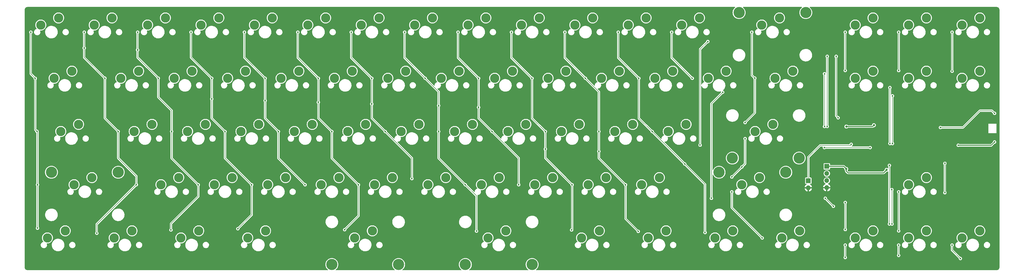
<source format=gbr>
%TF.GenerationSoftware,KiCad,Pcbnew,7.0.10*%
%TF.CreationDate,2024-04-20T21:15:11+02:00*%
%TF.ProjectId,cycle-7,6379636c-652d-4372-9e6b-696361645f70,rev?*%
%TF.SameCoordinates,Original*%
%TF.FileFunction,Copper,L1,Top*%
%TF.FilePolarity,Positive*%
%FSLAX46Y46*%
G04 Gerber Fmt 4.6, Leading zero omitted, Abs format (unit mm)*
G04 Created by KiCad (PCBNEW 7.0.10) date 2024-04-20 21:15:11*
%MOMM*%
%LPD*%
G01*
G04 APERTURE LIST*
%TA.AperFunction,ComponentPad*%
%ADD10C,3.300000*%
%TD*%
%TA.AperFunction,ComponentPad*%
%ADD11C,4.000000*%
%TD*%
%TA.AperFunction,ComponentPad*%
%ADD12R,1.700000X1.700000*%
%TD*%
%TA.AperFunction,ComponentPad*%
%ADD13O,1.700000X1.700000*%
%TD*%
%TA.AperFunction,ViaPad*%
%ADD14C,0.800000*%
%TD*%
%TA.AperFunction,ViaPad*%
%ADD15C,0.600000*%
%TD*%
%TA.AperFunction,Conductor*%
%ADD16C,0.200000*%
%TD*%
%TA.AperFunction,Conductor*%
%ADD17C,0.300000*%
%TD*%
G04 APERTURE END LIST*
D10*
%TO.P,MX15,1,1*%
%TO.N,/COL13*%
X326702500Y-87460000D03*
%TO.P,MX15,2,2*%
%TO.N,Net-(D15-A)*%
X333052500Y-84920000D03*
%TD*%
D11*
%TO.P,S3,*%
%TO.N,*%
X278125000Y-140165000D03*
X301937500Y-140165000D03*
%TD*%
%TO.P,S4,*%
%TO.N,*%
X40000000Y-140165000D03*
X63812500Y-140165000D03*
%TD*%
%TO.P,S6,*%
%TO.N,*%
X163825000Y-173185000D03*
X140012500Y-173185000D03*
%TD*%
%TO.P,S5,*%
%TO.N,*%
X211450000Y-173185000D03*
X187637500Y-173185000D03*
%TD*%
%TO.P,S1,*%
%TO.N,*%
X285268750Y-83015000D03*
X309081250Y-83015000D03*
%TD*%
%TO.P,S2,*%
%TO.N,*%
X306700000Y-135085000D03*
X282887500Y-135085000D03*
%TD*%
D10*
%TO.P,MX22,1,1*%
%TO.N,/COL4*%
X121915000Y-106510000D03*
%TO.P,MX22,2,2*%
%TO.N,Net-(D22-A)*%
X128265000Y-103970000D03*
%TD*%
%TO.P,MX18,1,1*%
%TO.N,/COL0*%
X40952500Y-106510000D03*
%TO.P,MX18,2,2*%
%TO.N,Net-(D18-A)*%
X47302500Y-103970000D03*
%TD*%
%TO.P,MX3,1,1*%
%TO.N,/COL2*%
X74290000Y-87460000D03*
%TO.P,MX3,2,2*%
%TO.N,Net-(D3-A)*%
X80640000Y-84920000D03*
%TD*%
%TO.P,MX44,1,1*%
%TO.N,/COL9*%
X221927500Y-125560000D03*
%TO.P,MX44,2,2*%
%TO.N,Net-(D44-A)*%
X228277500Y-123020000D03*
%TD*%
D12*
%TO.P,J2,1,Pin_1*%
%TO.N,+3V3*%
X316575000Y-138075000D03*
D13*
%TO.P,J2,2,Pin_2*%
%TO.N,/SWCLK*%
X316575000Y-140615000D03*
%TO.P,J2,3,Pin_3*%
%TO.N,/SWDIO*%
X316575000Y-143155000D03*
%TO.P,J2,4,Pin_4*%
%TO.N,GND*%
X316575000Y-145695000D03*
%TD*%
D10*
%TO.P,MX67,1,1*%
%TO.N,/COL9*%
X229071250Y-163660000D03*
%TO.P,MX67,2,2*%
%TO.N,Net-(D67-A)*%
X235421250Y-161120000D03*
%TD*%
%TO.P,MX41,1,1*%
%TO.N,/COL6*%
X164777500Y-125560000D03*
%TO.P,MX41,2,2*%
%TO.N,Net-(D41-A)*%
X171127500Y-123020000D03*
%TD*%
%TO.P,MX45,1,1*%
%TO.N,/COL10*%
X240977500Y-125560000D03*
%TO.P,MX45,2,2*%
%TO.N,Net-(D45-A)*%
X247327500Y-123020000D03*
%TD*%
%TO.P,MX27,1,1*%
%TO.N,/COL9*%
X217165000Y-106510000D03*
%TO.P,MX27,2,2*%
%TO.N,Net-(D27-A)*%
X223515000Y-103970000D03*
%TD*%
%TO.P,MX31,1,1*%
%TO.N,/COL12*%
X298127500Y-106510000D03*
%TO.P,MX31,2,2*%
%TO.N,Net-(D31-A)*%
X304477500Y-103970000D03*
%TD*%
%TO.P,MX53,1,1*%
%TO.N,/COL5*%
X155252500Y-144610000D03*
%TO.P,MX53,2,2*%
%TO.N,Net-(D53-A)*%
X161602500Y-142070000D03*
%TD*%
%TO.P,MX17,1,1*%
%TO.N,/COL15*%
X364802500Y-87460000D03*
%TO.P,MX17,2,2*%
%TO.N,Net-(D17-A)*%
X371152500Y-84920000D03*
%TD*%
%TO.P,MX60,1,1*%
%TO.N,/COL14*%
X345752500Y-144610000D03*
%TO.P,MX60,2,2*%
%TO.N,Net-(D60-A)*%
X352102500Y-142070000D03*
%TD*%
%TO.P,MX68,1,1*%
%TO.N,/COL10*%
X252883750Y-163660000D03*
%TO.P,MX68,2,2*%
%TO.N,Net-(D68-A)*%
X259233750Y-161120000D03*
%TD*%
%TO.P,MX58,1,1*%
%TO.N,/COL10*%
X250502500Y-144610000D03*
%TO.P,MX58,2,2*%
%TO.N,Net-(D58-A)*%
X256852500Y-142070000D03*
%TD*%
%TO.P,MX59,1,1*%
%TO.N,/COL12*%
X286221250Y-144610000D03*
%TO.P,MX59,2,2*%
%TO.N,Net-(D59-A)*%
X292571250Y-142070000D03*
%TD*%
%TO.P,MX13,1,1*%
%TO.N,/COL13*%
X264790000Y-87460000D03*
%TO.P,MX13,2,2*%
%TO.N,Net-(D13-A)*%
X271140000Y-84920000D03*
%TD*%
%TO.P,MX21,1,1*%
%TO.N,/COL3*%
X102865000Y-106510000D03*
%TO.P,MX21,2,2*%
%TO.N,Net-(D21-A)*%
X109215000Y-103970000D03*
%TD*%
%TO.P,MX6,1,1*%
%TO.N,/COL5*%
X131440000Y-87460000D03*
%TO.P,MX6,2,2*%
%TO.N,Net-(D6-A)*%
X137790000Y-84920000D03*
%TD*%
%TO.P,MX34,1,1*%
%TO.N,/COL15*%
X364802500Y-106510000D03*
%TO.P,MX34,2,2*%
%TO.N,Net-(D34-A)*%
X371152500Y-103970000D03*
%TD*%
%TO.P,MX65,1,1*%
%TO.N,/COL5*%
X148108750Y-163660000D03*
%TO.P,MX65,2,2*%
%TO.N,Net-(D65-A)*%
X154458750Y-161120000D03*
%TD*%
%TO.P,MX26,1,1*%
%TO.N,/COL8*%
X198115000Y-106510000D03*
%TO.P,MX26,2,2*%
%TO.N,Net-(D26-A)*%
X204465000Y-103970000D03*
%TD*%
%TO.P,MX50,1,1*%
%TO.N,/COL2*%
X98102500Y-144610000D03*
%TO.P,MX50,2,2*%
%TO.N,Net-(D50-A)*%
X104452500Y-142070000D03*
%TD*%
%TO.P,MX64,1,1*%
%TO.N,/COL3*%
X110008750Y-163660000D03*
%TO.P,MX64,2,2*%
%TO.N,Net-(D64-A)*%
X116358750Y-161120000D03*
%TD*%
%TO.P,MX61,1,1*%
%TO.N,/COL0*%
X38571250Y-163660000D03*
%TO.P,MX61,2,2*%
%TO.N,Net-(D61-A)*%
X44921250Y-161120000D03*
%TD*%
%TO.P,MX1,1,1*%
%TO.N,/COL0*%
X36190000Y-87460000D03*
%TO.P,MX1,2,2*%
%TO.N,Net-(D1-A)*%
X42540000Y-84920000D03*
%TD*%
%TO.P,MX48,1,1*%
%TO.N,/COL0*%
X48096250Y-144610000D03*
%TO.P,MX48,2,2*%
%TO.N,Net-(D48-A)*%
X54446250Y-142070000D03*
%TD*%
%TO.P,MX36,1,1*%
%TO.N,/COL1*%
X69527500Y-125560000D03*
%TO.P,MX36,2,2*%
%TO.N,Net-(D36-A)*%
X75877500Y-123020000D03*
%TD*%
%TO.P,MX35,1,1*%
%TO.N,/COL0*%
X43333750Y-125560000D03*
%TO.P,MX35,2,2*%
%TO.N,Net-(D35-A)*%
X49683750Y-123020000D03*
%TD*%
%TO.P,MX10,1,1*%
%TO.N,/COL9*%
X207640000Y-87460000D03*
%TO.P,MX10,2,2*%
%TO.N,Net-(D10-A)*%
X213990000Y-84920000D03*
%TD*%
%TO.P,MX4,1,1*%
%TO.N,/COL3*%
X93340000Y-87460000D03*
%TO.P,MX4,2,2*%
%TO.N,Net-(D4-A)*%
X99690000Y-84920000D03*
%TD*%
%TO.P,MX69,1,1*%
%TO.N,/COL11*%
X276696250Y-163660000D03*
%TO.P,MX69,2,2*%
%TO.N,Net-(D69-A)*%
X283046250Y-161120000D03*
%TD*%
%TO.P,MX24,1,1*%
%TO.N,/COL6*%
X160015000Y-106510000D03*
%TO.P,MX24,2,2*%
%TO.N,Net-(D24-A)*%
X166365000Y-103970000D03*
%TD*%
%TO.P,MX16,1,1*%
%TO.N,/COL14*%
X345752500Y-87460000D03*
%TO.P,MX16,2,2*%
%TO.N,Net-(D16-A)*%
X352102500Y-84920000D03*
%TD*%
%TO.P,MX37,1,1*%
%TO.N,/COL2*%
X88577500Y-125560000D03*
%TO.P,MX37,2,2*%
%TO.N,Net-(D37-A)*%
X94927500Y-123020000D03*
%TD*%
%TO.P,MX66,1,1*%
%TO.N,/COL7*%
X195733750Y-163660000D03*
%TO.P,MX66,2,2*%
%TO.N,Net-(D66-A)*%
X202083750Y-161120000D03*
%TD*%
%TO.P,MX43,1,1*%
%TO.N,/COL8*%
X202877500Y-125560000D03*
%TO.P,MX43,2,2*%
%TO.N,Net-(D43-A)*%
X209227500Y-123020000D03*
%TD*%
%TO.P,MX12,1,1*%
%TO.N,/COL11*%
X245740000Y-87460000D03*
%TO.P,MX12,2,2*%
%TO.N,Net-(D12-A)*%
X252090000Y-84920000D03*
%TD*%
%TO.P,MX9,1,1*%
%TO.N,/COL8*%
X188590000Y-87460000D03*
%TO.P,MX9,2,2*%
%TO.N,Net-(D9-A)*%
X194940000Y-84920000D03*
%TD*%
%TO.P,MX46,1,1*%
%TO.N,/COL11*%
X260027500Y-125560000D03*
%TO.P,MX46,2,2*%
%TO.N,Net-(D46-A)*%
X266377500Y-123020000D03*
%TD*%
%TO.P,MX71,1,1*%
%TO.N,/COL13*%
X326702500Y-163660000D03*
%TO.P,MX71,2,2*%
%TO.N,Net-(D71-A)*%
X333052500Y-161120000D03*
%TD*%
%TO.P,MX63,1,1*%
%TO.N,/COL2*%
X86196250Y-163660000D03*
%TO.P,MX63,2,2*%
%TO.N,Net-(D63-A)*%
X92546250Y-161120000D03*
%TD*%
%TO.P,MX30,1,1*%
%TO.N,/COL13*%
X274315000Y-106510000D03*
%TO.P,MX30,2,2*%
%TO.N,Net-(D30-A)*%
X280665000Y-103970000D03*
%TD*%
%TO.P,MX14,1,1*%
%TO.N,/COL12*%
X293365000Y-87460000D03*
%TO.P,MX14,2,2*%
%TO.N,Net-(D14-A)*%
X299715000Y-84920000D03*
%TD*%
%TO.P,MX55,1,1*%
%TO.N,/COL7*%
X193352500Y-144610000D03*
%TO.P,MX55,2,2*%
%TO.N,Net-(D55-A)*%
X199702500Y-142070000D03*
%TD*%
%TO.P,MX23,1,1*%
%TO.N,/COL5*%
X140965000Y-106510000D03*
%TO.P,MX23,2,2*%
%TO.N,Net-(D23-A)*%
X147315000Y-103970000D03*
%TD*%
%TO.P,MX2,1,1*%
%TO.N,/COL1*%
X55240000Y-87460000D03*
%TO.P,MX2,2,2*%
%TO.N,Net-(D2-A)*%
X61590000Y-84920000D03*
%TD*%
%TO.P,MX20,1,1*%
%TO.N,/COL2*%
X83815000Y-106510000D03*
%TO.P,MX20,2,2*%
%TO.N,Net-(D20-A)*%
X90165000Y-103970000D03*
%TD*%
%TO.P,MX40,1,1*%
%TO.N,/COL5*%
X145727500Y-125560000D03*
%TO.P,MX40,2,2*%
%TO.N,Net-(D40-A)*%
X152077500Y-123020000D03*
%TD*%
%TO.P,MX7,1,1*%
%TO.N,/COL6*%
X150490000Y-87460000D03*
%TO.P,MX7,2,2*%
%TO.N,Net-(D7-A)*%
X156840000Y-84920000D03*
%TD*%
%TO.P,MX52,1,1*%
%TO.N,/COL4*%
X136202500Y-144610000D03*
%TO.P,MX52,2,2*%
%TO.N,Net-(D52-A)*%
X142552500Y-142070000D03*
%TD*%
%TO.P,MX5,1,1*%
%TO.N,/COL4*%
X112390000Y-87460000D03*
%TO.P,MX5,2,2*%
%TO.N,Net-(D5-A)*%
X118740000Y-84920000D03*
%TD*%
%TO.P,MX11,1,1*%
%TO.N,/COL10*%
X226690000Y-87460000D03*
%TO.P,MX11,2,2*%
%TO.N,Net-(D11-A)*%
X233040000Y-84920000D03*
%TD*%
%TO.P,MX72,1,1*%
%TO.N,/COL14*%
X345752500Y-163660000D03*
%TO.P,MX72,2,2*%
%TO.N,Net-(D72-A)*%
X352102500Y-161120000D03*
%TD*%
%TO.P,MX25,1,1*%
%TO.N,/COL7*%
X179065000Y-106510000D03*
%TO.P,MX25,2,2*%
%TO.N,Net-(D25-A)*%
X185415000Y-103970000D03*
%TD*%
%TO.P,MX32,1,1*%
%TO.N,/COL13*%
X326702500Y-106510000D03*
%TO.P,MX32,2,2*%
%TO.N,Net-(D32-A)*%
X333052500Y-103970000D03*
%TD*%
%TO.P,MX42,1,1*%
%TO.N,/COL7*%
X183827500Y-125560000D03*
%TO.P,MX42,2,2*%
%TO.N,Net-(D42-A)*%
X190177500Y-123020000D03*
%TD*%
%TO.P,MX39,1,1*%
%TO.N,/COL4*%
X126677500Y-125560000D03*
%TO.P,MX39,2,2*%
%TO.N,Net-(D39-A)*%
X133027500Y-123020000D03*
%TD*%
%TO.P,MX73,1,1*%
%TO.N,/COL15*%
X364802500Y-163660000D03*
%TO.P,MX73,2,2*%
%TO.N,Net-(D73-A)*%
X371152500Y-161120000D03*
%TD*%
%TO.P,MX47,1,1*%
%TO.N,/COL12*%
X290983750Y-125560000D03*
%TO.P,MX47,2,2*%
%TO.N,Net-(D47-A)*%
X297333750Y-123020000D03*
%TD*%
%TO.P,MX49,1,1*%
%TO.N,/COL1*%
X79052500Y-144610000D03*
%TO.P,MX49,2,2*%
%TO.N,Net-(D49-A)*%
X85402500Y-142070000D03*
%TD*%
%TO.P,MX28,1,1*%
%TO.N,/COL10*%
X236215000Y-106510000D03*
%TO.P,MX28,2,2*%
%TO.N,Net-(D28-A)*%
X242565000Y-103970000D03*
%TD*%
D12*
%TO.P,J3,1,Pin_1*%
%TO.N,/BOOTSEL*%
X309975000Y-143175000D03*
D13*
%TO.P,J3,2,Pin_2*%
%TO.N,GND*%
X309975000Y-145715000D03*
%TD*%
D10*
%TO.P,MX54,1,1*%
%TO.N,/COL6*%
X174302500Y-144610000D03*
%TO.P,MX54,2,2*%
%TO.N,Net-(D54-A)*%
X180652500Y-142070000D03*
%TD*%
%TO.P,MX62,1,1*%
%TO.N,/COL1*%
X62383750Y-163660000D03*
%TO.P,MX62,2,2*%
%TO.N,Net-(D62-A)*%
X68733750Y-161120000D03*
%TD*%
%TO.P,MX56,1,1*%
%TO.N,/COL8*%
X212402500Y-144610000D03*
%TO.P,MX56,2,2*%
%TO.N,Net-(D56-A)*%
X218752500Y-142070000D03*
%TD*%
%TO.P,MX29,1,1*%
%TO.N,/COL11*%
X255265000Y-106510000D03*
%TO.P,MX29,2,2*%
%TO.N,Net-(D29-A)*%
X261615000Y-103970000D03*
%TD*%
%TO.P,MX19,1,1*%
%TO.N,/COL1*%
X64765000Y-106510000D03*
%TO.P,MX19,2,2*%
%TO.N,Net-(D19-A)*%
X71115000Y-103970000D03*
%TD*%
%TO.P,MX8,1,1*%
%TO.N,/COL7*%
X169540000Y-87460000D03*
%TO.P,MX8,2,2*%
%TO.N,Net-(D8-A)*%
X175890000Y-84920000D03*
%TD*%
%TO.P,MX51,1,1*%
%TO.N,/COL3*%
X117152500Y-144610000D03*
%TO.P,MX51,2,2*%
%TO.N,Net-(D51-A)*%
X123502500Y-142070000D03*
%TD*%
%TO.P,MX38,1,1*%
%TO.N,/COL3*%
X107627500Y-125560000D03*
%TO.P,MX38,2,2*%
%TO.N,Net-(D38-A)*%
X113977500Y-123020000D03*
%TD*%
%TO.P,MX70,1,1*%
%TO.N,/COL12*%
X300508750Y-163660000D03*
%TO.P,MX70,2,2*%
%TO.N,Net-(D70-A)*%
X306858750Y-161120000D03*
%TD*%
%TO.P,MX57,1,1*%
%TO.N,/COL9*%
X231452500Y-144610000D03*
%TO.P,MX57,2,2*%
%TO.N,Net-(D57-A)*%
X237802500Y-142070000D03*
%TD*%
%TO.P,MX33,1,1*%
%TO.N,/COL14*%
X345752500Y-106510000D03*
%TO.P,MX33,2,2*%
%TO.N,Net-(D33-A)*%
X352102500Y-103970000D03*
%TD*%
D14*
%TO.N,GND*%
X33475000Y-83725000D03*
X31325000Y-98975000D03*
X32375000Y-118475000D03*
X33275000Y-145975000D03*
X100325000Y-165825000D03*
X76775000Y-165275000D03*
X144925000Y-153575000D03*
X188425000Y-151425000D03*
X195925000Y-151425000D03*
X319925000Y-90075000D03*
X276225000Y-88325000D03*
X239275000Y-87075000D03*
X220125000Y-87025000D03*
X201125000Y-87075000D03*
X182175000Y-86925000D03*
X163025000Y-87375000D03*
X143975000Y-87425000D03*
X124675000Y-87325000D03*
X105825000Y-87175000D03*
X67525000Y-87425000D03*
X95175000Y-106425000D03*
X114325000Y-106475000D03*
X133325000Y-106575000D03*
X171475000Y-106525000D03*
X190625000Y-106575000D03*
X247925000Y-106725000D03*
X228575000Y-106825000D03*
X209375000Y-106775000D03*
X341025000Y-149825000D03*
X341025000Y-154775000D03*
D15*
X293375000Y-131175000D03*
X253575000Y-131175000D03*
D14*
X56075000Y-90925000D03*
X74875000Y-90825000D03*
X93925000Y-90825000D03*
X113025000Y-90825000D03*
X132075000Y-90825000D03*
X151125000Y-90825000D03*
X227425000Y-91025000D03*
X208375000Y-90975000D03*
X189325000Y-91025000D03*
X170225000Y-91025000D03*
X173325000Y-93625000D03*
X154275000Y-93625000D03*
X135275000Y-93625000D03*
X116225000Y-93625000D03*
X97125000Y-93575000D03*
X78075000Y-93625000D03*
X59025000Y-93675000D03*
X46425000Y-93625000D03*
X36875000Y-91625000D03*
X192325000Y-93625000D03*
X211425000Y-93675000D03*
X230575000Y-93725000D03*
X248175000Y-93675000D03*
X246475000Y-90825000D03*
X255775000Y-92425000D03*
X266225000Y-92775000D03*
X294225000Y-92575000D03*
X295275000Y-84425000D03*
X288775000Y-81725000D03*
X305875000Y-81675000D03*
X311125000Y-86075000D03*
X323525000Y-82725000D03*
X328625000Y-84125000D03*
X347175000Y-83975000D03*
X366975000Y-84225000D03*
X365575000Y-91025000D03*
X346525000Y-91075000D03*
X327425000Y-90925000D03*
X365475000Y-167275000D03*
X346675000Y-167325000D03*
X327325000Y-167275000D03*
X301275000Y-167275000D03*
X286975000Y-148225000D03*
X277425000Y-167325000D03*
X253575000Y-167325000D03*
X229875000Y-167375000D03*
X196575000Y-167275000D03*
X148925000Y-167375000D03*
X110825000Y-167375000D03*
X86925000Y-167275000D03*
X63025000Y-167375000D03*
X79675000Y-148325000D03*
X98725000Y-148325000D03*
X117675000Y-148225000D03*
X136775000Y-148325000D03*
X155975000Y-148275000D03*
X174975000Y-148175000D03*
X194075000Y-148225000D03*
X213025000Y-148275000D03*
X232175000Y-148375000D03*
X251325000Y-148275000D03*
X286125000Y-135075000D03*
X302775000Y-135075000D03*
X317575000Y-132325000D03*
X310575000Y-119125000D03*
X291725000Y-129225000D03*
X292575000Y-121925000D03*
X273475000Y-128775000D03*
X273525000Y-119225000D03*
X260825000Y-129225000D03*
X252375000Y-125625000D03*
X233625000Y-125525000D03*
X203625000Y-129175000D03*
X108275000Y-129275000D03*
X127375000Y-129275000D03*
X146425000Y-129275000D03*
X165575000Y-129275000D03*
X184625000Y-129175000D03*
X222775000Y-129225000D03*
X214325000Y-125725000D03*
X195325000Y-125725000D03*
X176475000Y-125775000D03*
X157425000Y-125875000D03*
X138425000Y-125875000D03*
X119325000Y-126075000D03*
X99875000Y-125675000D03*
X54025000Y-107125000D03*
X76375000Y-107175000D03*
X81025000Y-126275000D03*
X89475000Y-129375000D03*
X89325000Y-122125000D03*
X69875000Y-122075000D03*
X70325000Y-129275000D03*
X65425000Y-103125000D03*
X65675000Y-110125000D03*
X84525000Y-103125000D03*
X84725000Y-110225000D03*
X103525000Y-110125000D03*
X103325000Y-103275000D03*
X122775000Y-103175000D03*
X122575000Y-110175000D03*
X142025000Y-110225000D03*
X141875000Y-103325000D03*
X152125000Y-107875000D03*
X160825000Y-110225000D03*
X160525000Y-103325000D03*
X180175000Y-103125000D03*
X179775000Y-110125000D03*
X217975000Y-110275000D03*
X237025000Y-110225000D03*
X236775000Y-103175000D03*
X217925000Y-103175000D03*
X198975000Y-103225000D03*
X198625000Y-110175000D03*
X242175000Y-112775000D03*
X261475000Y-112825000D03*
X258375000Y-105575000D03*
X276825000Y-103025000D03*
X275875000Y-111775000D03*
X301425000Y-112125000D03*
X306825000Y-112825000D03*
X321425000Y-109825000D03*
X327375000Y-110125000D03*
X337475000Y-110125000D03*
X340525000Y-102325000D03*
X341275000Y-109775000D03*
X346475000Y-110175000D03*
X346325000Y-103125000D03*
X357975000Y-109075000D03*
X366575000Y-103275000D03*
X374975000Y-106725000D03*
X365525000Y-110075000D03*
X365575000Y-134325000D03*
X370425000Y-143325000D03*
D15*
%TO.N,+3V3*%
X376400000Y-129350000D03*
D14*
X323505000Y-138975000D03*
X337875000Y-139325000D03*
D15*
X363455000Y-130525000D03*
D14*
X323550000Y-123800000D03*
X333375000Y-123325000D03*
%TO.N,GND*%
X358000000Y-152250000D03*
X195950000Y-157750000D03*
X95750000Y-172075000D03*
X174075000Y-171525000D03*
X303475000Y-93650000D03*
X374900000Y-119650000D03*
X196475000Y-135725000D03*
X161375000Y-135275000D03*
X311600000Y-106625000D03*
X175225000Y-153275000D03*
X366500000Y-160475000D03*
X275075000Y-98250000D03*
X59925000Y-172250000D03*
X78900000Y-135900000D03*
X96200000Y-134500000D03*
X39625000Y-160275000D03*
X328625000Y-149825000D03*
X127825000Y-118050000D03*
X342850000Y-137675000D03*
X363150000Y-156850000D03*
X52000000Y-83850000D03*
X313800000Y-150700000D03*
X296225000Y-150650000D03*
X286175000Y-90625000D03*
X360275000Y-131775000D03*
X329975000Y-128575000D03*
X138200000Y-98100000D03*
X37700000Y-98325000D03*
X195075000Y-172425000D03*
X196650000Y-112625000D03*
X164375000Y-163775000D03*
X111350000Y-159825000D03*
X341575000Y-133600000D03*
X311850000Y-171525000D03*
X345950000Y-170350000D03*
X38325000Y-116575000D03*
X321300000Y-150975000D03*
X87200000Y-133875000D03*
X361225000Y-137525000D03*
X269700000Y-134850000D03*
X335175000Y-121775000D03*
X335075000Y-142950000D03*
X374175000Y-151175000D03*
X293275000Y-159600000D03*
X339025000Y-171100000D03*
X358875000Y-90025000D03*
X267300000Y-164125000D03*
X366125000Y-150125000D03*
X89475000Y-83850000D03*
X376200000Y-115175000D03*
X315000000Y-99075000D03*
X130850000Y-172600000D03*
X340525000Y-160525000D03*
X267050000Y-85000000D03*
X149750000Y-119350000D03*
X223025000Y-172150000D03*
X126625000Y-134300000D03*
X304025000Y-144900000D03*
X113925000Y-172425000D03*
X373350000Y-157275000D03*
X157325000Y-154325000D03*
X320025000Y-140225000D03*
X69650000Y-134575000D03*
X278575000Y-160700000D03*
X76525000Y-172425000D03*
X228525000Y-151075000D03*
X54550000Y-116750000D03*
X331975000Y-134375000D03*
X255125000Y-112625000D03*
X106675000Y-117800000D03*
X376300000Y-173325000D03*
X333550000Y-97175000D03*
X62525000Y-159900000D03*
X349125000Y-155000000D03*
X150000000Y-159900000D03*
X326475000Y-128350000D03*
X87900000Y-160200000D03*
X357975000Y-126550000D03*
X320325000Y-144325000D03*
X372300000Y-134100000D03*
X313125000Y-128700000D03*
X349775000Y-114900000D03*
X333725000Y-154750000D03*
X327175000Y-145125000D03*
X321500000Y-172900000D03*
X248325000Y-155900000D03*
X205000000Y-119150000D03*
X296750000Y-155325000D03*
X358250000Y-162550000D03*
X229725000Y-155775000D03*
X298925000Y-103225000D03*
X304675000Y-88325000D03*
X314025000Y-113550000D03*
X277650000Y-144725000D03*
X176775000Y-98425000D03*
X337350000Y-125650000D03*
X256025000Y-110175000D03*
X370125000Y-123350000D03*
X231100000Y-160975000D03*
X52800000Y-163150000D03*
X183425000Y-135025000D03*
X353225000Y-121825000D03*
X217325000Y-155725000D03*
X245700000Y-136775000D03*
X266075000Y-171625000D03*
X47050000Y-153375000D03*
X365300000Y-96925000D03*
X318425000Y-155000000D03*
X131825000Y-83425000D03*
X149825000Y-171800000D03*
X63075000Y-98425000D03*
X374600000Y-163825000D03*
X251775000Y-103075000D03*
X212100000Y-135625000D03*
X373900000Y-168375000D03*
X116475000Y-134225000D03*
X58425000Y-134675000D03*
X316525000Y-96875000D03*
X56675000Y-153000000D03*
X289900000Y-171175000D03*
X326625000Y-122150000D03*
X318400000Y-103075000D03*
X345125000Y-150025000D03*
X280350000Y-125275000D03*
X121625000Y-112650000D03*
X289300000Y-139700000D03*
X287250000Y-109000000D03*
X228325000Y-136425000D03*
X318900000Y-122725000D03*
X328350000Y-171100000D03*
X360600000Y-170550000D03*
X85625000Y-98100000D03*
X219350000Y-151250000D03*
X233175000Y-97800000D03*
X99625000Y-153975000D03*
X344225000Y-96825000D03*
X332850000Y-114825000D03*
X342900000Y-130400000D03*
X278750000Y-135000000D03*
X344225000Y-126600000D03*
X268550000Y-110150000D03*
X175275000Y-161575000D03*
X227800000Y-83150000D03*
X44950000Y-135450000D03*
X223450000Y-119225000D03*
X269875000Y-103275000D03*
X307600000Y-154975000D03*
X119475000Y-97950000D03*
X289925000Y-135075000D03*
X242450000Y-151575000D03*
X312125000Y-134725000D03*
X236525000Y-155925000D03*
X132350000Y-163250000D03*
X167200000Y-118300000D03*
X99950000Y-98100000D03*
X283050000Y-155250000D03*
X332775000Y-174425000D03*
X107300000Y-134300000D03*
X377225000Y-131300000D03*
X75725000Y-99325000D03*
X359750000Y-84300000D03*
X366600000Y-169750000D03*
X196750000Y-98100000D03*
X58875000Y-125925000D03*
X215500000Y-97800000D03*
X63725000Y-145350000D03*
X303475000Y-160300000D03*
X253900000Y-160075000D03*
X243775000Y-119400000D03*
X85125000Y-113650000D03*
X139225000Y-112625000D03*
X189875000Y-83325000D03*
X285450000Y-150700000D03*
X252075000Y-98100000D03*
X367475000Y-128600000D03*
X242700000Y-171975000D03*
X367250000Y-115175000D03*
X351525000Y-134125000D03*
X268150000Y-151425000D03*
X124950000Y-154950000D03*
X344125000Y-121750000D03*
X357875000Y-166250000D03*
X356050000Y-96725000D03*
X307725000Y-124600000D03*
X186950000Y-163500000D03*
X169575000Y-83250000D03*
X340375000Y-166775000D03*
X258850000Y-82275000D03*
X76600000Y-153375000D03*
X326875000Y-134375000D03*
X313000000Y-139575000D03*
X373150000Y-96300000D03*
X217925000Y-163850000D03*
X242800000Y-164475000D03*
X270775000Y-155850000D03*
X339900000Y-84200000D03*
X215175000Y-112625000D03*
X318400000Y-116600000D03*
X158025000Y-98575000D03*
X172850000Y-135200000D03*
X318200000Y-163150000D03*
X320500000Y-94625000D03*
X181575000Y-112700000D03*
X356300000Y-137700000D03*
X272050000Y-139250000D03*
X147175000Y-134850000D03*
X337250000Y-164175000D03*
X298250000Y-98100000D03*
X281075000Y-82800000D03*
X329375000Y-160725000D03*
X35675000Y-170750000D03*
X134300000Y-133600000D03*
X362925000Y-174475000D03*
X267450000Y-144450000D03*
X186075000Y-118975000D03*
X261225000Y-119025000D03*
X250000000Y-151525000D03*
X160225000Y-112625000D03*
X101675000Y-112650000D03*
X347650000Y-160725000D03*
D15*
%TO.N,/ROW0*%
X339075000Y-109875000D03*
X339075000Y-129875000D03*
%TO.N,/ROW1*%
X339975000Y-129875000D03*
X339975000Y-112825000D03*
%TO.N,/ROW2*%
X315675000Y-131338858D03*
X274125000Y-93375000D03*
X332011142Y-131338858D03*
X271375000Y-130443900D03*
%TO.N,/ROW3*%
X358675000Y-147475000D03*
X318900000Y-152350000D03*
X275393900Y-149493900D03*
X358675000Y-136975000D03*
X316025000Y-149475000D03*
X279425000Y-111525000D03*
%TO.N,/ROW4*%
X338875000Y-137675000D03*
X338875000Y-158675000D03*
%TO.N,/LED_SIG*%
X357100000Y-124150000D03*
X376400000Y-119075000D03*
%TO.N,/COL0*%
X35025000Y-160175000D03*
X32640000Y-90025000D03*
X35025000Y-144625000D03*
X319900000Y-98700000D03*
X320600000Y-120650000D03*
X34825000Y-125525000D03*
X34225000Y-106575000D03*
%TO.N,/COL1*%
X316725000Y-98700000D03*
X63825000Y-125560000D03*
X316725000Y-123775000D03*
X56175000Y-161975000D03*
X51690000Y-90025000D03*
X70290000Y-144610000D03*
X59075000Y-106510000D03*
X51675000Y-95675000D03*
%TO.N,/COL2*%
X92375000Y-144625000D03*
X70725000Y-96375000D03*
X315750000Y-123775000D03*
X82875000Y-125560000D03*
X315750000Y-104900000D03*
X82646250Y-160825000D03*
X78125000Y-106510000D03*
X70740000Y-90025000D03*
%TO.N,/COL3*%
X89775000Y-90025000D03*
X106475000Y-160375000D03*
X97175000Y-106525000D03*
X97175000Y-113925000D03*
X111425000Y-144625000D03*
X101925000Y-125575000D03*
%TO.N,/COL4*%
X120975000Y-125575000D03*
X108825000Y-90025000D03*
X130475000Y-144625000D03*
X116225000Y-106525000D03*
X116225000Y-114525000D03*
%TO.N,/COL5*%
X140025000Y-125575000D03*
X144575000Y-160725000D03*
X135225000Y-115125000D03*
X127875000Y-90025000D03*
X135225000Y-106525000D03*
X149525000Y-144625000D03*
%TO.N,/COL6*%
X154275000Y-106525000D03*
X146925000Y-90025000D03*
X154275000Y-115725000D03*
X159075000Y-125575000D03*
X168575000Y-142425000D03*
%TO.N,/COL7*%
X178125000Y-116325000D03*
X165975000Y-90025000D03*
X173325000Y-106525000D03*
X191625000Y-161225000D03*
X178125000Y-125575000D03*
X187625000Y-144625000D03*
%TO.N,/COL8*%
X185025000Y-90025000D03*
X192375000Y-116925000D03*
X192375000Y-106525000D03*
X197175000Y-125575000D03*
X206675000Y-144625000D03*
%TO.N,/COL9*%
X204075000Y-90025000D03*
X225725000Y-144625000D03*
X225525000Y-160825000D03*
X216175000Y-125575000D03*
X216175000Y-131875000D03*
X211425000Y-106525000D03*
%TO.N,/COL10*%
X249325000Y-161325000D03*
X244775000Y-144625000D03*
X235275000Y-125575000D03*
X235275000Y-132675000D03*
X230475000Y-106525000D03*
X223125000Y-90025000D03*
%TO.N,/COL11*%
X254275000Y-125575000D03*
X273146250Y-161725000D03*
X242175000Y-90025000D03*
X249525000Y-106525000D03*
X265875000Y-137175000D03*
%TO.N,/COL12*%
X282675000Y-141875000D03*
X287425000Y-122375000D03*
X286275000Y-138275000D03*
X289825000Y-90025000D03*
X290875000Y-106475000D03*
X282675000Y-147175000D03*
X287425000Y-128125000D03*
X293525000Y-163675000D03*
%TO.N,/COL13*%
X323175000Y-160675000D03*
X323175000Y-150975000D03*
X268575000Y-106525000D03*
X323125000Y-170675000D03*
X323125000Y-90025000D03*
X261225000Y-90025000D03*
X323125000Y-166225000D03*
X323125000Y-103725000D03*
%TO.N,/COL14*%
X342225000Y-147175000D03*
X342225000Y-161175000D03*
X342175000Y-166225000D03*
X342225000Y-90025000D03*
X342225000Y-103775000D03*
X342175000Y-169925000D03*
%TO.N,/BOOTSEL*%
X325275000Y-130175000D03*
%TO.N,/COL15*%
X361275000Y-104025000D03*
X361275000Y-90025000D03*
X339825000Y-158675000D03*
X364225000Y-171025000D03*
X339775000Y-146375000D03*
X361225000Y-166225000D03*
%TD*%
D16*
%TO.N,/ROW3*%
X279425000Y-111525000D02*
X279425000Y-111575000D01*
X279425000Y-111575000D02*
X275393900Y-115606100D01*
X275393900Y-115606100D02*
X275393900Y-149493900D01*
%TO.N,/ROW1*%
X339975000Y-112825000D02*
X339975000Y-129875000D01*
%TO.N,/COL15*%
X339825000Y-158675000D02*
X339825000Y-146425000D01*
X339825000Y-146425000D02*
X339775000Y-146375000D01*
D17*
%TO.N,+3V3*%
X324125000Y-140375000D02*
X336825000Y-140375000D01*
X323505000Y-138975000D02*
X322605000Y-138075000D01*
X323505000Y-139755000D02*
X324125000Y-140375000D01*
X323550000Y-123800000D02*
X332900000Y-123800000D01*
X323505000Y-138975000D02*
X323505000Y-139755000D01*
X322605000Y-138075000D02*
X316575000Y-138075000D01*
X332900000Y-123800000D02*
X333375000Y-123325000D01*
X336825000Y-140375000D02*
X337875000Y-139325000D01*
X375225000Y-130525000D02*
X363455000Y-130525000D01*
X376400000Y-129350000D02*
X375225000Y-130525000D01*
D16*
%TO.N,/ROW0*%
X339075000Y-109875000D02*
X339075000Y-129875000D01*
%TO.N,/ROW2*%
X271375000Y-96125000D02*
X271375000Y-130443900D01*
X274125000Y-93375000D02*
X271375000Y-96125000D01*
X315675000Y-131338858D02*
X332011142Y-131338858D01*
%TO.N,/ROW3*%
X316025000Y-149475000D02*
X318900000Y-152350000D01*
X358675000Y-147475000D02*
X358675000Y-136975000D01*
%TO.N,/ROW4*%
X338875000Y-137675000D02*
X338875000Y-158675000D01*
%TO.N,/LED_SIG*%
X371125000Y-118150000D02*
X365125000Y-124150000D01*
X375475000Y-118150000D02*
X371125000Y-118150000D01*
X376400000Y-119075000D02*
X375475000Y-118150000D01*
X365125000Y-124150000D02*
X357100000Y-124150000D01*
%TO.N,/COL0*%
X35025000Y-125725000D02*
X35025000Y-144625000D01*
X32640000Y-90025000D02*
X32625000Y-90040000D01*
X320600000Y-120650000D02*
X319900000Y-119950000D01*
X34225000Y-124925000D02*
X34225000Y-106575000D01*
X319900000Y-119950000D02*
X319900000Y-98700000D01*
X32625000Y-90040000D02*
X32625000Y-104925000D01*
X35025000Y-144625000D02*
X35025000Y-160175000D01*
X32625000Y-104925000D02*
X34225000Y-106525000D01*
X34825000Y-125525000D02*
X35025000Y-125725000D01*
X34225000Y-106525000D02*
X34225000Y-106575000D01*
X34825000Y-125525000D02*
X34225000Y-124925000D01*
%TO.N,/COL1*%
X51675000Y-95675000D02*
X51675000Y-90040000D01*
X51675000Y-90040000D02*
X51690000Y-90025000D01*
X59060000Y-106510000D02*
X59075000Y-106510000D01*
X316725000Y-98700000D02*
X316725000Y-123775000D01*
X51675000Y-95675000D02*
X51675000Y-99125000D01*
X63825000Y-125560000D02*
X63810000Y-125560000D01*
X63810000Y-125560000D02*
X59075000Y-120825000D01*
X70290000Y-144610000D02*
X56175000Y-158725000D01*
X63825000Y-135075000D02*
X63825000Y-125560000D01*
X70290000Y-141540000D02*
X63825000Y-135075000D01*
X56175000Y-158725000D02*
X56175000Y-161975000D01*
X51675000Y-99125000D02*
X59060000Y-106510000D01*
X70290000Y-144610000D02*
X70290000Y-141540000D01*
X59075000Y-120825000D02*
X59075000Y-106510000D01*
%TO.N,/COL2*%
X78125000Y-106475000D02*
X78125000Y-106510000D01*
X78125000Y-113275000D02*
X82875000Y-118025000D01*
X70740000Y-90025000D02*
X70725000Y-90040000D01*
X82875000Y-135125000D02*
X92375000Y-144625000D01*
X82875000Y-125560000D02*
X82875000Y-135125000D01*
X82875000Y-118025000D02*
X82875000Y-125560000D01*
X70725000Y-99075000D02*
X78125000Y-106475000D01*
X315750000Y-104900000D02*
X315750000Y-123775000D01*
X82646250Y-158553750D02*
X92375000Y-148825000D01*
X70725000Y-96375000D02*
X70725000Y-99075000D01*
X82646250Y-160825000D02*
X82646250Y-158553750D01*
X70725000Y-90040000D02*
X70725000Y-96375000D01*
X92375000Y-148825000D02*
X92375000Y-144625000D01*
X78125000Y-106510000D02*
X78125000Y-113275000D01*
%TO.N,/COL3*%
X97175000Y-120825000D02*
X101925000Y-125575000D01*
X111425000Y-144625000D02*
X111425000Y-155425000D01*
X97175000Y-113925000D02*
X97175000Y-120825000D01*
X89775000Y-99125000D02*
X97175000Y-106525000D01*
X111425000Y-155425000D02*
X106475000Y-160375000D01*
X101925000Y-135125000D02*
X111425000Y-144625000D01*
X89775000Y-90025000D02*
X89775000Y-99125000D01*
X101925000Y-125575000D02*
X101925000Y-135125000D01*
X97175000Y-106525000D02*
X97175000Y-113925000D01*
%TO.N,/COL4*%
X120975000Y-135125000D02*
X130475000Y-144625000D01*
X120975000Y-125575000D02*
X120975000Y-135125000D01*
X116225000Y-114525000D02*
X116225000Y-120825000D01*
X108825000Y-90025000D02*
X108825000Y-99125000D01*
X116225000Y-106525000D02*
X116225000Y-114525000D01*
X116225000Y-120825000D02*
X120975000Y-125575000D01*
X108825000Y-99125000D02*
X116225000Y-106525000D01*
%TO.N,/COL5*%
X135225000Y-106525000D02*
X135225000Y-115125000D01*
X149525000Y-144625000D02*
X149525000Y-155775000D01*
X135225000Y-120775000D02*
X140025000Y-125575000D01*
X127875000Y-99175000D02*
X135225000Y-106525000D01*
X140025000Y-135125000D02*
X149525000Y-144625000D01*
X135225000Y-115125000D02*
X135225000Y-120775000D01*
X127875000Y-90025000D02*
X127875000Y-99175000D01*
X140025000Y-125575000D02*
X140025000Y-135125000D01*
X149525000Y-155775000D02*
X144575000Y-160725000D01*
%TO.N,/COL6*%
X146925000Y-99175000D02*
X154275000Y-106525000D01*
X146925000Y-90025000D02*
X146925000Y-99175000D01*
X154275000Y-120775000D02*
X159075000Y-125575000D01*
X154275000Y-106525000D02*
X154275000Y-115725000D01*
X168575000Y-135075000D02*
X159075000Y-125575000D01*
X154275000Y-115725000D02*
X154275000Y-120775000D01*
X168575000Y-142425000D02*
X168575000Y-135075000D01*
%TO.N,/COL7*%
X165975000Y-90025000D02*
X165975000Y-99175000D01*
X178125000Y-111325000D02*
X173325000Y-106525000D01*
X191625000Y-148625000D02*
X191625000Y-161225000D01*
X178125000Y-135125000D02*
X187625000Y-144625000D01*
X165975000Y-99175000D02*
X173325000Y-106525000D01*
X187625000Y-144625000D02*
X191625000Y-148625000D01*
X178125000Y-116325000D02*
X178125000Y-111325000D01*
X178125000Y-116325000D02*
X178125000Y-125575000D01*
X178125000Y-125575000D02*
X178125000Y-135125000D01*
%TO.N,/COL8*%
X192375000Y-120775000D02*
X197175000Y-125575000D01*
X192375000Y-106525000D02*
X192375000Y-116925000D01*
X192375000Y-116925000D02*
X192375000Y-120775000D01*
X206675000Y-135075000D02*
X206675000Y-144625000D01*
X185025000Y-90025000D02*
X185025000Y-99175000D01*
X197175000Y-125575000D02*
X206675000Y-135075000D01*
X185025000Y-99175000D02*
X192375000Y-106525000D01*
%TO.N,/COL9*%
X204075000Y-99175000D02*
X211425000Y-106525000D01*
X204075000Y-90025000D02*
X204075000Y-99175000D01*
X216175000Y-125575000D02*
X216175000Y-131875000D01*
X216175000Y-135075000D02*
X225725000Y-144625000D01*
X211425000Y-106525000D02*
X211425000Y-120825000D01*
X216175000Y-131875000D02*
X216175000Y-135075000D01*
X225725000Y-144625000D02*
X225725000Y-160625000D01*
X211425000Y-120825000D02*
X216175000Y-125575000D01*
X225725000Y-160625000D02*
X225525000Y-160825000D01*
%TO.N,/COL10*%
X244775000Y-144625000D02*
X244775000Y-156775000D01*
X223125000Y-90025000D02*
X223125000Y-99175000D01*
X235275000Y-132675000D02*
X235275000Y-135125000D01*
X223125000Y-99175000D02*
X230475000Y-106525000D01*
X244775000Y-156775000D02*
X249325000Y-161325000D01*
X230475000Y-106525000D02*
X235275000Y-111325000D01*
X235275000Y-135125000D02*
X244775000Y-144625000D01*
X235275000Y-111325000D02*
X235275000Y-125575000D01*
X235275000Y-125575000D02*
X235275000Y-132675000D01*
%TO.N,/COL11*%
X242175000Y-90025000D02*
X242175000Y-99175000D01*
X242175000Y-99175000D02*
X249525000Y-106525000D01*
X265875000Y-137175000D02*
X254275000Y-125575000D01*
X273146250Y-161725000D02*
X273125000Y-161703750D01*
X249525000Y-120825000D02*
X254275000Y-125575000D01*
X249525000Y-106525000D02*
X249525000Y-120825000D01*
X273125000Y-161703750D02*
X273125000Y-144425000D01*
X273125000Y-144425000D02*
X265875000Y-137175000D01*
%TO.N,/COL12*%
X290875000Y-118925000D02*
X287425000Y-122375000D01*
X286275000Y-138275000D02*
X282675000Y-141875000D01*
X287425000Y-128125000D02*
X287425000Y-137125000D01*
X289825000Y-105425000D02*
X290875000Y-106475000D01*
X290875000Y-106475000D02*
X290875000Y-118925000D01*
X289825000Y-90025000D02*
X289825000Y-105425000D01*
X282675000Y-152825000D02*
X293525000Y-163675000D01*
X287425000Y-137125000D02*
X286275000Y-138275000D01*
X282675000Y-147175000D02*
X282675000Y-152825000D01*
%TO.N,/COL13*%
X323125000Y-90025000D02*
X323125000Y-103725000D01*
X323175000Y-160675000D02*
X323175000Y-150975000D01*
X323125000Y-170675000D02*
X323125000Y-166225000D01*
X261225000Y-99175000D02*
X268575000Y-106525000D01*
X261225000Y-90025000D02*
X261225000Y-99175000D01*
%TO.N,/COL14*%
X342225000Y-161175000D02*
X342225000Y-147175000D01*
X342175000Y-169925000D02*
X342175000Y-166225000D01*
X342225000Y-90025000D02*
X342225000Y-103775000D01*
%TO.N,/BOOTSEL*%
X325275000Y-130175000D02*
X325275000Y-130275000D01*
X324975000Y-130575000D02*
X314175000Y-130575000D01*
X309975000Y-134775000D02*
X309975000Y-143175000D01*
X314175000Y-130575000D02*
X309975000Y-134775000D01*
X325275000Y-130275000D02*
X324975000Y-130575000D01*
%TO.N,/COL15*%
X361225000Y-168025000D02*
X361225000Y-166225000D01*
X361275000Y-90025000D02*
X361275000Y-104025000D01*
X364225000Y-171025000D02*
X361225000Y-168025000D01*
%TD*%
%TA.AperFunction,Conductor*%
%TO.N,GND*%
G36*
X283874704Y-81019407D02*
G01*
X283910668Y-81068907D01*
X283910668Y-81130093D01*
X283874704Y-81179593D01*
X283871513Y-81181816D01*
X283865295Y-81185970D01*
X283865280Y-81185982D01*
X283638570Y-81384802D01*
X283638552Y-81384820D01*
X283439732Y-81611530D01*
X283439717Y-81611549D01*
X283272188Y-81862274D01*
X283272184Y-81862280D01*
X283138807Y-82132741D01*
X283041871Y-82418302D01*
X282983036Y-82714082D01*
X282963314Y-83014999D01*
X282963314Y-83015000D01*
X282983036Y-83315917D01*
X283041871Y-83611697D01*
X283138807Y-83897258D01*
X283272184Y-84167719D01*
X283272188Y-84167725D01*
X283439717Y-84418450D01*
X283439721Y-84418455D01*
X283439725Y-84418461D01*
X283638561Y-84645189D01*
X283865289Y-84844025D01*
X283865296Y-84844029D01*
X283865299Y-84844032D01*
X284116024Y-85011561D01*
X284116030Y-85011565D01*
X284386491Y-85144942D01*
X284386493Y-85144942D01*
X284386498Y-85144945D01*
X284543641Y-85198288D01*
X284672052Y-85241878D01*
X284672054Y-85241878D01*
X284672059Y-85241880D01*
X284967830Y-85300713D01*
X285168443Y-85313861D01*
X285268749Y-85320436D01*
X285268750Y-85320436D01*
X285268751Y-85320436D01*
X285343980Y-85315505D01*
X285569670Y-85300713D01*
X285865441Y-85241880D01*
X286151002Y-85144945D01*
X286421468Y-85011566D01*
X286558506Y-84920000D01*
X297759518Y-84920000D01*
X297779421Y-85198288D01*
X297779421Y-85198291D01*
X297779422Y-85198294D01*
X297838729Y-85470923D01*
X297838730Y-85470927D01*
X297936231Y-85732338D01*
X297936232Y-85732340D01*
X298069944Y-85977213D01*
X298069943Y-85977213D01*
X298237140Y-86200562D01*
X298237142Y-86200564D01*
X298237145Y-86200568D01*
X298434432Y-86397855D01*
X298434435Y-86397857D01*
X298434437Y-86397859D01*
X298657786Y-86565056D01*
X298902659Y-86698767D01*
X298902663Y-86698769D01*
X299164072Y-86796269D01*
X299164077Y-86796271D01*
X299436706Y-86855578D01*
X299715000Y-86875482D01*
X299993294Y-86855578D01*
X300265923Y-86796271D01*
X300527337Y-86698769D01*
X300772213Y-86565056D01*
X300995568Y-86397855D01*
X301192855Y-86200568D01*
X301360056Y-85977213D01*
X301493769Y-85732337D01*
X301591271Y-85470923D01*
X301650578Y-85198294D01*
X301670482Y-84920000D01*
X301650578Y-84641706D01*
X301591271Y-84369077D01*
X301493769Y-84107663D01*
X301360056Y-83862787D01*
X301360055Y-83862786D01*
X301360056Y-83862786D01*
X301192859Y-83639437D01*
X301192857Y-83639435D01*
X301192855Y-83639432D01*
X300995568Y-83442145D01*
X300995564Y-83442142D01*
X300995562Y-83442140D01*
X300772213Y-83274943D01*
X300527340Y-83141232D01*
X300527338Y-83141231D01*
X300265926Y-83043730D01*
X300265928Y-83043730D01*
X300133858Y-83015000D01*
X299993294Y-82984422D01*
X299993291Y-82984421D01*
X299993288Y-82984421D01*
X299715000Y-82964518D01*
X299436711Y-82984421D01*
X299164072Y-83043730D01*
X298902661Y-83141231D01*
X298902659Y-83141232D01*
X298657786Y-83274943D01*
X298434437Y-83442140D01*
X298237140Y-83639437D01*
X298069943Y-83862786D01*
X297936232Y-84107659D01*
X297936231Y-84107661D01*
X297838730Y-84369072D01*
X297779421Y-84641711D01*
X297759518Y-84920000D01*
X286558506Y-84920000D01*
X286672211Y-84844025D01*
X286898939Y-84645189D01*
X287097775Y-84418461D01*
X287265316Y-84167718D01*
X287398695Y-83897252D01*
X287495630Y-83611691D01*
X287554463Y-83315920D01*
X287574186Y-83015000D01*
X287554463Y-82714080D01*
X287495630Y-82418309D01*
X287398695Y-82132748D01*
X287335362Y-82004322D01*
X287265315Y-81862280D01*
X287265311Y-81862274D01*
X287097782Y-81611549D01*
X287097779Y-81611546D01*
X287097775Y-81611539D01*
X286898939Y-81384811D01*
X286790642Y-81289837D01*
X286672219Y-81185982D01*
X286672218Y-81185981D01*
X286672211Y-81185975D01*
X286665987Y-81181816D01*
X286628106Y-81133767D01*
X286625704Y-81072629D01*
X286659696Y-81021754D01*
X286717099Y-81000576D01*
X286720987Y-81000500D01*
X307629013Y-81000500D01*
X307687204Y-81019407D01*
X307723168Y-81068907D01*
X307723168Y-81130093D01*
X307687204Y-81179593D01*
X307684013Y-81181816D01*
X307677795Y-81185970D01*
X307677780Y-81185982D01*
X307451070Y-81384802D01*
X307451052Y-81384820D01*
X307252232Y-81611530D01*
X307252217Y-81611549D01*
X307084688Y-81862274D01*
X307084684Y-81862280D01*
X306951307Y-82132741D01*
X306854371Y-82418302D01*
X306795536Y-82714082D01*
X306775814Y-83014999D01*
X306775814Y-83015000D01*
X306795536Y-83315917D01*
X306854371Y-83611697D01*
X306951307Y-83897258D01*
X307084684Y-84167719D01*
X307084688Y-84167725D01*
X307252217Y-84418450D01*
X307252221Y-84418455D01*
X307252225Y-84418461D01*
X307451061Y-84645189D01*
X307677789Y-84844025D01*
X307677796Y-84844029D01*
X307677799Y-84844032D01*
X307928524Y-85011561D01*
X307928530Y-85011565D01*
X308198991Y-85144942D01*
X308198993Y-85144942D01*
X308198998Y-85144945D01*
X308356141Y-85198288D01*
X308484552Y-85241878D01*
X308484554Y-85241878D01*
X308484559Y-85241880D01*
X308780330Y-85300713D01*
X308980943Y-85313861D01*
X309081249Y-85320436D01*
X309081250Y-85320436D01*
X309081251Y-85320436D01*
X309156480Y-85315505D01*
X309382170Y-85300713D01*
X309677941Y-85241880D01*
X309963502Y-85144945D01*
X310233968Y-85011566D01*
X310371006Y-84920000D01*
X331097018Y-84920000D01*
X331116921Y-85198288D01*
X331116921Y-85198291D01*
X331116922Y-85198294D01*
X331176229Y-85470923D01*
X331176230Y-85470927D01*
X331273731Y-85732338D01*
X331273732Y-85732340D01*
X331407444Y-85977213D01*
X331407443Y-85977213D01*
X331574640Y-86200562D01*
X331574642Y-86200564D01*
X331574645Y-86200568D01*
X331771932Y-86397855D01*
X331771935Y-86397857D01*
X331771937Y-86397859D01*
X331995286Y-86565056D01*
X332240159Y-86698767D01*
X332240163Y-86698769D01*
X332501572Y-86796269D01*
X332501577Y-86796271D01*
X332774206Y-86855578D01*
X333052500Y-86875482D01*
X333330794Y-86855578D01*
X333603423Y-86796271D01*
X333864837Y-86698769D01*
X334109713Y-86565056D01*
X334333068Y-86397855D01*
X334530355Y-86200568D01*
X334697556Y-85977213D01*
X334831269Y-85732337D01*
X334928771Y-85470923D01*
X334988078Y-85198294D01*
X335007982Y-84920000D01*
X350147018Y-84920000D01*
X350166921Y-85198288D01*
X350166921Y-85198291D01*
X350166922Y-85198294D01*
X350226229Y-85470923D01*
X350226230Y-85470927D01*
X350323731Y-85732338D01*
X350323732Y-85732340D01*
X350457444Y-85977213D01*
X350457443Y-85977213D01*
X350624640Y-86200562D01*
X350624642Y-86200564D01*
X350624645Y-86200568D01*
X350821932Y-86397855D01*
X350821935Y-86397857D01*
X350821937Y-86397859D01*
X351045286Y-86565056D01*
X351290159Y-86698767D01*
X351290163Y-86698769D01*
X351551572Y-86796269D01*
X351551577Y-86796271D01*
X351824206Y-86855578D01*
X352102500Y-86875482D01*
X352380794Y-86855578D01*
X352653423Y-86796271D01*
X352914837Y-86698769D01*
X353159713Y-86565056D01*
X353383068Y-86397855D01*
X353580355Y-86200568D01*
X353747556Y-85977213D01*
X353881269Y-85732337D01*
X353978771Y-85470923D01*
X354038078Y-85198294D01*
X354057982Y-84920000D01*
X369197018Y-84920000D01*
X369216921Y-85198288D01*
X369216921Y-85198291D01*
X369216922Y-85198294D01*
X369276229Y-85470923D01*
X369276230Y-85470927D01*
X369373731Y-85732338D01*
X369373732Y-85732340D01*
X369507444Y-85977213D01*
X369507443Y-85977213D01*
X369674640Y-86200562D01*
X369674642Y-86200564D01*
X369674645Y-86200568D01*
X369871932Y-86397855D01*
X369871935Y-86397857D01*
X369871937Y-86397859D01*
X370095286Y-86565056D01*
X370340159Y-86698767D01*
X370340163Y-86698769D01*
X370601572Y-86796269D01*
X370601577Y-86796271D01*
X370874206Y-86855578D01*
X371152500Y-86875482D01*
X371430794Y-86855578D01*
X371703423Y-86796271D01*
X371964837Y-86698769D01*
X372209713Y-86565056D01*
X372433068Y-86397855D01*
X372630355Y-86200568D01*
X372797556Y-85977213D01*
X372931269Y-85732337D01*
X373028771Y-85470923D01*
X373088078Y-85198294D01*
X373107982Y-84920000D01*
X373088078Y-84641706D01*
X373028771Y-84369077D01*
X372931269Y-84107663D01*
X372797556Y-83862787D01*
X372797555Y-83862786D01*
X372797556Y-83862786D01*
X372630359Y-83639437D01*
X372630357Y-83639435D01*
X372630355Y-83639432D01*
X372433068Y-83442145D01*
X372433064Y-83442142D01*
X372433062Y-83442140D01*
X372209713Y-83274943D01*
X371964840Y-83141232D01*
X371964838Y-83141231D01*
X371703426Y-83043730D01*
X371703428Y-83043730D01*
X371571358Y-83015000D01*
X371430794Y-82984422D01*
X371430791Y-82984421D01*
X371430788Y-82984421D01*
X371152500Y-82964518D01*
X370874211Y-82984421D01*
X370601572Y-83043730D01*
X370340161Y-83141231D01*
X370340159Y-83141232D01*
X370095286Y-83274943D01*
X369871937Y-83442140D01*
X369674640Y-83639437D01*
X369507443Y-83862786D01*
X369373732Y-84107659D01*
X369373731Y-84107661D01*
X369276230Y-84369072D01*
X369216921Y-84641711D01*
X369197018Y-84920000D01*
X354057982Y-84920000D01*
X354038078Y-84641706D01*
X353978771Y-84369077D01*
X353881269Y-84107663D01*
X353747556Y-83862787D01*
X353747555Y-83862786D01*
X353747556Y-83862786D01*
X353580359Y-83639437D01*
X353580357Y-83639435D01*
X353580355Y-83639432D01*
X353383068Y-83442145D01*
X353383064Y-83442142D01*
X353383062Y-83442140D01*
X353159713Y-83274943D01*
X352914840Y-83141232D01*
X352914838Y-83141231D01*
X352653426Y-83043730D01*
X352653428Y-83043730D01*
X352521358Y-83015000D01*
X352380794Y-82984422D01*
X352380791Y-82984421D01*
X352380788Y-82984421D01*
X352102500Y-82964518D01*
X351824211Y-82984421D01*
X351551572Y-83043730D01*
X351290161Y-83141231D01*
X351290159Y-83141232D01*
X351045286Y-83274943D01*
X350821937Y-83442140D01*
X350624640Y-83639437D01*
X350457443Y-83862786D01*
X350323732Y-84107659D01*
X350323731Y-84107661D01*
X350226230Y-84369072D01*
X350166921Y-84641711D01*
X350147018Y-84920000D01*
X335007982Y-84920000D01*
X334988078Y-84641706D01*
X334928771Y-84369077D01*
X334831269Y-84107663D01*
X334697556Y-83862787D01*
X334697555Y-83862786D01*
X334697556Y-83862786D01*
X334530359Y-83639437D01*
X334530357Y-83639435D01*
X334530355Y-83639432D01*
X334333068Y-83442145D01*
X334333064Y-83442142D01*
X334333062Y-83442140D01*
X334109713Y-83274943D01*
X333864840Y-83141232D01*
X333864838Y-83141231D01*
X333603426Y-83043730D01*
X333603428Y-83043730D01*
X333471358Y-83015000D01*
X333330794Y-82984422D01*
X333330791Y-82984421D01*
X333330788Y-82984421D01*
X333052500Y-82964518D01*
X332774211Y-82984421D01*
X332501572Y-83043730D01*
X332240161Y-83141231D01*
X332240159Y-83141232D01*
X331995286Y-83274943D01*
X331771937Y-83442140D01*
X331574640Y-83639437D01*
X331407443Y-83862786D01*
X331273732Y-84107659D01*
X331273731Y-84107661D01*
X331176230Y-84369072D01*
X331116921Y-84641711D01*
X331097018Y-84920000D01*
X310371006Y-84920000D01*
X310484711Y-84844025D01*
X310711439Y-84645189D01*
X310910275Y-84418461D01*
X311077816Y-84167718D01*
X311211195Y-83897252D01*
X311308130Y-83611691D01*
X311366963Y-83315920D01*
X311386686Y-83015000D01*
X311366963Y-82714080D01*
X311308130Y-82418309D01*
X311211195Y-82132748D01*
X311147862Y-82004322D01*
X311077815Y-81862280D01*
X311077811Y-81862274D01*
X310910282Y-81611549D01*
X310910279Y-81611546D01*
X310910275Y-81611539D01*
X310711439Y-81384811D01*
X310603142Y-81289837D01*
X310484719Y-81185982D01*
X310484718Y-81185981D01*
X310484711Y-81185975D01*
X310478487Y-81181816D01*
X310440606Y-81133767D01*
X310438204Y-81072629D01*
X310472196Y-81021754D01*
X310529599Y-81000576D01*
X310533487Y-81000500D01*
X377145680Y-81000500D01*
X377154309Y-81000877D01*
X377194919Y-81004430D01*
X377195995Y-81004530D01*
X377323816Y-81017119D01*
X377339696Y-81020008D01*
X377406853Y-81038002D01*
X377409806Y-81038846D01*
X377503264Y-81067196D01*
X377516359Y-81072207D01*
X377584466Y-81103966D01*
X377589295Y-81106380D01*
X377670369Y-81149715D01*
X377680485Y-81155929D01*
X377743673Y-81200174D01*
X377749693Y-81204742D01*
X377819396Y-81261945D01*
X377826596Y-81268469D01*
X377881529Y-81323402D01*
X377888053Y-81330602D01*
X377945256Y-81400305D01*
X377949824Y-81406325D01*
X377994069Y-81469513D01*
X378000283Y-81479629D01*
X378043618Y-81560703D01*
X378046032Y-81565532D01*
X378077791Y-81633639D01*
X378082804Y-81646739D01*
X378111129Y-81740112D01*
X378112019Y-81743228D01*
X378129986Y-81810282D01*
X378132882Y-81826202D01*
X378145467Y-81953990D01*
X378145567Y-81955061D01*
X378149123Y-81995690D01*
X378149500Y-82004322D01*
X378149500Y-174195676D01*
X378149123Y-174204308D01*
X378145567Y-174244937D01*
X378145467Y-174246008D01*
X378132882Y-174373796D01*
X378129986Y-174389716D01*
X378112019Y-174456770D01*
X378111129Y-174459886D01*
X378082804Y-174553259D01*
X378077791Y-174566359D01*
X378046032Y-174634466D01*
X378043618Y-174639295D01*
X378000283Y-174720369D01*
X377994069Y-174730485D01*
X377949824Y-174793673D01*
X377945256Y-174799693D01*
X377888053Y-174869396D01*
X377881529Y-174876596D01*
X377826596Y-174931529D01*
X377819396Y-174938053D01*
X377749693Y-174995256D01*
X377743673Y-174999824D01*
X377680485Y-175044069D01*
X377670369Y-175050283D01*
X377589295Y-175093618D01*
X377584466Y-175096032D01*
X377516359Y-175127791D01*
X377503259Y-175132804D01*
X377409886Y-175161129D01*
X377406770Y-175162019D01*
X377339716Y-175179986D01*
X377323796Y-175182882D01*
X377196008Y-175195467D01*
X377194937Y-175195567D01*
X377154309Y-175199123D01*
X377145677Y-175199500D01*
X212902237Y-175199500D01*
X212844046Y-175180593D01*
X212808082Y-175131093D01*
X212808082Y-175069907D01*
X212844046Y-175020407D01*
X212847237Y-175018184D01*
X212848957Y-175017034D01*
X212853461Y-175014025D01*
X213080189Y-174815189D01*
X213279025Y-174588461D01*
X213446566Y-174337718D01*
X213579945Y-174067252D01*
X213676880Y-173781691D01*
X213735713Y-173485920D01*
X213755436Y-173185000D01*
X213735713Y-172884080D01*
X213676880Y-172588309D01*
X213579945Y-172302748D01*
X213446566Y-172032282D01*
X213279025Y-171781539D01*
X213080189Y-171554811D01*
X212964422Y-171453286D01*
X212853469Y-171355982D01*
X212853468Y-171355981D01*
X212853461Y-171355975D01*
X212853455Y-171355971D01*
X212853450Y-171355967D01*
X212602725Y-171188438D01*
X212602719Y-171188434D01*
X212332258Y-171055057D01*
X212046697Y-170958121D01*
X211750917Y-170899286D01*
X211450001Y-170879564D01*
X211449999Y-170879564D01*
X211149082Y-170899286D01*
X210853302Y-170958121D01*
X210567741Y-171055057D01*
X210297280Y-171188434D01*
X210297274Y-171188438D01*
X210046549Y-171355967D01*
X210046530Y-171355982D01*
X209819820Y-171554802D01*
X209819802Y-171554820D01*
X209620982Y-171781530D01*
X209620967Y-171781549D01*
X209453438Y-172032274D01*
X209453434Y-172032280D01*
X209320057Y-172302741D01*
X209223121Y-172588302D01*
X209164286Y-172884082D01*
X209144564Y-173184999D01*
X209144564Y-173185000D01*
X209164286Y-173485917D01*
X209223121Y-173781697D01*
X209320057Y-174067258D01*
X209453434Y-174337719D01*
X209453438Y-174337725D01*
X209620967Y-174588450D01*
X209620971Y-174588455D01*
X209620975Y-174588461D01*
X209819811Y-174815189D01*
X210046539Y-175014025D01*
X210046545Y-175014029D01*
X210052763Y-175018184D01*
X210090644Y-175066233D01*
X210093046Y-175127371D01*
X210059054Y-175178246D01*
X210001651Y-175199424D01*
X209997763Y-175199500D01*
X189089737Y-175199500D01*
X189031546Y-175180593D01*
X188995582Y-175131093D01*
X188995582Y-175069907D01*
X189031546Y-175020407D01*
X189034737Y-175018184D01*
X189036457Y-175017034D01*
X189040961Y-175014025D01*
X189267689Y-174815189D01*
X189466525Y-174588461D01*
X189634066Y-174337718D01*
X189767445Y-174067252D01*
X189864380Y-173781691D01*
X189923213Y-173485920D01*
X189942936Y-173185000D01*
X189923213Y-172884080D01*
X189864380Y-172588309D01*
X189767445Y-172302748D01*
X189634066Y-172032282D01*
X189466525Y-171781539D01*
X189267689Y-171554811D01*
X189151922Y-171453286D01*
X189040969Y-171355982D01*
X189040968Y-171355981D01*
X189040961Y-171355975D01*
X189040955Y-171355971D01*
X189040950Y-171355967D01*
X188790225Y-171188438D01*
X188790219Y-171188434D01*
X188519758Y-171055057D01*
X188234197Y-170958121D01*
X187938417Y-170899286D01*
X187637501Y-170879564D01*
X187637499Y-170879564D01*
X187336582Y-170899286D01*
X187040802Y-170958121D01*
X186755241Y-171055057D01*
X186484780Y-171188434D01*
X186484774Y-171188438D01*
X186234049Y-171355967D01*
X186234030Y-171355982D01*
X186007320Y-171554802D01*
X186007302Y-171554820D01*
X185808482Y-171781530D01*
X185808467Y-171781549D01*
X185640938Y-172032274D01*
X185640934Y-172032280D01*
X185507557Y-172302741D01*
X185410621Y-172588302D01*
X185351786Y-172884082D01*
X185332064Y-173184999D01*
X185332064Y-173185000D01*
X185351786Y-173485917D01*
X185410621Y-173781697D01*
X185507557Y-174067258D01*
X185640934Y-174337719D01*
X185640938Y-174337725D01*
X185808467Y-174588450D01*
X185808471Y-174588455D01*
X185808475Y-174588461D01*
X186007311Y-174815189D01*
X186234039Y-175014025D01*
X186234045Y-175014029D01*
X186240263Y-175018184D01*
X186278144Y-175066233D01*
X186280546Y-175127371D01*
X186246554Y-175178246D01*
X186189151Y-175199424D01*
X186185263Y-175199500D01*
X165277237Y-175199500D01*
X165219046Y-175180593D01*
X165183082Y-175131093D01*
X165183082Y-175069907D01*
X165219046Y-175020407D01*
X165222237Y-175018184D01*
X165223957Y-175017034D01*
X165228461Y-175014025D01*
X165455189Y-174815189D01*
X165654025Y-174588461D01*
X165821566Y-174337718D01*
X165954945Y-174067252D01*
X166051880Y-173781691D01*
X166110713Y-173485920D01*
X166130436Y-173185000D01*
X166110713Y-172884080D01*
X166051880Y-172588309D01*
X165954945Y-172302748D01*
X165821566Y-172032282D01*
X165654025Y-171781539D01*
X165455189Y-171554811D01*
X165339422Y-171453286D01*
X165228469Y-171355982D01*
X165228468Y-171355981D01*
X165228461Y-171355975D01*
X165228455Y-171355971D01*
X165228450Y-171355967D01*
X164977725Y-171188438D01*
X164977719Y-171188434D01*
X164707258Y-171055057D01*
X164421697Y-170958121D01*
X164125917Y-170899286D01*
X163825001Y-170879564D01*
X163824999Y-170879564D01*
X163524082Y-170899286D01*
X163228302Y-170958121D01*
X162942741Y-171055057D01*
X162672280Y-171188434D01*
X162672274Y-171188438D01*
X162421549Y-171355967D01*
X162421530Y-171355982D01*
X162194820Y-171554802D01*
X162194802Y-171554820D01*
X161995982Y-171781530D01*
X161995967Y-171781549D01*
X161828438Y-172032274D01*
X161828434Y-172032280D01*
X161695057Y-172302741D01*
X161598121Y-172588302D01*
X161539286Y-172884082D01*
X161519564Y-173184999D01*
X161519564Y-173185000D01*
X161539286Y-173485917D01*
X161598121Y-173781697D01*
X161695057Y-174067258D01*
X161828434Y-174337719D01*
X161828438Y-174337725D01*
X161995967Y-174588450D01*
X161995971Y-174588455D01*
X161995975Y-174588461D01*
X162194811Y-174815189D01*
X162421539Y-175014025D01*
X162421545Y-175014029D01*
X162427763Y-175018184D01*
X162465644Y-175066233D01*
X162468046Y-175127371D01*
X162434054Y-175178246D01*
X162376651Y-175199424D01*
X162372763Y-175199500D01*
X141464737Y-175199500D01*
X141406546Y-175180593D01*
X141370582Y-175131093D01*
X141370582Y-175069907D01*
X141406546Y-175020407D01*
X141409737Y-175018184D01*
X141411457Y-175017034D01*
X141415961Y-175014025D01*
X141642689Y-174815189D01*
X141841525Y-174588461D01*
X142009066Y-174337718D01*
X142142445Y-174067252D01*
X142239380Y-173781691D01*
X142298213Y-173485920D01*
X142317936Y-173185000D01*
X142298213Y-172884080D01*
X142239380Y-172588309D01*
X142142445Y-172302748D01*
X142009066Y-172032282D01*
X141841525Y-171781539D01*
X141642689Y-171554811D01*
X141526922Y-171453286D01*
X141415969Y-171355982D01*
X141415968Y-171355981D01*
X141415961Y-171355975D01*
X141415955Y-171355971D01*
X141415950Y-171355967D01*
X141165225Y-171188438D01*
X141165219Y-171188434D01*
X140894758Y-171055057D01*
X140609197Y-170958121D01*
X140313417Y-170899286D01*
X140012501Y-170879564D01*
X140012499Y-170879564D01*
X139711582Y-170899286D01*
X139415802Y-170958121D01*
X139130241Y-171055057D01*
X138859780Y-171188434D01*
X138859774Y-171188438D01*
X138609049Y-171355967D01*
X138609030Y-171355982D01*
X138382320Y-171554802D01*
X138382302Y-171554820D01*
X138183482Y-171781530D01*
X138183467Y-171781549D01*
X138015938Y-172032274D01*
X138015934Y-172032280D01*
X137882557Y-172302741D01*
X137785621Y-172588302D01*
X137726786Y-172884082D01*
X137707064Y-173184999D01*
X137707064Y-173185000D01*
X137726786Y-173485917D01*
X137785621Y-173781697D01*
X137882557Y-174067258D01*
X138015934Y-174337719D01*
X138015938Y-174337725D01*
X138183467Y-174588450D01*
X138183471Y-174588455D01*
X138183475Y-174588461D01*
X138382311Y-174815189D01*
X138609039Y-175014025D01*
X138609045Y-175014029D01*
X138615263Y-175018184D01*
X138653144Y-175066233D01*
X138655546Y-175127371D01*
X138621554Y-175178246D01*
X138564151Y-175199424D01*
X138560263Y-175199500D01*
X31454323Y-175199500D01*
X31445691Y-175199123D01*
X31405061Y-175195567D01*
X31403990Y-175195467D01*
X31276202Y-175182882D01*
X31260284Y-175179986D01*
X31193227Y-175162018D01*
X31190112Y-175161129D01*
X31096739Y-175132804D01*
X31083639Y-175127791D01*
X31015532Y-175096032D01*
X31010703Y-175093618D01*
X30929629Y-175050283D01*
X30919513Y-175044069D01*
X30856325Y-174999824D01*
X30850305Y-174995256D01*
X30780602Y-174938053D01*
X30773402Y-174931529D01*
X30718469Y-174876596D01*
X30711945Y-174869396D01*
X30654742Y-174799693D01*
X30650174Y-174793673D01*
X30605929Y-174730485D01*
X30599715Y-174720369D01*
X30556380Y-174639295D01*
X30553966Y-174634466D01*
X30522207Y-174566359D01*
X30517194Y-174553259D01*
X30488846Y-174459806D01*
X30488002Y-174456853D01*
X30470008Y-174389696D01*
X30467119Y-174373816D01*
X30454530Y-174245993D01*
X30454430Y-174244919D01*
X30450877Y-174204309D01*
X30450500Y-174195680D01*
X30450500Y-170675000D01*
X322519318Y-170675000D01*
X322539955Y-170831758D01*
X322539957Y-170831766D01*
X322600462Y-170977838D01*
X322600462Y-170977839D01*
X322696713Y-171103276D01*
X322696718Y-171103282D01*
X322822159Y-171199536D01*
X322968238Y-171260044D01*
X323085809Y-171275522D01*
X323124999Y-171280682D01*
X323125000Y-171280682D01*
X323125001Y-171280682D01*
X323156352Y-171276554D01*
X323281762Y-171260044D01*
X323427841Y-171199536D01*
X323553282Y-171103282D01*
X323649536Y-170977841D01*
X323710044Y-170831762D01*
X323730682Y-170675000D01*
X323710044Y-170518238D01*
X323677619Y-170439957D01*
X323649537Y-170372161D01*
X323649537Y-170372160D01*
X323549332Y-170241570D01*
X323550713Y-170240509D01*
X323526719Y-170193416D01*
X323525500Y-170177929D01*
X323525500Y-169925000D01*
X341569318Y-169925000D01*
X341589955Y-170081758D01*
X341589957Y-170081766D01*
X341650462Y-170227838D01*
X341650462Y-170227839D01*
X341746713Y-170353276D01*
X341746718Y-170353282D01*
X341872159Y-170449536D01*
X342018238Y-170510044D01*
X342135809Y-170525522D01*
X342174999Y-170530682D01*
X342175000Y-170530682D01*
X342175001Y-170530682D01*
X342206352Y-170526554D01*
X342331762Y-170510044D01*
X342477841Y-170449536D01*
X342603282Y-170353282D01*
X342699536Y-170227841D01*
X342760044Y-170081762D01*
X342780682Y-169925000D01*
X342760044Y-169768238D01*
X342699537Y-169622161D01*
X342699537Y-169622160D01*
X342599332Y-169491570D01*
X342600713Y-169490509D01*
X342576719Y-169443416D01*
X342575500Y-169427929D01*
X342575500Y-166722071D01*
X342594407Y-166663880D01*
X342601715Y-166655324D01*
X342664005Y-166574146D01*
X342699536Y-166527841D01*
X342760044Y-166381762D01*
X342780682Y-166225000D01*
X342770308Y-166146205D01*
X343353161Y-166146205D01*
X343363388Y-166360904D01*
X343363389Y-166360911D01*
X343414061Y-166569785D01*
X343414062Y-166569788D01*
X343414063Y-166569790D01*
X343416053Y-166574148D01*
X343503352Y-166765307D01*
X343503355Y-166765312D01*
X343628031Y-166940396D01*
X343628033Y-166940398D01*
X343628034Y-166940399D01*
X343783597Y-167088727D01*
X343964420Y-167204935D01*
X344163968Y-167284822D01*
X344375028Y-167325500D01*
X344375031Y-167325500D01*
X344536118Y-167325500D01*
X344696471Y-167310188D01*
X344902709Y-167249631D01*
X345093759Y-167151138D01*
X345262717Y-167018268D01*
X345403476Y-166855824D01*
X345510948Y-166669677D01*
X345581250Y-166466554D01*
X345608767Y-166275165D01*
X347314333Y-166275165D01*
X347344411Y-166574146D01*
X347344412Y-166574148D01*
X347414067Y-166866439D01*
X347414068Y-166866443D01*
X347414069Y-166866446D01*
X347414070Y-166866449D01*
X347522069Y-167146860D01*
X347522070Y-167146861D01*
X347522072Y-167146867D01*
X347666479Y-167410375D01*
X347844725Y-167652293D01*
X347844729Y-167652298D01*
X348053619Y-167868288D01*
X348053621Y-167868289D01*
X348176524Y-167965345D01*
X348289446Y-168054518D01*
X348426019Y-168135410D01*
X348547985Y-168207651D01*
X348547987Y-168207652D01*
X348824622Y-168324956D01*
X348824645Y-168324964D01*
X349114430Y-168404344D01*
X349114435Y-168404345D01*
X349114446Y-168404348D01*
X349412255Y-168444400D01*
X349412257Y-168444400D01*
X349637526Y-168444400D01*
X349637533Y-168444400D01*
X349862319Y-168429352D01*
X350156787Y-168369499D01*
X350285043Y-168324964D01*
X350440637Y-168270936D01*
X350440638Y-168270935D01*
X350440651Y-168270931D01*
X350708843Y-168135407D01*
X350956580Y-167965346D01*
X351179439Y-167763782D01*
X351373443Y-167534312D01*
X351535131Y-167281032D01*
X351661618Y-167008460D01*
X351750646Y-166721462D01*
X351800626Y-166425158D01*
X351809953Y-166146205D01*
X353513161Y-166146205D01*
X353523388Y-166360904D01*
X353523389Y-166360911D01*
X353574061Y-166569785D01*
X353574062Y-166569788D01*
X353574063Y-166569790D01*
X353576053Y-166574148D01*
X353663352Y-166765307D01*
X353663355Y-166765312D01*
X353788031Y-166940396D01*
X353788033Y-166940398D01*
X353788034Y-166940399D01*
X353943597Y-167088727D01*
X354124420Y-167204935D01*
X354323968Y-167284822D01*
X354535028Y-167325500D01*
X354535031Y-167325500D01*
X354696118Y-167325500D01*
X354856471Y-167310188D01*
X355062709Y-167249631D01*
X355253759Y-167151138D01*
X355422717Y-167018268D01*
X355563476Y-166855824D01*
X355670948Y-166669677D01*
X355741250Y-166466554D01*
X355771839Y-166253797D01*
X355770467Y-166225000D01*
X360619318Y-166225000D01*
X360639955Y-166381758D01*
X360639957Y-166381766D01*
X360700462Y-166527838D01*
X360700462Y-166527839D01*
X360800668Y-166658431D01*
X360799283Y-166659493D01*
X360823279Y-166706569D01*
X360824500Y-166722071D01*
X360824500Y-168088437D01*
X360831953Y-168111374D01*
X360835579Y-168126474D01*
X360839354Y-168150306D01*
X360850301Y-168171788D01*
X360856247Y-168186142D01*
X360863703Y-168209088D01*
X360863702Y-168209088D01*
X360877884Y-168228608D01*
X360885997Y-168241847D01*
X360896950Y-168263342D01*
X360896951Y-168263343D01*
X360917030Y-168283423D01*
X360917031Y-168283423D01*
X360919513Y-168285905D01*
X360919516Y-168285909D01*
X363590323Y-170956716D01*
X363618099Y-171011231D01*
X363618981Y-171022447D01*
X363639955Y-171181758D01*
X363639957Y-171181766D01*
X363700462Y-171327838D01*
X363700462Y-171327839D01*
X363722057Y-171355982D01*
X363796718Y-171453282D01*
X363922159Y-171549536D01*
X363922160Y-171549536D01*
X363922161Y-171549537D01*
X364068233Y-171610042D01*
X364068238Y-171610044D01*
X364185809Y-171625522D01*
X364224999Y-171630682D01*
X364225000Y-171630682D01*
X364225001Y-171630682D01*
X364256352Y-171626554D01*
X364381762Y-171610044D01*
X364527841Y-171549536D01*
X364653282Y-171453282D01*
X364749536Y-171327841D01*
X364810044Y-171181762D01*
X364830682Y-171025000D01*
X364810044Y-170868238D01*
X364794935Y-170831762D01*
X364749537Y-170722161D01*
X364749537Y-170722160D01*
X364653286Y-170596723D01*
X364653285Y-170596722D01*
X364653282Y-170596718D01*
X364653277Y-170596714D01*
X364653276Y-170596713D01*
X364567222Y-170530682D01*
X364527841Y-170500464D01*
X364527840Y-170500463D01*
X364527838Y-170500462D01*
X364381766Y-170439957D01*
X364381758Y-170439955D01*
X364218567Y-170418471D01*
X364218794Y-170416743D01*
X364168528Y-170400411D01*
X364156715Y-170390322D01*
X361654496Y-167888103D01*
X361626719Y-167833586D01*
X361625500Y-167818099D01*
X361625500Y-166722071D01*
X361644407Y-166663880D01*
X361651715Y-166655324D01*
X361714005Y-166574146D01*
X361749536Y-166527841D01*
X361810044Y-166381762D01*
X361830682Y-166225000D01*
X361820308Y-166146205D01*
X362403161Y-166146205D01*
X362413388Y-166360904D01*
X362413389Y-166360911D01*
X362464061Y-166569785D01*
X362464062Y-166569788D01*
X362464063Y-166569790D01*
X362466053Y-166574148D01*
X362553352Y-166765307D01*
X362553355Y-166765312D01*
X362678031Y-166940396D01*
X362678033Y-166940398D01*
X362678034Y-166940399D01*
X362833597Y-167088727D01*
X363014420Y-167204935D01*
X363213968Y-167284822D01*
X363425028Y-167325500D01*
X363425031Y-167325500D01*
X363586118Y-167325500D01*
X363746471Y-167310188D01*
X363952709Y-167249631D01*
X364143759Y-167151138D01*
X364312717Y-167018268D01*
X364453476Y-166855824D01*
X364560948Y-166669677D01*
X364631250Y-166466554D01*
X364658767Y-166275165D01*
X366364333Y-166275165D01*
X366394411Y-166574146D01*
X366394412Y-166574148D01*
X366464067Y-166866439D01*
X366464068Y-166866443D01*
X366464069Y-166866446D01*
X366464070Y-166866449D01*
X366572069Y-167146860D01*
X366572070Y-167146861D01*
X366572072Y-167146867D01*
X366716479Y-167410375D01*
X366894725Y-167652293D01*
X366894729Y-167652298D01*
X367103619Y-167868288D01*
X367103621Y-167868289D01*
X367226524Y-167965345D01*
X367339446Y-168054518D01*
X367476019Y-168135410D01*
X367597985Y-168207651D01*
X367597987Y-168207652D01*
X367874622Y-168324956D01*
X367874645Y-168324964D01*
X368164430Y-168404344D01*
X368164435Y-168404345D01*
X368164446Y-168404348D01*
X368462255Y-168444400D01*
X368462257Y-168444400D01*
X368687526Y-168444400D01*
X368687533Y-168444400D01*
X368912319Y-168429352D01*
X369206787Y-168369499D01*
X369335043Y-168324964D01*
X369490637Y-168270936D01*
X369490638Y-168270935D01*
X369490651Y-168270931D01*
X369758843Y-168135407D01*
X370006580Y-167965346D01*
X370229439Y-167763782D01*
X370423443Y-167534312D01*
X370585131Y-167281032D01*
X370711618Y-167008460D01*
X370800646Y-166721462D01*
X370850626Y-166425158D01*
X370859953Y-166146205D01*
X372563161Y-166146205D01*
X372573388Y-166360904D01*
X372573389Y-166360911D01*
X372624061Y-166569785D01*
X372624062Y-166569788D01*
X372624063Y-166569790D01*
X372626053Y-166574148D01*
X372713352Y-166765307D01*
X372713355Y-166765312D01*
X372838031Y-166940396D01*
X372838033Y-166940398D01*
X372838034Y-166940399D01*
X372993597Y-167088727D01*
X373174420Y-167204935D01*
X373373968Y-167284822D01*
X373585028Y-167325500D01*
X373585031Y-167325500D01*
X373746118Y-167325500D01*
X373906471Y-167310188D01*
X374112709Y-167249631D01*
X374303759Y-167151138D01*
X374472717Y-167018268D01*
X374613476Y-166855824D01*
X374720948Y-166669677D01*
X374791250Y-166466554D01*
X374821839Y-166253797D01*
X374811612Y-166039096D01*
X374760937Y-165830210D01*
X374674051Y-165639956D01*
X374671647Y-165634692D01*
X374671644Y-165634687D01*
X374546968Y-165459603D01*
X374475582Y-165391537D01*
X374391403Y-165311273D01*
X374210580Y-165195065D01*
X374210577Y-165195064D01*
X374210576Y-165195063D01*
X374020506Y-165118971D01*
X374011032Y-165115178D01*
X373799972Y-165074500D01*
X373638882Y-165074500D01*
X373478528Y-165089812D01*
X373272286Y-165150370D01*
X373081243Y-165248860D01*
X373081240Y-165248862D01*
X372912282Y-165381731D01*
X372771523Y-165544176D01*
X372664050Y-165730327D01*
X372593751Y-165933441D01*
X372593749Y-165933447D01*
X372563161Y-166146197D01*
X372563161Y-166146205D01*
X370859953Y-166146205D01*
X370860667Y-166124836D01*
X370830589Y-165825855D01*
X370760930Y-165533551D01*
X370652931Y-165253140D01*
X370650585Y-165248860D01*
X370577326Y-165115178D01*
X370508521Y-164989625D01*
X370330277Y-164747710D01*
X370330276Y-164747709D01*
X370330274Y-164747706D01*
X370330270Y-164747701D01*
X370121380Y-164531711D01*
X370121378Y-164531710D01*
X369885561Y-164345487D01*
X369885556Y-164345484D01*
X369885554Y-164345482D01*
X369885549Y-164345479D01*
X369627014Y-164192348D01*
X369627012Y-164192347D01*
X369350377Y-164075043D01*
X369350354Y-164075035D01*
X369060569Y-163995655D01*
X369060559Y-163995653D01*
X369060556Y-163995652D01*
X369060554Y-163995652D01*
X368762745Y-163955600D01*
X368537467Y-163955600D01*
X368416428Y-163963702D01*
X368312675Y-163970648D01*
X368018223Y-164030498D01*
X368018200Y-164030504D01*
X367734362Y-164129063D01*
X367734342Y-164129072D01*
X367466162Y-164264589D01*
X367218420Y-164434654D01*
X366995557Y-164636221D01*
X366801558Y-164865686D01*
X366801553Y-164865692D01*
X366639866Y-165118971D01*
X366513383Y-165391537D01*
X366513382Y-165391538D01*
X366436322Y-165639956D01*
X366424354Y-165678538D01*
X366374374Y-165974842D01*
X366365048Y-166253794D01*
X366364333Y-166275165D01*
X364658767Y-166275165D01*
X364661839Y-166253797D01*
X364651612Y-166039096D01*
X364600937Y-165830210D01*
X364562071Y-165745105D01*
X364555097Y-165684318D01*
X364585184Y-165631041D01*
X364640840Y-165605624D01*
X364659176Y-165605231D01*
X364802500Y-165615482D01*
X365080794Y-165595578D01*
X365353423Y-165536271D01*
X365614837Y-165438769D01*
X365859713Y-165305056D01*
X366083068Y-165137855D01*
X366280355Y-164940568D01*
X366447556Y-164717213D01*
X366581269Y-164472337D01*
X366678771Y-164210923D01*
X366738078Y-163938294D01*
X366757982Y-163660000D01*
X366738078Y-163381706D01*
X366678771Y-163109077D01*
X366581269Y-162847663D01*
X366447556Y-162602787D01*
X366447555Y-162602786D01*
X366447556Y-162602786D01*
X366280359Y-162379437D01*
X366280357Y-162379435D01*
X366280355Y-162379432D01*
X366083068Y-162182145D01*
X366083064Y-162182142D01*
X366083062Y-162182140D01*
X365859713Y-162014943D01*
X365614840Y-161881232D01*
X365614838Y-161881231D01*
X365353426Y-161783730D01*
X365353428Y-161783730D01*
X365213479Y-161753286D01*
X365080794Y-161724422D01*
X365080791Y-161724421D01*
X365080788Y-161724421D01*
X364802500Y-161704518D01*
X364524211Y-161724421D01*
X364251572Y-161783730D01*
X363990161Y-161881231D01*
X363990159Y-161881232D01*
X363745286Y-162014943D01*
X363521937Y-162182140D01*
X363324640Y-162379437D01*
X363157443Y-162602786D01*
X363023732Y-162847659D01*
X363023731Y-162847661D01*
X362926230Y-163109072D01*
X362866921Y-163381711D01*
X362847018Y-163660000D01*
X362866921Y-163938288D01*
X362866921Y-163938291D01*
X362866922Y-163938294D01*
X362922188Y-164192347D01*
X362926230Y-164210927D01*
X363023731Y-164472338D01*
X363023732Y-164472340D01*
X363157444Y-164717213D01*
X363157443Y-164717213D01*
X363268589Y-164865686D01*
X363324645Y-164940568D01*
X363324649Y-164940572D01*
X363325613Y-164941685D01*
X363325784Y-164942090D01*
X363326764Y-164943399D01*
X363326439Y-164943641D01*
X363349433Y-164998043D01*
X363335578Y-165057639D01*
X363289340Y-165097709D01*
X363278689Y-165101510D01*
X363112286Y-165150370D01*
X362921243Y-165248860D01*
X362921240Y-165248862D01*
X362752282Y-165381731D01*
X362611523Y-165544176D01*
X362504050Y-165730327D01*
X362433751Y-165933441D01*
X362433749Y-165933447D01*
X362403161Y-166146197D01*
X362403161Y-166146205D01*
X361820308Y-166146205D01*
X361810044Y-166068238D01*
X361797970Y-166039088D01*
X361749537Y-165922161D01*
X361749537Y-165922160D01*
X361653286Y-165796723D01*
X361653285Y-165796722D01*
X361653282Y-165796718D01*
X361653277Y-165796714D01*
X361653276Y-165796713D01*
X361527838Y-165700462D01*
X361381766Y-165639957D01*
X361381758Y-165639955D01*
X361225001Y-165619318D01*
X361224999Y-165619318D01*
X361068241Y-165639955D01*
X361068233Y-165639957D01*
X360922161Y-165700462D01*
X360922160Y-165700462D01*
X360796723Y-165796713D01*
X360796713Y-165796723D01*
X360700462Y-165922160D01*
X360700462Y-165922161D01*
X360639957Y-166068233D01*
X360639955Y-166068241D01*
X360619318Y-166224999D01*
X360619318Y-166225000D01*
X355770467Y-166225000D01*
X355761612Y-166039096D01*
X355710937Y-165830210D01*
X355624051Y-165639956D01*
X355621647Y-165634692D01*
X355621644Y-165634687D01*
X355496968Y-165459603D01*
X355425582Y-165391537D01*
X355341403Y-165311273D01*
X355160580Y-165195065D01*
X355160577Y-165195064D01*
X355160576Y-165195063D01*
X354970506Y-165118971D01*
X354961032Y-165115178D01*
X354749972Y-165074500D01*
X354588882Y-165074500D01*
X354428528Y-165089812D01*
X354222286Y-165150370D01*
X354031243Y-165248860D01*
X354031240Y-165248862D01*
X353862282Y-165381731D01*
X353721523Y-165544176D01*
X353614050Y-165730327D01*
X353543751Y-165933441D01*
X353543749Y-165933447D01*
X353513161Y-166146197D01*
X353513161Y-166146205D01*
X351809953Y-166146205D01*
X351810667Y-166124836D01*
X351780589Y-165825855D01*
X351710930Y-165533551D01*
X351602931Y-165253140D01*
X351600585Y-165248860D01*
X351527326Y-165115178D01*
X351458521Y-164989625D01*
X351280277Y-164747710D01*
X351280276Y-164747709D01*
X351280274Y-164747706D01*
X351280270Y-164747701D01*
X351071380Y-164531711D01*
X351071378Y-164531710D01*
X350835561Y-164345487D01*
X350835556Y-164345484D01*
X350835554Y-164345482D01*
X350835549Y-164345479D01*
X350577014Y-164192348D01*
X350577012Y-164192347D01*
X350300377Y-164075043D01*
X350300354Y-164075035D01*
X350010569Y-163995655D01*
X350010559Y-163995653D01*
X350010556Y-163995652D01*
X350010554Y-163995652D01*
X349712745Y-163955600D01*
X349487467Y-163955600D01*
X349366428Y-163963702D01*
X349262675Y-163970648D01*
X348968223Y-164030498D01*
X348968200Y-164030504D01*
X348684362Y-164129063D01*
X348684342Y-164129072D01*
X348416162Y-164264589D01*
X348168420Y-164434654D01*
X347945557Y-164636221D01*
X347751558Y-164865686D01*
X347751553Y-164865692D01*
X347589866Y-165118971D01*
X347463383Y-165391537D01*
X347463382Y-165391538D01*
X347386322Y-165639956D01*
X347374354Y-165678538D01*
X347324374Y-165974842D01*
X347315048Y-166253794D01*
X347314333Y-166275165D01*
X345608767Y-166275165D01*
X345611839Y-166253797D01*
X345601612Y-166039096D01*
X345550937Y-165830210D01*
X345512071Y-165745105D01*
X345505097Y-165684318D01*
X345535184Y-165631041D01*
X345590840Y-165605624D01*
X345609176Y-165605231D01*
X345752500Y-165615482D01*
X346030794Y-165595578D01*
X346303423Y-165536271D01*
X346564837Y-165438769D01*
X346809713Y-165305056D01*
X347033068Y-165137855D01*
X347230355Y-164940568D01*
X347397556Y-164717213D01*
X347531269Y-164472337D01*
X347628771Y-164210923D01*
X347688078Y-163938294D01*
X347707982Y-163660000D01*
X347688078Y-163381706D01*
X347628771Y-163109077D01*
X347531269Y-162847663D01*
X347397556Y-162602787D01*
X347397555Y-162602786D01*
X347397556Y-162602786D01*
X347230359Y-162379437D01*
X347230357Y-162379435D01*
X347230355Y-162379432D01*
X347033068Y-162182145D01*
X347033064Y-162182142D01*
X347033062Y-162182140D01*
X346809713Y-162014943D01*
X346564840Y-161881232D01*
X346564838Y-161881231D01*
X346303426Y-161783730D01*
X346303428Y-161783730D01*
X346163479Y-161753286D01*
X346030794Y-161724422D01*
X346030791Y-161724421D01*
X346030788Y-161724421D01*
X345752500Y-161704518D01*
X345474211Y-161724421D01*
X345201572Y-161783730D01*
X344940161Y-161881231D01*
X344940159Y-161881232D01*
X344695286Y-162014943D01*
X344471937Y-162182140D01*
X344274640Y-162379437D01*
X344107443Y-162602786D01*
X343973732Y-162847659D01*
X343973731Y-162847661D01*
X343876230Y-163109072D01*
X343816921Y-163381711D01*
X343797018Y-163660000D01*
X343816921Y-163938288D01*
X343816921Y-163938291D01*
X343816922Y-163938294D01*
X343872188Y-164192347D01*
X343876230Y-164210927D01*
X343973731Y-164472338D01*
X343973732Y-164472340D01*
X344107444Y-164717213D01*
X344107443Y-164717213D01*
X344218589Y-164865686D01*
X344274645Y-164940568D01*
X344274649Y-164940572D01*
X344275613Y-164941685D01*
X344275784Y-164942090D01*
X344276764Y-164943399D01*
X344276439Y-164943641D01*
X344299433Y-164998043D01*
X344285578Y-165057639D01*
X344239340Y-165097709D01*
X344228689Y-165101510D01*
X344062286Y-165150370D01*
X343871243Y-165248860D01*
X343871240Y-165248862D01*
X343702282Y-165381731D01*
X343561523Y-165544176D01*
X343454050Y-165730327D01*
X343383751Y-165933441D01*
X343383749Y-165933447D01*
X343353161Y-166146197D01*
X343353161Y-166146205D01*
X342770308Y-166146205D01*
X342760044Y-166068238D01*
X342747970Y-166039088D01*
X342699537Y-165922161D01*
X342699537Y-165922160D01*
X342603286Y-165796723D01*
X342603285Y-165796722D01*
X342603282Y-165796718D01*
X342603277Y-165796714D01*
X342603276Y-165796713D01*
X342477838Y-165700462D01*
X342331766Y-165639957D01*
X342331758Y-165639955D01*
X342175001Y-165619318D01*
X342174999Y-165619318D01*
X342018241Y-165639955D01*
X342018233Y-165639957D01*
X341872161Y-165700462D01*
X341872160Y-165700462D01*
X341746723Y-165796713D01*
X341746713Y-165796723D01*
X341650462Y-165922160D01*
X341650462Y-165922161D01*
X341589957Y-166068233D01*
X341589955Y-166068241D01*
X341569318Y-166224999D01*
X341569318Y-166225000D01*
X341589955Y-166381758D01*
X341589957Y-166381766D01*
X341650462Y-166527838D01*
X341650462Y-166527839D01*
X341750668Y-166658431D01*
X341749283Y-166659493D01*
X341773279Y-166706569D01*
X341774500Y-166722071D01*
X341774500Y-169427929D01*
X341755593Y-169486120D01*
X341748276Y-169494687D01*
X341650462Y-169622160D01*
X341650462Y-169622161D01*
X341589957Y-169768233D01*
X341589955Y-169768241D01*
X341569318Y-169924999D01*
X341569318Y-169925000D01*
X323525500Y-169925000D01*
X323525500Y-166722071D01*
X323544407Y-166663880D01*
X323551715Y-166655324D01*
X323614005Y-166574146D01*
X323649536Y-166527841D01*
X323710044Y-166381762D01*
X323730682Y-166225000D01*
X323720308Y-166146205D01*
X324303161Y-166146205D01*
X324313388Y-166360904D01*
X324313389Y-166360911D01*
X324364061Y-166569785D01*
X324364062Y-166569788D01*
X324364063Y-166569790D01*
X324366053Y-166574148D01*
X324453352Y-166765307D01*
X324453355Y-166765312D01*
X324578031Y-166940396D01*
X324578033Y-166940398D01*
X324578034Y-166940399D01*
X324733597Y-167088727D01*
X324914420Y-167204935D01*
X325113968Y-167284822D01*
X325325028Y-167325500D01*
X325325031Y-167325500D01*
X325486118Y-167325500D01*
X325646471Y-167310188D01*
X325852709Y-167249631D01*
X326043759Y-167151138D01*
X326212717Y-167018268D01*
X326353476Y-166855824D01*
X326460948Y-166669677D01*
X326531250Y-166466554D01*
X326558767Y-166275165D01*
X328264333Y-166275165D01*
X328294411Y-166574146D01*
X328294412Y-166574148D01*
X328364067Y-166866439D01*
X328364068Y-166866443D01*
X328364069Y-166866446D01*
X328364070Y-166866449D01*
X328472069Y-167146860D01*
X328472070Y-167146861D01*
X328472072Y-167146867D01*
X328616479Y-167410375D01*
X328794725Y-167652293D01*
X328794729Y-167652298D01*
X329003619Y-167868288D01*
X329003621Y-167868289D01*
X329126524Y-167965345D01*
X329239446Y-168054518D01*
X329376019Y-168135410D01*
X329497985Y-168207651D01*
X329497987Y-168207652D01*
X329774622Y-168324956D01*
X329774645Y-168324964D01*
X330064430Y-168404344D01*
X330064435Y-168404345D01*
X330064446Y-168404348D01*
X330362255Y-168444400D01*
X330362257Y-168444400D01*
X330587526Y-168444400D01*
X330587533Y-168444400D01*
X330812319Y-168429352D01*
X331106787Y-168369499D01*
X331235043Y-168324964D01*
X331390637Y-168270936D01*
X331390638Y-168270935D01*
X331390651Y-168270931D01*
X331658843Y-168135407D01*
X331906580Y-167965346D01*
X332129439Y-167763782D01*
X332323443Y-167534312D01*
X332485131Y-167281032D01*
X332611618Y-167008460D01*
X332700646Y-166721462D01*
X332750626Y-166425158D01*
X332759953Y-166146205D01*
X334463161Y-166146205D01*
X334473388Y-166360904D01*
X334473389Y-166360911D01*
X334524061Y-166569785D01*
X334524062Y-166569788D01*
X334524063Y-166569790D01*
X334526053Y-166574148D01*
X334613352Y-166765307D01*
X334613355Y-166765312D01*
X334738031Y-166940396D01*
X334738033Y-166940398D01*
X334738034Y-166940399D01*
X334893597Y-167088727D01*
X335074420Y-167204935D01*
X335273968Y-167284822D01*
X335485028Y-167325500D01*
X335485031Y-167325500D01*
X335646118Y-167325500D01*
X335806471Y-167310188D01*
X336012709Y-167249631D01*
X336203759Y-167151138D01*
X336372717Y-167018268D01*
X336513476Y-166855824D01*
X336620948Y-166669677D01*
X336691250Y-166466554D01*
X336721839Y-166253797D01*
X336711612Y-166039096D01*
X336660937Y-165830210D01*
X336574051Y-165639956D01*
X336571647Y-165634692D01*
X336571644Y-165634687D01*
X336446968Y-165459603D01*
X336375582Y-165391537D01*
X336291403Y-165311273D01*
X336110580Y-165195065D01*
X336110577Y-165195064D01*
X336110576Y-165195063D01*
X335920506Y-165118971D01*
X335911032Y-165115178D01*
X335699972Y-165074500D01*
X335538882Y-165074500D01*
X335378528Y-165089812D01*
X335172286Y-165150370D01*
X334981243Y-165248860D01*
X334981240Y-165248862D01*
X334812282Y-165381731D01*
X334671523Y-165544176D01*
X334564050Y-165730327D01*
X334493751Y-165933441D01*
X334493749Y-165933447D01*
X334463161Y-166146197D01*
X334463161Y-166146205D01*
X332759953Y-166146205D01*
X332760667Y-166124836D01*
X332730589Y-165825855D01*
X332660930Y-165533551D01*
X332552931Y-165253140D01*
X332550585Y-165248860D01*
X332477326Y-165115178D01*
X332408521Y-164989625D01*
X332230277Y-164747710D01*
X332230276Y-164747709D01*
X332230274Y-164747706D01*
X332230270Y-164747701D01*
X332021380Y-164531711D01*
X332021378Y-164531710D01*
X331785561Y-164345487D01*
X331785556Y-164345484D01*
X331785554Y-164345482D01*
X331785549Y-164345479D01*
X331527014Y-164192348D01*
X331527012Y-164192347D01*
X331250377Y-164075043D01*
X331250354Y-164075035D01*
X330960569Y-163995655D01*
X330960559Y-163995653D01*
X330960556Y-163995652D01*
X330960554Y-163995652D01*
X330662745Y-163955600D01*
X330437467Y-163955600D01*
X330316428Y-163963702D01*
X330212675Y-163970648D01*
X329918223Y-164030498D01*
X329918200Y-164030504D01*
X329634362Y-164129063D01*
X329634342Y-164129072D01*
X329366162Y-164264589D01*
X329118420Y-164434654D01*
X328895557Y-164636221D01*
X328701558Y-164865686D01*
X328701553Y-164865692D01*
X328539866Y-165118971D01*
X328413383Y-165391537D01*
X328413382Y-165391538D01*
X328336322Y-165639956D01*
X328324354Y-165678538D01*
X328274374Y-165974842D01*
X328265048Y-166253794D01*
X328264333Y-166275165D01*
X326558767Y-166275165D01*
X326561839Y-166253797D01*
X326551612Y-166039096D01*
X326500937Y-165830210D01*
X326462071Y-165745105D01*
X326455097Y-165684318D01*
X326485184Y-165631041D01*
X326540840Y-165605624D01*
X326559176Y-165605231D01*
X326702500Y-165615482D01*
X326980794Y-165595578D01*
X327253423Y-165536271D01*
X327514837Y-165438769D01*
X327759713Y-165305056D01*
X327983068Y-165137855D01*
X328180355Y-164940568D01*
X328347556Y-164717213D01*
X328481269Y-164472337D01*
X328578771Y-164210923D01*
X328638078Y-163938294D01*
X328657982Y-163660000D01*
X328638078Y-163381706D01*
X328578771Y-163109077D01*
X328481269Y-162847663D01*
X328347556Y-162602787D01*
X328347555Y-162602786D01*
X328347556Y-162602786D01*
X328180359Y-162379437D01*
X328180357Y-162379435D01*
X328180355Y-162379432D01*
X327983068Y-162182145D01*
X327983064Y-162182142D01*
X327983062Y-162182140D01*
X327759713Y-162014943D01*
X327514840Y-161881232D01*
X327514838Y-161881231D01*
X327253426Y-161783730D01*
X327253428Y-161783730D01*
X327113479Y-161753286D01*
X326980794Y-161724422D01*
X326980791Y-161724421D01*
X326980788Y-161724421D01*
X326702500Y-161704518D01*
X326424211Y-161724421D01*
X326151572Y-161783730D01*
X325890161Y-161881231D01*
X325890159Y-161881232D01*
X325645286Y-162014943D01*
X325421937Y-162182140D01*
X325224640Y-162379437D01*
X325057443Y-162602786D01*
X324923732Y-162847659D01*
X324923731Y-162847661D01*
X324826230Y-163109072D01*
X324766921Y-163381711D01*
X324747018Y-163660000D01*
X324766921Y-163938288D01*
X324766921Y-163938291D01*
X324766922Y-163938294D01*
X324822188Y-164192347D01*
X324826230Y-164210927D01*
X324923731Y-164472338D01*
X324923732Y-164472340D01*
X325057444Y-164717213D01*
X325057443Y-164717213D01*
X325168589Y-164865686D01*
X325224645Y-164940568D01*
X325224649Y-164940572D01*
X325225613Y-164941685D01*
X325225784Y-164942090D01*
X325226764Y-164943399D01*
X325226439Y-164943641D01*
X325249433Y-164998043D01*
X325235578Y-165057639D01*
X325189340Y-165097709D01*
X325178689Y-165101510D01*
X325012286Y-165150370D01*
X324821243Y-165248860D01*
X324821240Y-165248862D01*
X324652282Y-165381731D01*
X324511523Y-165544176D01*
X324404050Y-165730327D01*
X324333751Y-165933441D01*
X324333749Y-165933447D01*
X324303161Y-166146197D01*
X324303161Y-166146205D01*
X323720308Y-166146205D01*
X323710044Y-166068238D01*
X323697970Y-166039088D01*
X323649537Y-165922161D01*
X323649537Y-165922160D01*
X323553286Y-165796723D01*
X323553285Y-165796722D01*
X323553282Y-165796718D01*
X323553277Y-165796714D01*
X323553276Y-165796713D01*
X323427838Y-165700462D01*
X323281766Y-165639957D01*
X323281758Y-165639955D01*
X323125001Y-165619318D01*
X323124999Y-165619318D01*
X322968241Y-165639955D01*
X322968233Y-165639957D01*
X322822161Y-165700462D01*
X322822160Y-165700462D01*
X322696723Y-165796713D01*
X322696713Y-165796723D01*
X322600462Y-165922160D01*
X322600462Y-165922161D01*
X322539957Y-166068233D01*
X322539955Y-166068241D01*
X322519318Y-166224999D01*
X322519318Y-166225000D01*
X322539955Y-166381758D01*
X322539957Y-166381766D01*
X322600462Y-166527838D01*
X322600462Y-166527839D01*
X322700668Y-166658431D01*
X322699283Y-166659493D01*
X322723279Y-166706569D01*
X322724500Y-166722071D01*
X322724500Y-170177929D01*
X322705593Y-170236120D01*
X322698276Y-170244687D01*
X322600462Y-170372160D01*
X322600462Y-170372161D01*
X322539957Y-170518233D01*
X322539955Y-170518241D01*
X322519318Y-170674999D01*
X322519318Y-170675000D01*
X30450500Y-170675000D01*
X30450500Y-166146205D01*
X36171911Y-166146205D01*
X36182138Y-166360904D01*
X36182139Y-166360911D01*
X36232811Y-166569785D01*
X36232812Y-166569788D01*
X36232813Y-166569790D01*
X36234803Y-166574148D01*
X36322102Y-166765307D01*
X36322105Y-166765312D01*
X36446781Y-166940396D01*
X36446783Y-166940398D01*
X36446784Y-166940399D01*
X36602347Y-167088727D01*
X36783170Y-167204935D01*
X36982718Y-167284822D01*
X37193778Y-167325500D01*
X37193781Y-167325500D01*
X37354868Y-167325500D01*
X37515221Y-167310188D01*
X37721459Y-167249631D01*
X37912509Y-167151138D01*
X38081467Y-167018268D01*
X38222226Y-166855824D01*
X38329698Y-166669677D01*
X38400000Y-166466554D01*
X38427517Y-166275165D01*
X40133083Y-166275165D01*
X40163161Y-166574146D01*
X40163162Y-166574148D01*
X40232817Y-166866439D01*
X40232818Y-166866443D01*
X40232819Y-166866446D01*
X40232820Y-166866449D01*
X40340819Y-167146860D01*
X40340820Y-167146861D01*
X40340822Y-167146867D01*
X40485229Y-167410375D01*
X40663475Y-167652293D01*
X40663479Y-167652298D01*
X40872369Y-167868288D01*
X40872371Y-167868289D01*
X40995274Y-167965345D01*
X41108196Y-168054518D01*
X41244769Y-168135410D01*
X41366735Y-168207651D01*
X41366737Y-168207652D01*
X41643372Y-168324956D01*
X41643395Y-168324964D01*
X41933180Y-168404344D01*
X41933185Y-168404345D01*
X41933196Y-168404348D01*
X42231005Y-168444400D01*
X42231007Y-168444400D01*
X42456276Y-168444400D01*
X42456283Y-168444400D01*
X42681069Y-168429352D01*
X42975537Y-168369499D01*
X43103793Y-168324964D01*
X43259387Y-168270936D01*
X43259388Y-168270935D01*
X43259401Y-168270931D01*
X43527593Y-168135407D01*
X43775330Y-167965346D01*
X43998189Y-167763782D01*
X44192193Y-167534312D01*
X44353881Y-167281032D01*
X44480368Y-167008460D01*
X44569396Y-166721462D01*
X44619376Y-166425158D01*
X44628703Y-166146205D01*
X46331911Y-166146205D01*
X46342138Y-166360904D01*
X46342139Y-166360911D01*
X46392811Y-166569785D01*
X46392812Y-166569788D01*
X46392813Y-166569790D01*
X46394803Y-166574148D01*
X46482102Y-166765307D01*
X46482105Y-166765312D01*
X46606781Y-166940396D01*
X46606783Y-166940398D01*
X46606784Y-166940399D01*
X46762347Y-167088727D01*
X46943170Y-167204935D01*
X47142718Y-167284822D01*
X47353778Y-167325500D01*
X47353781Y-167325500D01*
X47514868Y-167325500D01*
X47675221Y-167310188D01*
X47881459Y-167249631D01*
X48072509Y-167151138D01*
X48241467Y-167018268D01*
X48382226Y-166855824D01*
X48489698Y-166669677D01*
X48560000Y-166466554D01*
X48590589Y-166253797D01*
X48585464Y-166146205D01*
X59984411Y-166146205D01*
X59994638Y-166360904D01*
X59994639Y-166360911D01*
X60045311Y-166569785D01*
X60045312Y-166569788D01*
X60045313Y-166569790D01*
X60047303Y-166574148D01*
X60134602Y-166765307D01*
X60134605Y-166765312D01*
X60259281Y-166940396D01*
X60259283Y-166940398D01*
X60259284Y-166940399D01*
X60414847Y-167088727D01*
X60595670Y-167204935D01*
X60795218Y-167284822D01*
X61006278Y-167325500D01*
X61006281Y-167325500D01*
X61167368Y-167325500D01*
X61327721Y-167310188D01*
X61533959Y-167249631D01*
X61725009Y-167151138D01*
X61893967Y-167018268D01*
X62034726Y-166855824D01*
X62142198Y-166669677D01*
X62212500Y-166466554D01*
X62240017Y-166275165D01*
X63945583Y-166275165D01*
X63975661Y-166574146D01*
X63975662Y-166574148D01*
X64045317Y-166866439D01*
X64045318Y-166866443D01*
X64045319Y-166866446D01*
X64045320Y-166866449D01*
X64153319Y-167146860D01*
X64153320Y-167146861D01*
X64153322Y-167146867D01*
X64297729Y-167410375D01*
X64475975Y-167652293D01*
X64475979Y-167652298D01*
X64684869Y-167868288D01*
X64684871Y-167868289D01*
X64807774Y-167965345D01*
X64920696Y-168054518D01*
X65057269Y-168135410D01*
X65179235Y-168207651D01*
X65179237Y-168207652D01*
X65455872Y-168324956D01*
X65455895Y-168324964D01*
X65745680Y-168404344D01*
X65745685Y-168404345D01*
X65745696Y-168404348D01*
X66043505Y-168444400D01*
X66043507Y-168444400D01*
X66268776Y-168444400D01*
X66268783Y-168444400D01*
X66493569Y-168429352D01*
X66788037Y-168369499D01*
X66916293Y-168324964D01*
X67071887Y-168270936D01*
X67071888Y-168270935D01*
X67071901Y-168270931D01*
X67340093Y-168135407D01*
X67587830Y-167965346D01*
X67810689Y-167763782D01*
X68004693Y-167534312D01*
X68166381Y-167281032D01*
X68292868Y-167008460D01*
X68381896Y-166721462D01*
X68431876Y-166425158D01*
X68441203Y-166146205D01*
X70144411Y-166146205D01*
X70154638Y-166360904D01*
X70154639Y-166360911D01*
X70205311Y-166569785D01*
X70205312Y-166569788D01*
X70205313Y-166569790D01*
X70207303Y-166574148D01*
X70294602Y-166765307D01*
X70294605Y-166765312D01*
X70419281Y-166940396D01*
X70419283Y-166940398D01*
X70419284Y-166940399D01*
X70574847Y-167088727D01*
X70755670Y-167204935D01*
X70955218Y-167284822D01*
X71166278Y-167325500D01*
X71166281Y-167325500D01*
X71327368Y-167325500D01*
X71487721Y-167310188D01*
X71693959Y-167249631D01*
X71885009Y-167151138D01*
X72053967Y-167018268D01*
X72194726Y-166855824D01*
X72302198Y-166669677D01*
X72372500Y-166466554D01*
X72403089Y-166253797D01*
X72397964Y-166146205D01*
X83796911Y-166146205D01*
X83807138Y-166360904D01*
X83807139Y-166360911D01*
X83857811Y-166569785D01*
X83857812Y-166569788D01*
X83857813Y-166569790D01*
X83859803Y-166574148D01*
X83947102Y-166765307D01*
X83947105Y-166765312D01*
X84071781Y-166940396D01*
X84071783Y-166940398D01*
X84071784Y-166940399D01*
X84227347Y-167088727D01*
X84408170Y-167204935D01*
X84607718Y-167284822D01*
X84818778Y-167325500D01*
X84818781Y-167325500D01*
X84979868Y-167325500D01*
X85140221Y-167310188D01*
X85346459Y-167249631D01*
X85537509Y-167151138D01*
X85706467Y-167018268D01*
X85847226Y-166855824D01*
X85954698Y-166669677D01*
X86025000Y-166466554D01*
X86052517Y-166275165D01*
X87758083Y-166275165D01*
X87788161Y-166574146D01*
X87788162Y-166574148D01*
X87857817Y-166866439D01*
X87857818Y-166866443D01*
X87857819Y-166866446D01*
X87857820Y-166866449D01*
X87965819Y-167146860D01*
X87965820Y-167146861D01*
X87965822Y-167146867D01*
X88110229Y-167410375D01*
X88288475Y-167652293D01*
X88288479Y-167652298D01*
X88497369Y-167868288D01*
X88497371Y-167868289D01*
X88620274Y-167965345D01*
X88733196Y-168054518D01*
X88869769Y-168135410D01*
X88991735Y-168207651D01*
X88991737Y-168207652D01*
X89268372Y-168324956D01*
X89268395Y-168324964D01*
X89558180Y-168404344D01*
X89558185Y-168404345D01*
X89558196Y-168404348D01*
X89856005Y-168444400D01*
X89856007Y-168444400D01*
X90081276Y-168444400D01*
X90081283Y-168444400D01*
X90306069Y-168429352D01*
X90600537Y-168369499D01*
X90728793Y-168324964D01*
X90884387Y-168270936D01*
X90884388Y-168270935D01*
X90884401Y-168270931D01*
X91152593Y-168135407D01*
X91400330Y-167965346D01*
X91623189Y-167763782D01*
X91817193Y-167534312D01*
X91978881Y-167281032D01*
X92105368Y-167008460D01*
X92194396Y-166721462D01*
X92244376Y-166425158D01*
X92253703Y-166146205D01*
X93956911Y-166146205D01*
X93967138Y-166360904D01*
X93967139Y-166360911D01*
X94017811Y-166569785D01*
X94017812Y-166569788D01*
X94017813Y-166569790D01*
X94019803Y-166574148D01*
X94107102Y-166765307D01*
X94107105Y-166765312D01*
X94231781Y-166940396D01*
X94231783Y-166940398D01*
X94231784Y-166940399D01*
X94387347Y-167088727D01*
X94568170Y-167204935D01*
X94767718Y-167284822D01*
X94978778Y-167325500D01*
X94978781Y-167325500D01*
X95139868Y-167325500D01*
X95300221Y-167310188D01*
X95506459Y-167249631D01*
X95697509Y-167151138D01*
X95866467Y-167018268D01*
X96007226Y-166855824D01*
X96114698Y-166669677D01*
X96185000Y-166466554D01*
X96215589Y-166253797D01*
X96210464Y-166146205D01*
X107609411Y-166146205D01*
X107619638Y-166360904D01*
X107619639Y-166360911D01*
X107670311Y-166569785D01*
X107670312Y-166569788D01*
X107670313Y-166569790D01*
X107672303Y-166574148D01*
X107759602Y-166765307D01*
X107759605Y-166765312D01*
X107884281Y-166940396D01*
X107884283Y-166940398D01*
X107884284Y-166940399D01*
X108039847Y-167088727D01*
X108220670Y-167204935D01*
X108420218Y-167284822D01*
X108631278Y-167325500D01*
X108631281Y-167325500D01*
X108792368Y-167325500D01*
X108952721Y-167310188D01*
X109158959Y-167249631D01*
X109350009Y-167151138D01*
X109518967Y-167018268D01*
X109659726Y-166855824D01*
X109767198Y-166669677D01*
X109837500Y-166466554D01*
X109865017Y-166275165D01*
X111570583Y-166275165D01*
X111600661Y-166574146D01*
X111600662Y-166574148D01*
X111670317Y-166866439D01*
X111670318Y-166866443D01*
X111670319Y-166866446D01*
X111670320Y-166866449D01*
X111778319Y-167146860D01*
X111778320Y-167146861D01*
X111778322Y-167146867D01*
X111922729Y-167410375D01*
X112100975Y-167652293D01*
X112100979Y-167652298D01*
X112309869Y-167868288D01*
X112309871Y-167868289D01*
X112432774Y-167965345D01*
X112545696Y-168054518D01*
X112682269Y-168135410D01*
X112804235Y-168207651D01*
X112804237Y-168207652D01*
X113080872Y-168324956D01*
X113080895Y-168324964D01*
X113370680Y-168404344D01*
X113370685Y-168404345D01*
X113370696Y-168404348D01*
X113668505Y-168444400D01*
X113668507Y-168444400D01*
X113893776Y-168444400D01*
X113893783Y-168444400D01*
X114118569Y-168429352D01*
X114413037Y-168369499D01*
X114541293Y-168324964D01*
X114696887Y-168270936D01*
X114696888Y-168270935D01*
X114696901Y-168270931D01*
X114965093Y-168135407D01*
X115212830Y-167965346D01*
X115435689Y-167763782D01*
X115629693Y-167534312D01*
X115791381Y-167281032D01*
X115917868Y-167008460D01*
X116006896Y-166721462D01*
X116056876Y-166425158D01*
X116066203Y-166146205D01*
X117769411Y-166146205D01*
X117779638Y-166360904D01*
X117779639Y-166360911D01*
X117830311Y-166569785D01*
X117830312Y-166569788D01*
X117830313Y-166569790D01*
X117832303Y-166574148D01*
X117919602Y-166765307D01*
X117919605Y-166765312D01*
X118044281Y-166940396D01*
X118044283Y-166940398D01*
X118044284Y-166940399D01*
X118199847Y-167088727D01*
X118380670Y-167204935D01*
X118580218Y-167284822D01*
X118791278Y-167325500D01*
X118791281Y-167325500D01*
X118952368Y-167325500D01*
X119112721Y-167310188D01*
X119318959Y-167249631D01*
X119510009Y-167151138D01*
X119678967Y-167018268D01*
X119819726Y-166855824D01*
X119927198Y-166669677D01*
X119997500Y-166466554D01*
X120028089Y-166253797D01*
X120022964Y-166146205D01*
X145709411Y-166146205D01*
X145719638Y-166360904D01*
X145719639Y-166360911D01*
X145770311Y-166569785D01*
X145770312Y-166569788D01*
X145770313Y-166569790D01*
X145772303Y-166574148D01*
X145859602Y-166765307D01*
X145859605Y-166765312D01*
X145984281Y-166940396D01*
X145984283Y-166940398D01*
X145984284Y-166940399D01*
X146139847Y-167088727D01*
X146320670Y-167204935D01*
X146520218Y-167284822D01*
X146731278Y-167325500D01*
X146731281Y-167325500D01*
X146892368Y-167325500D01*
X147052721Y-167310188D01*
X147258959Y-167249631D01*
X147450009Y-167151138D01*
X147618967Y-167018268D01*
X147759726Y-166855824D01*
X147867198Y-166669677D01*
X147937500Y-166466554D01*
X147965017Y-166275165D01*
X149670583Y-166275165D01*
X149700661Y-166574146D01*
X149700662Y-166574148D01*
X149770317Y-166866439D01*
X149770318Y-166866443D01*
X149770319Y-166866446D01*
X149770320Y-166866449D01*
X149878319Y-167146860D01*
X149878320Y-167146861D01*
X149878322Y-167146867D01*
X150022729Y-167410375D01*
X150200975Y-167652293D01*
X150200979Y-167652298D01*
X150409869Y-167868288D01*
X150409871Y-167868289D01*
X150532774Y-167965345D01*
X150645696Y-168054518D01*
X150782269Y-168135410D01*
X150904235Y-168207651D01*
X150904237Y-168207652D01*
X151180872Y-168324956D01*
X151180895Y-168324964D01*
X151470680Y-168404344D01*
X151470685Y-168404345D01*
X151470696Y-168404348D01*
X151768505Y-168444400D01*
X151768507Y-168444400D01*
X151993776Y-168444400D01*
X151993783Y-168444400D01*
X152218569Y-168429352D01*
X152513037Y-168369499D01*
X152641293Y-168324964D01*
X152796887Y-168270936D01*
X152796888Y-168270935D01*
X152796901Y-168270931D01*
X153065093Y-168135407D01*
X153312830Y-167965346D01*
X153535689Y-167763782D01*
X153729693Y-167534312D01*
X153891381Y-167281032D01*
X154017868Y-167008460D01*
X154106896Y-166721462D01*
X154156876Y-166425158D01*
X154166203Y-166146205D01*
X155869411Y-166146205D01*
X155879638Y-166360904D01*
X155879639Y-166360911D01*
X155930311Y-166569785D01*
X155930312Y-166569788D01*
X155930313Y-166569790D01*
X155932303Y-166574148D01*
X156019602Y-166765307D01*
X156019605Y-166765312D01*
X156144281Y-166940396D01*
X156144283Y-166940398D01*
X156144284Y-166940399D01*
X156299847Y-167088727D01*
X156480670Y-167204935D01*
X156680218Y-167284822D01*
X156891278Y-167325500D01*
X156891281Y-167325500D01*
X157052368Y-167325500D01*
X157212721Y-167310188D01*
X157418959Y-167249631D01*
X157610009Y-167151138D01*
X157778967Y-167018268D01*
X157919726Y-166855824D01*
X158027198Y-166669677D01*
X158097500Y-166466554D01*
X158128089Y-166253797D01*
X158122964Y-166146205D01*
X193334411Y-166146205D01*
X193344638Y-166360904D01*
X193344639Y-166360911D01*
X193395311Y-166569785D01*
X193395312Y-166569788D01*
X193395313Y-166569790D01*
X193397303Y-166574148D01*
X193484602Y-166765307D01*
X193484605Y-166765312D01*
X193609281Y-166940396D01*
X193609283Y-166940398D01*
X193609284Y-166940399D01*
X193764847Y-167088727D01*
X193945670Y-167204935D01*
X194145218Y-167284822D01*
X194356278Y-167325500D01*
X194356281Y-167325500D01*
X194517368Y-167325500D01*
X194677721Y-167310188D01*
X194883959Y-167249631D01*
X195075009Y-167151138D01*
X195243967Y-167018268D01*
X195384726Y-166855824D01*
X195492198Y-166669677D01*
X195562500Y-166466554D01*
X195590017Y-166275165D01*
X197295583Y-166275165D01*
X197325661Y-166574146D01*
X197325662Y-166574148D01*
X197395317Y-166866439D01*
X197395318Y-166866443D01*
X197395319Y-166866446D01*
X197395320Y-166866449D01*
X197503319Y-167146860D01*
X197503320Y-167146861D01*
X197503322Y-167146867D01*
X197647729Y-167410375D01*
X197825975Y-167652293D01*
X197825979Y-167652298D01*
X198034869Y-167868288D01*
X198034871Y-167868289D01*
X198157774Y-167965345D01*
X198270696Y-168054518D01*
X198407269Y-168135410D01*
X198529235Y-168207651D01*
X198529237Y-168207652D01*
X198805872Y-168324956D01*
X198805895Y-168324964D01*
X199095680Y-168404344D01*
X199095685Y-168404345D01*
X199095696Y-168404348D01*
X199393505Y-168444400D01*
X199393507Y-168444400D01*
X199618776Y-168444400D01*
X199618783Y-168444400D01*
X199843569Y-168429352D01*
X200138037Y-168369499D01*
X200266293Y-168324964D01*
X200421887Y-168270936D01*
X200421888Y-168270935D01*
X200421901Y-168270931D01*
X200690093Y-168135407D01*
X200937830Y-167965346D01*
X201160689Y-167763782D01*
X201354693Y-167534312D01*
X201516381Y-167281032D01*
X201642868Y-167008460D01*
X201731896Y-166721462D01*
X201781876Y-166425158D01*
X201791203Y-166146205D01*
X203494411Y-166146205D01*
X203504638Y-166360904D01*
X203504639Y-166360911D01*
X203555311Y-166569785D01*
X203555312Y-166569788D01*
X203555313Y-166569790D01*
X203557303Y-166574148D01*
X203644602Y-166765307D01*
X203644605Y-166765312D01*
X203769281Y-166940396D01*
X203769283Y-166940398D01*
X203769284Y-166940399D01*
X203924847Y-167088727D01*
X204105670Y-167204935D01*
X204305218Y-167284822D01*
X204516278Y-167325500D01*
X204516281Y-167325500D01*
X204677368Y-167325500D01*
X204837721Y-167310188D01*
X205043959Y-167249631D01*
X205235009Y-167151138D01*
X205403967Y-167018268D01*
X205544726Y-166855824D01*
X205652198Y-166669677D01*
X205722500Y-166466554D01*
X205753089Y-166253797D01*
X205747964Y-166146205D01*
X226671911Y-166146205D01*
X226682138Y-166360904D01*
X226682139Y-166360911D01*
X226732811Y-166569785D01*
X226732812Y-166569788D01*
X226732813Y-166569790D01*
X226734803Y-166574148D01*
X226822102Y-166765307D01*
X226822105Y-166765312D01*
X226946781Y-166940396D01*
X226946783Y-166940398D01*
X226946784Y-166940399D01*
X227102347Y-167088727D01*
X227283170Y-167204935D01*
X227482718Y-167284822D01*
X227693778Y-167325500D01*
X227693781Y-167325500D01*
X227854868Y-167325500D01*
X228015221Y-167310188D01*
X228221459Y-167249631D01*
X228412509Y-167151138D01*
X228581467Y-167018268D01*
X228722226Y-166855824D01*
X228829698Y-166669677D01*
X228900000Y-166466554D01*
X228927517Y-166275165D01*
X230633083Y-166275165D01*
X230663161Y-166574146D01*
X230663162Y-166574148D01*
X230732817Y-166866439D01*
X230732818Y-166866443D01*
X230732819Y-166866446D01*
X230732820Y-166866449D01*
X230840819Y-167146860D01*
X230840820Y-167146861D01*
X230840822Y-167146867D01*
X230985229Y-167410375D01*
X231163475Y-167652293D01*
X231163479Y-167652298D01*
X231372369Y-167868288D01*
X231372371Y-167868289D01*
X231495274Y-167965345D01*
X231608196Y-168054518D01*
X231744769Y-168135410D01*
X231866735Y-168207651D01*
X231866737Y-168207652D01*
X232143372Y-168324956D01*
X232143395Y-168324964D01*
X232433180Y-168404344D01*
X232433185Y-168404345D01*
X232433196Y-168404348D01*
X232731005Y-168444400D01*
X232731007Y-168444400D01*
X232956276Y-168444400D01*
X232956283Y-168444400D01*
X233181069Y-168429352D01*
X233475537Y-168369499D01*
X233603793Y-168324964D01*
X233759387Y-168270936D01*
X233759388Y-168270935D01*
X233759401Y-168270931D01*
X234027593Y-168135407D01*
X234275330Y-167965346D01*
X234498189Y-167763782D01*
X234692193Y-167534312D01*
X234853881Y-167281032D01*
X234980368Y-167008460D01*
X235069396Y-166721462D01*
X235119376Y-166425158D01*
X235128703Y-166146205D01*
X236831911Y-166146205D01*
X236842138Y-166360904D01*
X236842139Y-166360911D01*
X236892811Y-166569785D01*
X236892812Y-166569788D01*
X236892813Y-166569790D01*
X236894803Y-166574148D01*
X236982102Y-166765307D01*
X236982105Y-166765312D01*
X237106781Y-166940396D01*
X237106783Y-166940398D01*
X237106784Y-166940399D01*
X237262347Y-167088727D01*
X237443170Y-167204935D01*
X237642718Y-167284822D01*
X237853778Y-167325500D01*
X237853781Y-167325500D01*
X238014868Y-167325500D01*
X238175221Y-167310188D01*
X238381459Y-167249631D01*
X238572509Y-167151138D01*
X238741467Y-167018268D01*
X238882226Y-166855824D01*
X238989698Y-166669677D01*
X239060000Y-166466554D01*
X239090589Y-166253797D01*
X239085464Y-166146205D01*
X250484411Y-166146205D01*
X250494638Y-166360904D01*
X250494639Y-166360911D01*
X250545311Y-166569785D01*
X250545312Y-166569788D01*
X250545313Y-166569790D01*
X250547303Y-166574148D01*
X250634602Y-166765307D01*
X250634605Y-166765312D01*
X250759281Y-166940396D01*
X250759283Y-166940398D01*
X250759284Y-166940399D01*
X250914847Y-167088727D01*
X251095670Y-167204935D01*
X251295218Y-167284822D01*
X251506278Y-167325500D01*
X251506281Y-167325500D01*
X251667368Y-167325500D01*
X251827721Y-167310188D01*
X252033959Y-167249631D01*
X252225009Y-167151138D01*
X252393967Y-167018268D01*
X252534726Y-166855824D01*
X252642198Y-166669677D01*
X252712500Y-166466554D01*
X252740017Y-166275165D01*
X254445583Y-166275165D01*
X254475661Y-166574146D01*
X254475662Y-166574148D01*
X254545317Y-166866439D01*
X254545318Y-166866443D01*
X254545319Y-166866446D01*
X254545320Y-166866449D01*
X254653319Y-167146860D01*
X254653320Y-167146861D01*
X254653322Y-167146867D01*
X254797729Y-167410375D01*
X254975975Y-167652293D01*
X254975979Y-167652298D01*
X255184869Y-167868288D01*
X255184871Y-167868289D01*
X255307774Y-167965345D01*
X255420696Y-168054518D01*
X255557269Y-168135410D01*
X255679235Y-168207651D01*
X255679237Y-168207652D01*
X255955872Y-168324956D01*
X255955895Y-168324964D01*
X256245680Y-168404344D01*
X256245685Y-168404345D01*
X256245696Y-168404348D01*
X256543505Y-168444400D01*
X256543507Y-168444400D01*
X256768776Y-168444400D01*
X256768783Y-168444400D01*
X256993569Y-168429352D01*
X257288037Y-168369499D01*
X257416293Y-168324964D01*
X257571887Y-168270936D01*
X257571888Y-168270935D01*
X257571901Y-168270931D01*
X257840093Y-168135407D01*
X258087830Y-167965346D01*
X258310689Y-167763782D01*
X258504693Y-167534312D01*
X258666381Y-167281032D01*
X258792868Y-167008460D01*
X258881896Y-166721462D01*
X258931876Y-166425158D01*
X258941203Y-166146205D01*
X260644411Y-166146205D01*
X260654638Y-166360904D01*
X260654639Y-166360911D01*
X260705311Y-166569785D01*
X260705312Y-166569788D01*
X260705313Y-166569790D01*
X260707303Y-166574148D01*
X260794602Y-166765307D01*
X260794605Y-166765312D01*
X260919281Y-166940396D01*
X260919283Y-166940398D01*
X260919284Y-166940399D01*
X261074847Y-167088727D01*
X261255670Y-167204935D01*
X261455218Y-167284822D01*
X261666278Y-167325500D01*
X261666281Y-167325500D01*
X261827368Y-167325500D01*
X261987721Y-167310188D01*
X262193959Y-167249631D01*
X262385009Y-167151138D01*
X262553967Y-167018268D01*
X262694726Y-166855824D01*
X262802198Y-166669677D01*
X262872500Y-166466554D01*
X262903089Y-166253797D01*
X262897964Y-166146205D01*
X274296911Y-166146205D01*
X274307138Y-166360904D01*
X274307139Y-166360911D01*
X274357811Y-166569785D01*
X274357812Y-166569788D01*
X274357813Y-166569790D01*
X274359803Y-166574148D01*
X274447102Y-166765307D01*
X274447105Y-166765312D01*
X274571781Y-166940396D01*
X274571783Y-166940398D01*
X274571784Y-166940399D01*
X274727347Y-167088727D01*
X274908170Y-167204935D01*
X275107718Y-167284822D01*
X275318778Y-167325500D01*
X275318781Y-167325500D01*
X275479868Y-167325500D01*
X275640221Y-167310188D01*
X275846459Y-167249631D01*
X276037509Y-167151138D01*
X276206467Y-167018268D01*
X276347226Y-166855824D01*
X276454698Y-166669677D01*
X276525000Y-166466554D01*
X276552517Y-166275165D01*
X278258083Y-166275165D01*
X278288161Y-166574146D01*
X278288162Y-166574148D01*
X278357817Y-166866439D01*
X278357818Y-166866443D01*
X278357819Y-166866446D01*
X278357820Y-166866449D01*
X278465819Y-167146860D01*
X278465820Y-167146861D01*
X278465822Y-167146867D01*
X278610229Y-167410375D01*
X278788475Y-167652293D01*
X278788479Y-167652298D01*
X278997369Y-167868288D01*
X278997371Y-167868289D01*
X279120274Y-167965345D01*
X279233196Y-168054518D01*
X279369769Y-168135410D01*
X279491735Y-168207651D01*
X279491737Y-168207652D01*
X279768372Y-168324956D01*
X279768395Y-168324964D01*
X280058180Y-168404344D01*
X280058185Y-168404345D01*
X280058196Y-168404348D01*
X280356005Y-168444400D01*
X280356007Y-168444400D01*
X280581276Y-168444400D01*
X280581283Y-168444400D01*
X280806069Y-168429352D01*
X281100537Y-168369499D01*
X281228793Y-168324964D01*
X281384387Y-168270936D01*
X281384388Y-168270935D01*
X281384401Y-168270931D01*
X281652593Y-168135407D01*
X281900330Y-167965346D01*
X282123189Y-167763782D01*
X282317193Y-167534312D01*
X282478881Y-167281032D01*
X282605368Y-167008460D01*
X282694396Y-166721462D01*
X282744376Y-166425158D01*
X282753703Y-166146205D01*
X284456911Y-166146205D01*
X284467138Y-166360904D01*
X284467139Y-166360911D01*
X284517811Y-166569785D01*
X284517812Y-166569788D01*
X284517813Y-166569790D01*
X284519803Y-166574148D01*
X284607102Y-166765307D01*
X284607105Y-166765312D01*
X284731781Y-166940396D01*
X284731783Y-166940398D01*
X284731784Y-166940399D01*
X284887347Y-167088727D01*
X285068170Y-167204935D01*
X285267718Y-167284822D01*
X285478778Y-167325500D01*
X285478781Y-167325500D01*
X285639868Y-167325500D01*
X285800221Y-167310188D01*
X286006459Y-167249631D01*
X286197509Y-167151138D01*
X286366467Y-167018268D01*
X286507226Y-166855824D01*
X286614698Y-166669677D01*
X286685000Y-166466554D01*
X286715589Y-166253797D01*
X286710464Y-166146205D01*
X298109411Y-166146205D01*
X298119638Y-166360904D01*
X298119639Y-166360911D01*
X298170311Y-166569785D01*
X298170312Y-166569788D01*
X298170313Y-166569790D01*
X298172303Y-166574148D01*
X298259602Y-166765307D01*
X298259605Y-166765312D01*
X298384281Y-166940396D01*
X298384283Y-166940398D01*
X298384284Y-166940399D01*
X298539847Y-167088727D01*
X298720670Y-167204935D01*
X298920218Y-167284822D01*
X299131278Y-167325500D01*
X299131281Y-167325500D01*
X299292368Y-167325500D01*
X299452721Y-167310188D01*
X299658959Y-167249631D01*
X299850009Y-167151138D01*
X300018967Y-167018268D01*
X300159726Y-166855824D01*
X300267198Y-166669677D01*
X300337500Y-166466554D01*
X300365017Y-166275165D01*
X302070583Y-166275165D01*
X302100661Y-166574146D01*
X302100662Y-166574148D01*
X302170317Y-166866439D01*
X302170318Y-166866443D01*
X302170319Y-166866446D01*
X302170320Y-166866449D01*
X302278319Y-167146860D01*
X302278320Y-167146861D01*
X302278322Y-167146867D01*
X302422729Y-167410375D01*
X302600975Y-167652293D01*
X302600979Y-167652298D01*
X302809869Y-167868288D01*
X302809871Y-167868289D01*
X302932774Y-167965345D01*
X303045696Y-168054518D01*
X303182269Y-168135410D01*
X303304235Y-168207651D01*
X303304237Y-168207652D01*
X303580872Y-168324956D01*
X303580895Y-168324964D01*
X303870680Y-168404344D01*
X303870685Y-168404345D01*
X303870696Y-168404348D01*
X304168505Y-168444400D01*
X304168507Y-168444400D01*
X304393776Y-168444400D01*
X304393783Y-168444400D01*
X304618569Y-168429352D01*
X304913037Y-168369499D01*
X305041293Y-168324964D01*
X305196887Y-168270936D01*
X305196888Y-168270935D01*
X305196901Y-168270931D01*
X305465093Y-168135407D01*
X305712830Y-167965346D01*
X305935689Y-167763782D01*
X306129693Y-167534312D01*
X306291381Y-167281032D01*
X306417868Y-167008460D01*
X306506896Y-166721462D01*
X306556876Y-166425158D01*
X306566203Y-166146205D01*
X308269411Y-166146205D01*
X308279638Y-166360904D01*
X308279639Y-166360911D01*
X308330311Y-166569785D01*
X308330312Y-166569788D01*
X308330313Y-166569790D01*
X308332303Y-166574148D01*
X308419602Y-166765307D01*
X308419605Y-166765312D01*
X308544281Y-166940396D01*
X308544283Y-166940398D01*
X308544284Y-166940399D01*
X308699847Y-167088727D01*
X308880670Y-167204935D01*
X309080218Y-167284822D01*
X309291278Y-167325500D01*
X309291281Y-167325500D01*
X309452368Y-167325500D01*
X309612721Y-167310188D01*
X309818959Y-167249631D01*
X310010009Y-167151138D01*
X310178967Y-167018268D01*
X310319726Y-166855824D01*
X310427198Y-166669677D01*
X310497500Y-166466554D01*
X310528089Y-166253797D01*
X310517862Y-166039096D01*
X310467187Y-165830210D01*
X310380301Y-165639956D01*
X310377897Y-165634692D01*
X310377894Y-165634687D01*
X310253218Y-165459603D01*
X310181832Y-165391537D01*
X310097653Y-165311273D01*
X309916830Y-165195065D01*
X309916827Y-165195064D01*
X309916826Y-165195063D01*
X309726756Y-165118971D01*
X309717282Y-165115178D01*
X309506222Y-165074500D01*
X309345132Y-165074500D01*
X309184778Y-165089812D01*
X308978536Y-165150370D01*
X308787493Y-165248860D01*
X308787490Y-165248862D01*
X308618532Y-165381731D01*
X308477773Y-165544176D01*
X308370300Y-165730327D01*
X308300001Y-165933441D01*
X308299999Y-165933447D01*
X308269411Y-166146197D01*
X308269411Y-166146205D01*
X306566203Y-166146205D01*
X306566917Y-166124836D01*
X306536839Y-165825855D01*
X306467180Y-165533551D01*
X306359181Y-165253140D01*
X306356835Y-165248860D01*
X306283576Y-165115178D01*
X306214771Y-164989625D01*
X306036527Y-164747710D01*
X306036526Y-164747709D01*
X306036524Y-164747706D01*
X306036520Y-164747701D01*
X305827630Y-164531711D01*
X305827628Y-164531710D01*
X305591811Y-164345487D01*
X305591806Y-164345484D01*
X305591804Y-164345482D01*
X305591799Y-164345479D01*
X305333264Y-164192348D01*
X305333262Y-164192347D01*
X305056627Y-164075043D01*
X305056604Y-164075035D01*
X304766819Y-163995655D01*
X304766809Y-163995653D01*
X304766806Y-163995652D01*
X304766804Y-163995652D01*
X304468995Y-163955600D01*
X304243717Y-163955600D01*
X304122678Y-163963702D01*
X304018925Y-163970648D01*
X303724473Y-164030498D01*
X303724450Y-164030504D01*
X303440612Y-164129063D01*
X303440592Y-164129072D01*
X303172412Y-164264589D01*
X302924670Y-164434654D01*
X302701807Y-164636221D01*
X302507808Y-164865686D01*
X302507803Y-164865692D01*
X302346116Y-165118971D01*
X302219633Y-165391537D01*
X302219632Y-165391538D01*
X302142572Y-165639956D01*
X302130604Y-165678538D01*
X302080624Y-165974842D01*
X302071298Y-166253794D01*
X302070583Y-166275165D01*
X300365017Y-166275165D01*
X300368089Y-166253797D01*
X300357862Y-166039096D01*
X300307187Y-165830210D01*
X300268321Y-165745105D01*
X300261347Y-165684318D01*
X300291434Y-165631041D01*
X300347090Y-165605624D01*
X300365426Y-165605231D01*
X300508750Y-165615482D01*
X300787044Y-165595578D01*
X301059673Y-165536271D01*
X301321087Y-165438769D01*
X301565963Y-165305056D01*
X301789318Y-165137855D01*
X301986605Y-164940568D01*
X302153806Y-164717213D01*
X302287519Y-164472337D01*
X302385021Y-164210923D01*
X302444328Y-163938294D01*
X302464232Y-163660000D01*
X302444328Y-163381706D01*
X302385021Y-163109077D01*
X302287519Y-162847663D01*
X302153806Y-162602787D01*
X302153805Y-162602786D01*
X302153806Y-162602786D01*
X301986609Y-162379437D01*
X301986607Y-162379435D01*
X301986605Y-162379432D01*
X301789318Y-162182145D01*
X301789314Y-162182142D01*
X301789312Y-162182140D01*
X301565963Y-162014943D01*
X301321090Y-161881232D01*
X301321088Y-161881231D01*
X301059676Y-161783730D01*
X301059678Y-161783730D01*
X300919729Y-161753286D01*
X300787044Y-161724422D01*
X300787041Y-161724421D01*
X300787038Y-161724421D01*
X300508750Y-161704518D01*
X300230461Y-161724421D01*
X299957822Y-161783730D01*
X299696411Y-161881231D01*
X299696409Y-161881232D01*
X299451536Y-162014943D01*
X299228187Y-162182140D01*
X299030890Y-162379437D01*
X298863693Y-162602786D01*
X298729982Y-162847659D01*
X298729981Y-162847661D01*
X298632480Y-163109072D01*
X298573171Y-163381711D01*
X298553268Y-163660000D01*
X298573171Y-163938288D01*
X298573171Y-163938291D01*
X298573172Y-163938294D01*
X298628438Y-164192347D01*
X298632480Y-164210927D01*
X298729981Y-164472338D01*
X298729982Y-164472340D01*
X298863694Y-164717213D01*
X298863693Y-164717213D01*
X298974839Y-164865686D01*
X299030895Y-164940568D01*
X299030899Y-164940572D01*
X299031863Y-164941685D01*
X299032034Y-164942090D01*
X299033014Y-164943399D01*
X299032689Y-164943641D01*
X299055683Y-164998043D01*
X299041828Y-165057639D01*
X298995590Y-165097709D01*
X298984939Y-165101510D01*
X298818536Y-165150370D01*
X298627493Y-165248860D01*
X298627490Y-165248862D01*
X298458532Y-165381731D01*
X298317773Y-165544176D01*
X298210300Y-165730327D01*
X298140001Y-165933441D01*
X298139999Y-165933447D01*
X298109411Y-166146197D01*
X298109411Y-166146205D01*
X286710464Y-166146205D01*
X286705362Y-166039096D01*
X286654687Y-165830210D01*
X286567801Y-165639956D01*
X286565397Y-165634692D01*
X286565394Y-165634687D01*
X286440718Y-165459603D01*
X286369332Y-165391537D01*
X286285153Y-165311273D01*
X286104330Y-165195065D01*
X286104327Y-165195064D01*
X286104326Y-165195063D01*
X285914256Y-165118971D01*
X285904782Y-165115178D01*
X285693722Y-165074500D01*
X285532632Y-165074500D01*
X285372278Y-165089812D01*
X285166036Y-165150370D01*
X284974993Y-165248860D01*
X284974990Y-165248862D01*
X284806032Y-165381731D01*
X284665273Y-165544176D01*
X284557800Y-165730327D01*
X284487501Y-165933441D01*
X284487499Y-165933447D01*
X284456911Y-166146197D01*
X284456911Y-166146205D01*
X282753703Y-166146205D01*
X282754417Y-166124836D01*
X282724339Y-165825855D01*
X282654680Y-165533551D01*
X282546681Y-165253140D01*
X282544335Y-165248860D01*
X282471076Y-165115178D01*
X282402271Y-164989625D01*
X282224027Y-164747710D01*
X282224026Y-164747709D01*
X282224024Y-164747706D01*
X282224020Y-164747701D01*
X282015130Y-164531711D01*
X282015128Y-164531710D01*
X281779311Y-164345487D01*
X281779306Y-164345484D01*
X281779304Y-164345482D01*
X281779299Y-164345479D01*
X281520764Y-164192348D01*
X281520762Y-164192347D01*
X281244127Y-164075043D01*
X281244104Y-164075035D01*
X280954319Y-163995655D01*
X280954309Y-163995653D01*
X280954306Y-163995652D01*
X280954304Y-163995652D01*
X280656495Y-163955600D01*
X280431217Y-163955600D01*
X280310178Y-163963702D01*
X280206425Y-163970648D01*
X279911973Y-164030498D01*
X279911950Y-164030504D01*
X279628112Y-164129063D01*
X279628092Y-164129072D01*
X279359912Y-164264589D01*
X279112170Y-164434654D01*
X278889307Y-164636221D01*
X278695308Y-164865686D01*
X278695303Y-164865692D01*
X278533616Y-165118971D01*
X278407133Y-165391537D01*
X278407132Y-165391538D01*
X278330072Y-165639956D01*
X278318104Y-165678538D01*
X278268124Y-165974842D01*
X278258798Y-166253794D01*
X278258083Y-166275165D01*
X276552517Y-166275165D01*
X276555589Y-166253797D01*
X276545362Y-166039096D01*
X276494687Y-165830210D01*
X276455821Y-165745105D01*
X276448847Y-165684318D01*
X276478934Y-165631041D01*
X276534590Y-165605624D01*
X276552926Y-165605231D01*
X276696250Y-165615482D01*
X276974544Y-165595578D01*
X277247173Y-165536271D01*
X277508587Y-165438769D01*
X277753463Y-165305056D01*
X277976818Y-165137855D01*
X278174105Y-164940568D01*
X278341306Y-164717213D01*
X278475019Y-164472337D01*
X278572521Y-164210923D01*
X278631828Y-163938294D01*
X278651732Y-163660000D01*
X278631828Y-163381706D01*
X278572521Y-163109077D01*
X278475019Y-162847663D01*
X278341306Y-162602787D01*
X278341305Y-162602786D01*
X278341306Y-162602786D01*
X278174109Y-162379437D01*
X278174107Y-162379435D01*
X278174105Y-162379432D01*
X277976818Y-162182145D01*
X277976814Y-162182142D01*
X277976812Y-162182140D01*
X277753463Y-162014943D01*
X277508590Y-161881232D01*
X277508588Y-161881231D01*
X277247176Y-161783730D01*
X277247178Y-161783730D01*
X277107229Y-161753286D01*
X276974544Y-161724422D01*
X276974541Y-161724421D01*
X276974538Y-161724421D01*
X276696250Y-161704518D01*
X276417961Y-161724421D01*
X276145322Y-161783730D01*
X275883911Y-161881231D01*
X275883909Y-161881232D01*
X275639036Y-162014943D01*
X275415687Y-162182140D01*
X275218390Y-162379437D01*
X275051193Y-162602786D01*
X274917482Y-162847659D01*
X274917481Y-162847661D01*
X274819980Y-163109072D01*
X274760671Y-163381711D01*
X274740768Y-163660000D01*
X274760671Y-163938288D01*
X274760671Y-163938291D01*
X274760672Y-163938294D01*
X274815938Y-164192347D01*
X274819980Y-164210927D01*
X274917481Y-164472338D01*
X274917482Y-164472340D01*
X275051194Y-164717213D01*
X275051193Y-164717213D01*
X275162339Y-164865686D01*
X275218395Y-164940568D01*
X275218399Y-164940572D01*
X275219363Y-164941685D01*
X275219534Y-164942090D01*
X275220514Y-164943399D01*
X275220189Y-164943641D01*
X275243183Y-164998043D01*
X275229328Y-165057639D01*
X275183090Y-165097709D01*
X275172439Y-165101510D01*
X275006036Y-165150370D01*
X274814993Y-165248860D01*
X274814990Y-165248862D01*
X274646032Y-165381731D01*
X274505273Y-165544176D01*
X274397800Y-165730327D01*
X274327501Y-165933441D01*
X274327499Y-165933447D01*
X274296911Y-166146197D01*
X274296911Y-166146205D01*
X262897964Y-166146205D01*
X262892862Y-166039096D01*
X262842187Y-165830210D01*
X262755301Y-165639956D01*
X262752897Y-165634692D01*
X262752894Y-165634687D01*
X262628218Y-165459603D01*
X262556832Y-165391537D01*
X262472653Y-165311273D01*
X262291830Y-165195065D01*
X262291827Y-165195064D01*
X262291826Y-165195063D01*
X262101756Y-165118971D01*
X262092282Y-165115178D01*
X261881222Y-165074500D01*
X261720132Y-165074500D01*
X261559778Y-165089812D01*
X261353536Y-165150370D01*
X261162493Y-165248860D01*
X261162490Y-165248862D01*
X260993532Y-165381731D01*
X260852773Y-165544176D01*
X260745300Y-165730327D01*
X260675001Y-165933441D01*
X260674999Y-165933447D01*
X260644411Y-166146197D01*
X260644411Y-166146205D01*
X258941203Y-166146205D01*
X258941917Y-166124836D01*
X258911839Y-165825855D01*
X258842180Y-165533551D01*
X258734181Y-165253140D01*
X258731835Y-165248860D01*
X258658576Y-165115178D01*
X258589771Y-164989625D01*
X258411527Y-164747710D01*
X258411526Y-164747709D01*
X258411524Y-164747706D01*
X258411520Y-164747701D01*
X258202630Y-164531711D01*
X258202628Y-164531710D01*
X257966811Y-164345487D01*
X257966806Y-164345484D01*
X257966804Y-164345482D01*
X257966799Y-164345479D01*
X257708264Y-164192348D01*
X257708262Y-164192347D01*
X257431627Y-164075043D01*
X257431604Y-164075035D01*
X257141819Y-163995655D01*
X257141809Y-163995653D01*
X257141806Y-163995652D01*
X257141804Y-163995652D01*
X256843995Y-163955600D01*
X256618717Y-163955600D01*
X256497678Y-163963702D01*
X256393925Y-163970648D01*
X256099473Y-164030498D01*
X256099450Y-164030504D01*
X255815612Y-164129063D01*
X255815592Y-164129072D01*
X255547412Y-164264589D01*
X255299670Y-164434654D01*
X255076807Y-164636221D01*
X254882808Y-164865686D01*
X254882803Y-164865692D01*
X254721116Y-165118971D01*
X254594633Y-165391537D01*
X254594632Y-165391538D01*
X254517572Y-165639956D01*
X254505604Y-165678538D01*
X254455624Y-165974842D01*
X254446298Y-166253794D01*
X254445583Y-166275165D01*
X252740017Y-166275165D01*
X252743089Y-166253797D01*
X252732862Y-166039096D01*
X252682187Y-165830210D01*
X252643321Y-165745105D01*
X252636347Y-165684318D01*
X252666434Y-165631041D01*
X252722090Y-165605624D01*
X252740426Y-165605231D01*
X252883750Y-165615482D01*
X253162044Y-165595578D01*
X253434673Y-165536271D01*
X253696087Y-165438769D01*
X253940963Y-165305056D01*
X254164318Y-165137855D01*
X254361605Y-164940568D01*
X254528806Y-164717213D01*
X254662519Y-164472337D01*
X254760021Y-164210923D01*
X254819328Y-163938294D01*
X254839232Y-163660000D01*
X254819328Y-163381706D01*
X254760021Y-163109077D01*
X254662519Y-162847663D01*
X254528806Y-162602787D01*
X254528805Y-162602786D01*
X254528806Y-162602786D01*
X254361609Y-162379437D01*
X254361607Y-162379435D01*
X254361605Y-162379432D01*
X254164318Y-162182145D01*
X254164314Y-162182142D01*
X254164312Y-162182140D01*
X253940963Y-162014943D01*
X253696090Y-161881232D01*
X253696088Y-161881231D01*
X253434676Y-161783730D01*
X253434678Y-161783730D01*
X253294729Y-161753286D01*
X253162044Y-161724422D01*
X253162041Y-161724421D01*
X253162038Y-161724421D01*
X252883750Y-161704518D01*
X252605461Y-161724421D01*
X252332822Y-161783730D01*
X252071411Y-161881231D01*
X252071409Y-161881232D01*
X251826536Y-162014943D01*
X251603187Y-162182140D01*
X251405890Y-162379437D01*
X251238693Y-162602786D01*
X251104982Y-162847659D01*
X251104981Y-162847661D01*
X251007480Y-163109072D01*
X250948171Y-163381711D01*
X250928268Y-163660000D01*
X250948171Y-163938288D01*
X250948171Y-163938291D01*
X250948172Y-163938294D01*
X251003438Y-164192347D01*
X251007480Y-164210927D01*
X251104981Y-164472338D01*
X251104982Y-164472340D01*
X251238694Y-164717213D01*
X251238693Y-164717213D01*
X251349839Y-164865686D01*
X251405895Y-164940568D01*
X251405899Y-164940572D01*
X251406863Y-164941685D01*
X251407034Y-164942090D01*
X251408014Y-164943399D01*
X251407689Y-164943641D01*
X251430683Y-164998043D01*
X251416828Y-165057639D01*
X251370590Y-165097709D01*
X251359939Y-165101510D01*
X251193536Y-165150370D01*
X251002493Y-165248860D01*
X251002490Y-165248862D01*
X250833532Y-165381731D01*
X250692773Y-165544176D01*
X250585300Y-165730327D01*
X250515001Y-165933441D01*
X250514999Y-165933447D01*
X250484411Y-166146197D01*
X250484411Y-166146205D01*
X239085464Y-166146205D01*
X239080362Y-166039096D01*
X239029687Y-165830210D01*
X238942801Y-165639956D01*
X238940397Y-165634692D01*
X238940394Y-165634687D01*
X238815718Y-165459603D01*
X238744332Y-165391537D01*
X238660153Y-165311273D01*
X238479330Y-165195065D01*
X238479327Y-165195064D01*
X238479326Y-165195063D01*
X238289256Y-165118971D01*
X238279782Y-165115178D01*
X238068722Y-165074500D01*
X237907632Y-165074500D01*
X237747278Y-165089812D01*
X237541036Y-165150370D01*
X237349993Y-165248860D01*
X237349990Y-165248862D01*
X237181032Y-165381731D01*
X237040273Y-165544176D01*
X236932800Y-165730327D01*
X236862501Y-165933441D01*
X236862499Y-165933447D01*
X236831911Y-166146197D01*
X236831911Y-166146205D01*
X235128703Y-166146205D01*
X235129417Y-166124836D01*
X235099339Y-165825855D01*
X235029680Y-165533551D01*
X234921681Y-165253140D01*
X234919335Y-165248860D01*
X234846076Y-165115178D01*
X234777271Y-164989625D01*
X234599027Y-164747710D01*
X234599026Y-164747709D01*
X234599024Y-164747706D01*
X234599020Y-164747701D01*
X234390130Y-164531711D01*
X234390128Y-164531710D01*
X234154311Y-164345487D01*
X234154306Y-164345484D01*
X234154304Y-164345482D01*
X234154299Y-164345479D01*
X233895764Y-164192348D01*
X233895762Y-164192347D01*
X233619127Y-164075043D01*
X233619104Y-164075035D01*
X233329319Y-163995655D01*
X233329309Y-163995653D01*
X233329306Y-163995652D01*
X233329304Y-163995652D01*
X233031495Y-163955600D01*
X232806217Y-163955600D01*
X232685178Y-163963702D01*
X232581425Y-163970648D01*
X232286973Y-164030498D01*
X232286950Y-164030504D01*
X232003112Y-164129063D01*
X232003092Y-164129072D01*
X231734912Y-164264589D01*
X231487170Y-164434654D01*
X231264307Y-164636221D01*
X231070308Y-164865686D01*
X231070303Y-164865692D01*
X230908616Y-165118971D01*
X230782133Y-165391537D01*
X230782132Y-165391538D01*
X230705072Y-165639956D01*
X230693104Y-165678538D01*
X230643124Y-165974842D01*
X230633798Y-166253794D01*
X230633083Y-166275165D01*
X228927517Y-166275165D01*
X228930589Y-166253797D01*
X228920362Y-166039096D01*
X228869687Y-165830210D01*
X228830821Y-165745105D01*
X228823847Y-165684318D01*
X228853934Y-165631041D01*
X228909590Y-165605624D01*
X228927926Y-165605231D01*
X229071250Y-165615482D01*
X229349544Y-165595578D01*
X229622173Y-165536271D01*
X229883587Y-165438769D01*
X230128463Y-165305056D01*
X230351818Y-165137855D01*
X230549105Y-164940568D01*
X230716306Y-164717213D01*
X230850019Y-164472337D01*
X230947521Y-164210923D01*
X231006828Y-163938294D01*
X231026732Y-163660000D01*
X231006828Y-163381706D01*
X230947521Y-163109077D01*
X230850019Y-162847663D01*
X230716306Y-162602787D01*
X230716305Y-162602786D01*
X230716306Y-162602786D01*
X230549109Y-162379437D01*
X230549107Y-162379435D01*
X230549105Y-162379432D01*
X230351818Y-162182145D01*
X230351814Y-162182142D01*
X230351812Y-162182140D01*
X230128463Y-162014943D01*
X229883590Y-161881232D01*
X229883588Y-161881231D01*
X229622176Y-161783730D01*
X229622178Y-161783730D01*
X229482229Y-161753286D01*
X229349544Y-161724422D01*
X229349541Y-161724421D01*
X229349538Y-161724421D01*
X229071250Y-161704518D01*
X228792961Y-161724421D01*
X228520322Y-161783730D01*
X228258911Y-161881231D01*
X228258909Y-161881232D01*
X228014036Y-162014943D01*
X227790687Y-162182140D01*
X227593390Y-162379437D01*
X227426193Y-162602786D01*
X227292482Y-162847659D01*
X227292481Y-162847661D01*
X227194980Y-163109072D01*
X227135671Y-163381711D01*
X227115768Y-163660000D01*
X227135671Y-163938288D01*
X227135671Y-163938291D01*
X227135672Y-163938294D01*
X227190938Y-164192347D01*
X227194980Y-164210927D01*
X227292481Y-164472338D01*
X227292482Y-164472340D01*
X227426194Y-164717213D01*
X227426193Y-164717213D01*
X227537339Y-164865686D01*
X227593395Y-164940568D01*
X227593399Y-164940572D01*
X227594363Y-164941685D01*
X227594534Y-164942090D01*
X227595514Y-164943399D01*
X227595189Y-164943641D01*
X227618183Y-164998043D01*
X227604328Y-165057639D01*
X227558090Y-165097709D01*
X227547439Y-165101510D01*
X227381036Y-165150370D01*
X227189993Y-165248860D01*
X227189990Y-165248862D01*
X227021032Y-165381731D01*
X226880273Y-165544176D01*
X226772800Y-165730327D01*
X226702501Y-165933441D01*
X226702499Y-165933447D01*
X226671911Y-166146197D01*
X226671911Y-166146205D01*
X205747964Y-166146205D01*
X205742862Y-166039096D01*
X205692187Y-165830210D01*
X205605301Y-165639956D01*
X205602897Y-165634692D01*
X205602894Y-165634687D01*
X205478218Y-165459603D01*
X205406832Y-165391537D01*
X205322653Y-165311273D01*
X205141830Y-165195065D01*
X205141827Y-165195064D01*
X205141826Y-165195063D01*
X204951756Y-165118971D01*
X204942282Y-165115178D01*
X204731222Y-165074500D01*
X204570132Y-165074500D01*
X204409778Y-165089812D01*
X204203536Y-165150370D01*
X204012493Y-165248860D01*
X204012490Y-165248862D01*
X203843532Y-165381731D01*
X203702773Y-165544176D01*
X203595300Y-165730327D01*
X203525001Y-165933441D01*
X203524999Y-165933447D01*
X203494411Y-166146197D01*
X203494411Y-166146205D01*
X201791203Y-166146205D01*
X201791917Y-166124836D01*
X201761839Y-165825855D01*
X201692180Y-165533551D01*
X201584181Y-165253140D01*
X201581835Y-165248860D01*
X201508576Y-165115178D01*
X201439771Y-164989625D01*
X201261527Y-164747710D01*
X201261526Y-164747709D01*
X201261524Y-164747706D01*
X201261520Y-164747701D01*
X201052630Y-164531711D01*
X201052628Y-164531710D01*
X200816811Y-164345487D01*
X200816806Y-164345484D01*
X200816804Y-164345482D01*
X200816799Y-164345479D01*
X200558264Y-164192348D01*
X200558262Y-164192347D01*
X200281627Y-164075043D01*
X200281604Y-164075035D01*
X199991819Y-163995655D01*
X199991809Y-163995653D01*
X199991806Y-163995652D01*
X199991804Y-163995652D01*
X199693995Y-163955600D01*
X199468717Y-163955600D01*
X199347678Y-163963702D01*
X199243925Y-163970648D01*
X198949473Y-164030498D01*
X198949450Y-164030504D01*
X198665612Y-164129063D01*
X198665592Y-164129072D01*
X198397412Y-164264589D01*
X198149670Y-164434654D01*
X197926807Y-164636221D01*
X197732808Y-164865686D01*
X197732803Y-164865692D01*
X197571116Y-165118971D01*
X197444633Y-165391537D01*
X197444632Y-165391538D01*
X197367572Y-165639956D01*
X197355604Y-165678538D01*
X197305624Y-165974842D01*
X197296298Y-166253794D01*
X197295583Y-166275165D01*
X195590017Y-166275165D01*
X195593089Y-166253797D01*
X195582862Y-166039096D01*
X195532187Y-165830210D01*
X195493321Y-165745105D01*
X195486347Y-165684318D01*
X195516434Y-165631041D01*
X195572090Y-165605624D01*
X195590426Y-165605231D01*
X195733750Y-165615482D01*
X196012044Y-165595578D01*
X196284673Y-165536271D01*
X196546087Y-165438769D01*
X196790963Y-165305056D01*
X197014318Y-165137855D01*
X197211605Y-164940568D01*
X197378806Y-164717213D01*
X197512519Y-164472337D01*
X197610021Y-164210923D01*
X197669328Y-163938294D01*
X197689232Y-163660000D01*
X197669328Y-163381706D01*
X197610021Y-163109077D01*
X197512519Y-162847663D01*
X197378806Y-162602787D01*
X197378805Y-162602786D01*
X197378806Y-162602786D01*
X197211609Y-162379437D01*
X197211607Y-162379435D01*
X197211605Y-162379432D01*
X197014318Y-162182145D01*
X197014314Y-162182142D01*
X197014312Y-162182140D01*
X196790963Y-162014943D01*
X196546090Y-161881232D01*
X196546088Y-161881231D01*
X196284676Y-161783730D01*
X196284678Y-161783730D01*
X196144729Y-161753286D01*
X196012044Y-161724422D01*
X196012041Y-161724421D01*
X196012038Y-161724421D01*
X195733750Y-161704518D01*
X195455461Y-161724421D01*
X195182822Y-161783730D01*
X194921411Y-161881231D01*
X194921409Y-161881232D01*
X194676536Y-162014943D01*
X194453187Y-162182140D01*
X194255890Y-162379437D01*
X194088693Y-162602786D01*
X193954982Y-162847659D01*
X193954981Y-162847661D01*
X193857480Y-163109072D01*
X193798171Y-163381711D01*
X193778268Y-163660000D01*
X193798171Y-163938288D01*
X193798171Y-163938291D01*
X193798172Y-163938294D01*
X193853438Y-164192347D01*
X193857480Y-164210927D01*
X193954981Y-164472338D01*
X193954982Y-164472340D01*
X194088694Y-164717213D01*
X194088693Y-164717213D01*
X194199839Y-164865686D01*
X194255895Y-164940568D01*
X194255899Y-164940572D01*
X194256863Y-164941685D01*
X194257034Y-164942090D01*
X194258014Y-164943399D01*
X194257689Y-164943641D01*
X194280683Y-164998043D01*
X194266828Y-165057639D01*
X194220590Y-165097709D01*
X194209939Y-165101510D01*
X194043536Y-165150370D01*
X193852493Y-165248860D01*
X193852490Y-165248862D01*
X193683532Y-165381731D01*
X193542773Y-165544176D01*
X193435300Y-165730327D01*
X193365001Y-165933441D01*
X193364999Y-165933447D01*
X193334411Y-166146197D01*
X193334411Y-166146205D01*
X158122964Y-166146205D01*
X158117862Y-166039096D01*
X158067187Y-165830210D01*
X157980301Y-165639956D01*
X157977897Y-165634692D01*
X157977894Y-165634687D01*
X157853218Y-165459603D01*
X157781832Y-165391537D01*
X157697653Y-165311273D01*
X157516830Y-165195065D01*
X157516827Y-165195064D01*
X157516826Y-165195063D01*
X157326756Y-165118971D01*
X157317282Y-165115178D01*
X157106222Y-165074500D01*
X156945132Y-165074500D01*
X156784778Y-165089812D01*
X156578536Y-165150370D01*
X156387493Y-165248860D01*
X156387490Y-165248862D01*
X156218532Y-165381731D01*
X156077773Y-165544176D01*
X155970300Y-165730327D01*
X155900001Y-165933441D01*
X155899999Y-165933447D01*
X155869411Y-166146197D01*
X155869411Y-166146205D01*
X154166203Y-166146205D01*
X154166917Y-166124836D01*
X154136839Y-165825855D01*
X154067180Y-165533551D01*
X153959181Y-165253140D01*
X153956835Y-165248860D01*
X153883576Y-165115178D01*
X153814771Y-164989625D01*
X153636527Y-164747710D01*
X153636526Y-164747709D01*
X153636524Y-164747706D01*
X153636520Y-164747701D01*
X153427630Y-164531711D01*
X153427628Y-164531710D01*
X153191811Y-164345487D01*
X153191806Y-164345484D01*
X153191804Y-164345482D01*
X153191799Y-164345479D01*
X152933264Y-164192348D01*
X152933262Y-164192347D01*
X152656627Y-164075043D01*
X152656604Y-164075035D01*
X152366819Y-163995655D01*
X152366809Y-163995653D01*
X152366806Y-163995652D01*
X152366804Y-163995652D01*
X152068995Y-163955600D01*
X151843717Y-163955600D01*
X151722678Y-163963702D01*
X151618925Y-163970648D01*
X151324473Y-164030498D01*
X151324450Y-164030504D01*
X151040612Y-164129063D01*
X151040592Y-164129072D01*
X150772412Y-164264589D01*
X150524670Y-164434654D01*
X150301807Y-164636221D01*
X150107808Y-164865686D01*
X150107803Y-164865692D01*
X149946116Y-165118971D01*
X149819633Y-165391537D01*
X149819632Y-165391538D01*
X149742572Y-165639956D01*
X149730604Y-165678538D01*
X149680624Y-165974842D01*
X149671298Y-166253794D01*
X149670583Y-166275165D01*
X147965017Y-166275165D01*
X147968089Y-166253797D01*
X147957862Y-166039096D01*
X147907187Y-165830210D01*
X147868321Y-165745105D01*
X147861347Y-165684318D01*
X147891434Y-165631041D01*
X147947090Y-165605624D01*
X147965426Y-165605231D01*
X148108750Y-165615482D01*
X148387044Y-165595578D01*
X148659673Y-165536271D01*
X148921087Y-165438769D01*
X149165963Y-165305056D01*
X149389318Y-165137855D01*
X149586605Y-164940568D01*
X149753806Y-164717213D01*
X149887519Y-164472337D01*
X149985021Y-164210923D01*
X150044328Y-163938294D01*
X150064232Y-163660000D01*
X150044328Y-163381706D01*
X149985021Y-163109077D01*
X149887519Y-162847663D01*
X149753806Y-162602787D01*
X149753805Y-162602786D01*
X149753806Y-162602786D01*
X149586609Y-162379437D01*
X149586607Y-162379435D01*
X149586605Y-162379432D01*
X149389318Y-162182145D01*
X149389314Y-162182142D01*
X149389312Y-162182140D01*
X149165963Y-162014943D01*
X148921090Y-161881232D01*
X148921088Y-161881231D01*
X148659676Y-161783730D01*
X148659678Y-161783730D01*
X148519729Y-161753286D01*
X148387044Y-161724422D01*
X148387041Y-161724421D01*
X148387038Y-161724421D01*
X148108750Y-161704518D01*
X147830461Y-161724421D01*
X147557822Y-161783730D01*
X147296411Y-161881231D01*
X147296409Y-161881232D01*
X147051536Y-162014943D01*
X146828187Y-162182140D01*
X146630890Y-162379437D01*
X146463693Y-162602786D01*
X146329982Y-162847659D01*
X146329981Y-162847661D01*
X146232480Y-163109072D01*
X146173171Y-163381711D01*
X146153268Y-163660000D01*
X146173171Y-163938288D01*
X146173171Y-163938291D01*
X146173172Y-163938294D01*
X146228438Y-164192347D01*
X146232480Y-164210927D01*
X146329981Y-164472338D01*
X146329982Y-164472340D01*
X146463694Y-164717213D01*
X146463693Y-164717213D01*
X146574839Y-164865686D01*
X146630895Y-164940568D01*
X146630899Y-164940572D01*
X146631863Y-164941685D01*
X146632034Y-164942090D01*
X146633014Y-164943399D01*
X146632689Y-164943641D01*
X146655683Y-164998043D01*
X146641828Y-165057639D01*
X146595590Y-165097709D01*
X146584939Y-165101510D01*
X146418536Y-165150370D01*
X146227493Y-165248860D01*
X146227490Y-165248862D01*
X146058532Y-165381731D01*
X145917773Y-165544176D01*
X145810300Y-165730327D01*
X145740001Y-165933441D01*
X145739999Y-165933447D01*
X145709411Y-166146197D01*
X145709411Y-166146205D01*
X120022964Y-166146205D01*
X120017862Y-166039096D01*
X119967187Y-165830210D01*
X119880301Y-165639956D01*
X119877897Y-165634692D01*
X119877894Y-165634687D01*
X119753218Y-165459603D01*
X119681832Y-165391537D01*
X119597653Y-165311273D01*
X119416830Y-165195065D01*
X119416827Y-165195064D01*
X119416826Y-165195063D01*
X119226756Y-165118971D01*
X119217282Y-165115178D01*
X119006222Y-165074500D01*
X118845132Y-165074500D01*
X118684778Y-165089812D01*
X118478536Y-165150370D01*
X118287493Y-165248860D01*
X118287490Y-165248862D01*
X118118532Y-165381731D01*
X117977773Y-165544176D01*
X117870300Y-165730327D01*
X117800001Y-165933441D01*
X117799999Y-165933447D01*
X117769411Y-166146197D01*
X117769411Y-166146205D01*
X116066203Y-166146205D01*
X116066917Y-166124836D01*
X116036839Y-165825855D01*
X115967180Y-165533551D01*
X115859181Y-165253140D01*
X115856835Y-165248860D01*
X115783576Y-165115178D01*
X115714771Y-164989625D01*
X115536527Y-164747710D01*
X115536526Y-164747709D01*
X115536524Y-164747706D01*
X115536520Y-164747701D01*
X115327630Y-164531711D01*
X115327628Y-164531710D01*
X115091811Y-164345487D01*
X115091806Y-164345484D01*
X115091804Y-164345482D01*
X115091799Y-164345479D01*
X114833264Y-164192348D01*
X114833262Y-164192347D01*
X114556627Y-164075043D01*
X114556604Y-164075035D01*
X114266819Y-163995655D01*
X114266809Y-163995653D01*
X114266806Y-163995652D01*
X114266804Y-163995652D01*
X113968995Y-163955600D01*
X113743717Y-163955600D01*
X113622678Y-163963702D01*
X113518925Y-163970648D01*
X113224473Y-164030498D01*
X113224450Y-164030504D01*
X112940612Y-164129063D01*
X112940592Y-164129072D01*
X112672412Y-164264589D01*
X112424670Y-164434654D01*
X112201807Y-164636221D01*
X112007808Y-164865686D01*
X112007803Y-164865692D01*
X111846116Y-165118971D01*
X111719633Y-165391537D01*
X111719632Y-165391538D01*
X111642572Y-165639956D01*
X111630604Y-165678538D01*
X111580624Y-165974842D01*
X111571298Y-166253794D01*
X111570583Y-166275165D01*
X109865017Y-166275165D01*
X109868089Y-166253797D01*
X109857862Y-166039096D01*
X109807187Y-165830210D01*
X109768321Y-165745105D01*
X109761347Y-165684318D01*
X109791434Y-165631041D01*
X109847090Y-165605624D01*
X109865426Y-165605231D01*
X110008750Y-165615482D01*
X110287044Y-165595578D01*
X110559673Y-165536271D01*
X110821087Y-165438769D01*
X111065963Y-165305056D01*
X111289318Y-165137855D01*
X111486605Y-164940568D01*
X111653806Y-164717213D01*
X111787519Y-164472337D01*
X111885021Y-164210923D01*
X111944328Y-163938294D01*
X111964232Y-163660000D01*
X111944328Y-163381706D01*
X111885021Y-163109077D01*
X111787519Y-162847663D01*
X111653806Y-162602787D01*
X111653805Y-162602786D01*
X111653806Y-162602786D01*
X111486609Y-162379437D01*
X111486607Y-162379435D01*
X111486605Y-162379432D01*
X111289318Y-162182145D01*
X111289314Y-162182142D01*
X111289312Y-162182140D01*
X111065963Y-162014943D01*
X110821090Y-161881232D01*
X110821088Y-161881231D01*
X110559676Y-161783730D01*
X110559678Y-161783730D01*
X110419729Y-161753286D01*
X110287044Y-161724422D01*
X110287041Y-161724421D01*
X110287038Y-161724421D01*
X110008750Y-161704518D01*
X109730461Y-161724421D01*
X109457822Y-161783730D01*
X109196411Y-161881231D01*
X109196409Y-161881232D01*
X108951536Y-162014943D01*
X108728187Y-162182140D01*
X108530890Y-162379437D01*
X108363693Y-162602786D01*
X108229982Y-162847659D01*
X108229981Y-162847661D01*
X108132480Y-163109072D01*
X108073171Y-163381711D01*
X108053268Y-163660000D01*
X108073171Y-163938288D01*
X108073171Y-163938291D01*
X108073172Y-163938294D01*
X108128438Y-164192347D01*
X108132480Y-164210927D01*
X108229981Y-164472338D01*
X108229982Y-164472340D01*
X108363694Y-164717213D01*
X108363693Y-164717213D01*
X108474839Y-164865686D01*
X108530895Y-164940568D01*
X108530899Y-164940572D01*
X108531863Y-164941685D01*
X108532034Y-164942090D01*
X108533014Y-164943399D01*
X108532689Y-164943641D01*
X108555683Y-164998043D01*
X108541828Y-165057639D01*
X108495590Y-165097709D01*
X108484939Y-165101510D01*
X108318536Y-165150370D01*
X108127493Y-165248860D01*
X108127490Y-165248862D01*
X107958532Y-165381731D01*
X107817773Y-165544176D01*
X107710300Y-165730327D01*
X107640001Y-165933441D01*
X107639999Y-165933447D01*
X107609411Y-166146197D01*
X107609411Y-166146205D01*
X96210464Y-166146205D01*
X96205362Y-166039096D01*
X96154687Y-165830210D01*
X96067801Y-165639956D01*
X96065397Y-165634692D01*
X96065394Y-165634687D01*
X95940718Y-165459603D01*
X95869332Y-165391537D01*
X95785153Y-165311273D01*
X95604330Y-165195065D01*
X95604327Y-165195064D01*
X95604326Y-165195063D01*
X95414256Y-165118971D01*
X95404782Y-165115178D01*
X95193722Y-165074500D01*
X95032632Y-165074500D01*
X94872278Y-165089812D01*
X94666036Y-165150370D01*
X94474993Y-165248860D01*
X94474990Y-165248862D01*
X94306032Y-165381731D01*
X94165273Y-165544176D01*
X94057800Y-165730327D01*
X93987501Y-165933441D01*
X93987499Y-165933447D01*
X93956911Y-166146197D01*
X93956911Y-166146205D01*
X92253703Y-166146205D01*
X92254417Y-166124836D01*
X92224339Y-165825855D01*
X92154680Y-165533551D01*
X92046681Y-165253140D01*
X92044335Y-165248860D01*
X91971076Y-165115178D01*
X91902271Y-164989625D01*
X91724027Y-164747710D01*
X91724026Y-164747709D01*
X91724024Y-164747706D01*
X91724020Y-164747701D01*
X91515130Y-164531711D01*
X91515128Y-164531710D01*
X91279311Y-164345487D01*
X91279306Y-164345484D01*
X91279304Y-164345482D01*
X91279299Y-164345479D01*
X91020764Y-164192348D01*
X91020762Y-164192347D01*
X90744127Y-164075043D01*
X90744104Y-164075035D01*
X90454319Y-163995655D01*
X90454309Y-163995653D01*
X90454306Y-163995652D01*
X90454304Y-163995652D01*
X90156495Y-163955600D01*
X89931217Y-163955600D01*
X89810178Y-163963702D01*
X89706425Y-163970648D01*
X89411973Y-164030498D01*
X89411950Y-164030504D01*
X89128112Y-164129063D01*
X89128092Y-164129072D01*
X88859912Y-164264589D01*
X88612170Y-164434654D01*
X88389307Y-164636221D01*
X88195308Y-164865686D01*
X88195303Y-164865692D01*
X88033616Y-165118971D01*
X87907133Y-165391537D01*
X87907132Y-165391538D01*
X87830072Y-165639956D01*
X87818104Y-165678538D01*
X87768124Y-165974842D01*
X87758798Y-166253794D01*
X87758083Y-166275165D01*
X86052517Y-166275165D01*
X86055589Y-166253797D01*
X86045362Y-166039096D01*
X85994687Y-165830210D01*
X85955821Y-165745105D01*
X85948847Y-165684318D01*
X85978934Y-165631041D01*
X86034590Y-165605624D01*
X86052926Y-165605231D01*
X86196250Y-165615482D01*
X86474544Y-165595578D01*
X86747173Y-165536271D01*
X87008587Y-165438769D01*
X87253463Y-165305056D01*
X87476818Y-165137855D01*
X87674105Y-164940568D01*
X87841306Y-164717213D01*
X87975019Y-164472337D01*
X88072521Y-164210923D01*
X88131828Y-163938294D01*
X88151732Y-163660000D01*
X88131828Y-163381706D01*
X88072521Y-163109077D01*
X87975019Y-162847663D01*
X87841306Y-162602787D01*
X87841305Y-162602786D01*
X87841306Y-162602786D01*
X87674109Y-162379437D01*
X87674107Y-162379435D01*
X87674105Y-162379432D01*
X87476818Y-162182145D01*
X87476814Y-162182142D01*
X87476812Y-162182140D01*
X87253463Y-162014943D01*
X87008590Y-161881232D01*
X87008588Y-161881231D01*
X86747176Y-161783730D01*
X86747178Y-161783730D01*
X86607229Y-161753286D01*
X86474544Y-161724422D01*
X86474541Y-161724421D01*
X86474538Y-161724421D01*
X86196250Y-161704518D01*
X85917961Y-161724421D01*
X85645322Y-161783730D01*
X85383911Y-161881231D01*
X85383909Y-161881232D01*
X85139036Y-162014943D01*
X84915687Y-162182140D01*
X84718390Y-162379437D01*
X84551193Y-162602786D01*
X84417482Y-162847659D01*
X84417481Y-162847661D01*
X84319980Y-163109072D01*
X84260671Y-163381711D01*
X84240768Y-163660000D01*
X84260671Y-163938288D01*
X84260671Y-163938291D01*
X84260672Y-163938294D01*
X84315938Y-164192347D01*
X84319980Y-164210927D01*
X84417481Y-164472338D01*
X84417482Y-164472340D01*
X84551194Y-164717213D01*
X84551193Y-164717213D01*
X84662339Y-164865686D01*
X84718395Y-164940568D01*
X84718399Y-164940572D01*
X84719363Y-164941685D01*
X84719534Y-164942090D01*
X84720514Y-164943399D01*
X84720189Y-164943641D01*
X84743183Y-164998043D01*
X84729328Y-165057639D01*
X84683090Y-165097709D01*
X84672439Y-165101510D01*
X84506036Y-165150370D01*
X84314993Y-165248860D01*
X84314990Y-165248862D01*
X84146032Y-165381731D01*
X84005273Y-165544176D01*
X83897800Y-165730327D01*
X83827501Y-165933441D01*
X83827499Y-165933447D01*
X83796911Y-166146197D01*
X83796911Y-166146205D01*
X72397964Y-166146205D01*
X72392862Y-166039096D01*
X72342187Y-165830210D01*
X72255301Y-165639956D01*
X72252897Y-165634692D01*
X72252894Y-165634687D01*
X72128218Y-165459603D01*
X72056832Y-165391537D01*
X71972653Y-165311273D01*
X71791830Y-165195065D01*
X71791827Y-165195064D01*
X71791826Y-165195063D01*
X71601756Y-165118971D01*
X71592282Y-165115178D01*
X71381222Y-165074500D01*
X71220132Y-165074500D01*
X71059778Y-165089812D01*
X70853536Y-165150370D01*
X70662493Y-165248860D01*
X70662490Y-165248862D01*
X70493532Y-165381731D01*
X70352773Y-165544176D01*
X70245300Y-165730327D01*
X70175001Y-165933441D01*
X70174999Y-165933447D01*
X70144411Y-166146197D01*
X70144411Y-166146205D01*
X68441203Y-166146205D01*
X68441917Y-166124836D01*
X68411839Y-165825855D01*
X68342180Y-165533551D01*
X68234181Y-165253140D01*
X68231835Y-165248860D01*
X68158576Y-165115178D01*
X68089771Y-164989625D01*
X67911527Y-164747710D01*
X67911526Y-164747709D01*
X67911524Y-164747706D01*
X67911520Y-164747701D01*
X67702630Y-164531711D01*
X67702628Y-164531710D01*
X67466811Y-164345487D01*
X67466806Y-164345484D01*
X67466804Y-164345482D01*
X67466799Y-164345479D01*
X67208264Y-164192348D01*
X67208262Y-164192347D01*
X66931627Y-164075043D01*
X66931604Y-164075035D01*
X66641819Y-163995655D01*
X66641809Y-163995653D01*
X66641806Y-163995652D01*
X66641804Y-163995652D01*
X66343995Y-163955600D01*
X66118717Y-163955600D01*
X65997678Y-163963702D01*
X65893925Y-163970648D01*
X65599473Y-164030498D01*
X65599450Y-164030504D01*
X65315612Y-164129063D01*
X65315592Y-164129072D01*
X65047412Y-164264589D01*
X64799670Y-164434654D01*
X64576807Y-164636221D01*
X64382808Y-164865686D01*
X64382803Y-164865692D01*
X64221116Y-165118971D01*
X64094633Y-165391537D01*
X64094632Y-165391538D01*
X64017572Y-165639956D01*
X64005604Y-165678538D01*
X63955624Y-165974842D01*
X63946298Y-166253794D01*
X63945583Y-166275165D01*
X62240017Y-166275165D01*
X62243089Y-166253797D01*
X62232862Y-166039096D01*
X62182187Y-165830210D01*
X62143321Y-165745105D01*
X62136347Y-165684318D01*
X62166434Y-165631041D01*
X62222090Y-165605624D01*
X62240426Y-165605231D01*
X62383750Y-165615482D01*
X62662044Y-165595578D01*
X62934673Y-165536271D01*
X63196087Y-165438769D01*
X63440963Y-165305056D01*
X63664318Y-165137855D01*
X63861605Y-164940568D01*
X64028806Y-164717213D01*
X64162519Y-164472337D01*
X64260021Y-164210923D01*
X64319328Y-163938294D01*
X64339232Y-163660000D01*
X64319328Y-163381706D01*
X64260021Y-163109077D01*
X64162519Y-162847663D01*
X64028806Y-162602787D01*
X64028805Y-162602786D01*
X64028806Y-162602786D01*
X63861609Y-162379437D01*
X63861607Y-162379435D01*
X63861605Y-162379432D01*
X63664318Y-162182145D01*
X63664314Y-162182142D01*
X63664312Y-162182140D01*
X63440963Y-162014943D01*
X63196090Y-161881232D01*
X63196088Y-161881231D01*
X62934676Y-161783730D01*
X62934678Y-161783730D01*
X62794729Y-161753286D01*
X62662044Y-161724422D01*
X62662041Y-161724421D01*
X62662038Y-161724421D01*
X62383750Y-161704518D01*
X62105461Y-161724421D01*
X61832822Y-161783730D01*
X61571411Y-161881231D01*
X61571409Y-161881232D01*
X61326536Y-162014943D01*
X61103187Y-162182140D01*
X60905890Y-162379437D01*
X60738693Y-162602786D01*
X60604982Y-162847659D01*
X60604981Y-162847661D01*
X60507480Y-163109072D01*
X60448171Y-163381711D01*
X60428268Y-163660000D01*
X60448171Y-163938288D01*
X60448171Y-163938291D01*
X60448172Y-163938294D01*
X60503438Y-164192347D01*
X60507480Y-164210927D01*
X60604981Y-164472338D01*
X60604982Y-164472340D01*
X60738694Y-164717213D01*
X60738693Y-164717213D01*
X60849839Y-164865686D01*
X60905895Y-164940568D01*
X60905899Y-164940572D01*
X60906863Y-164941685D01*
X60907034Y-164942090D01*
X60908014Y-164943399D01*
X60907689Y-164943641D01*
X60930683Y-164998043D01*
X60916828Y-165057639D01*
X60870590Y-165097709D01*
X60859939Y-165101510D01*
X60693536Y-165150370D01*
X60502493Y-165248860D01*
X60502490Y-165248862D01*
X60333532Y-165381731D01*
X60192773Y-165544176D01*
X60085300Y-165730327D01*
X60015001Y-165933441D01*
X60014999Y-165933447D01*
X59984411Y-166146197D01*
X59984411Y-166146205D01*
X48585464Y-166146205D01*
X48580362Y-166039096D01*
X48529687Y-165830210D01*
X48442801Y-165639956D01*
X48440397Y-165634692D01*
X48440394Y-165634687D01*
X48315718Y-165459603D01*
X48244332Y-165391537D01*
X48160153Y-165311273D01*
X47979330Y-165195065D01*
X47979327Y-165195064D01*
X47979326Y-165195063D01*
X47789256Y-165118971D01*
X47779782Y-165115178D01*
X47568722Y-165074500D01*
X47407632Y-165074500D01*
X47247278Y-165089812D01*
X47041036Y-165150370D01*
X46849993Y-165248860D01*
X46849990Y-165248862D01*
X46681032Y-165381731D01*
X46540273Y-165544176D01*
X46432800Y-165730327D01*
X46362501Y-165933441D01*
X46362499Y-165933447D01*
X46331911Y-166146197D01*
X46331911Y-166146205D01*
X44628703Y-166146205D01*
X44629417Y-166124836D01*
X44599339Y-165825855D01*
X44529680Y-165533551D01*
X44421681Y-165253140D01*
X44419335Y-165248860D01*
X44346076Y-165115178D01*
X44277271Y-164989625D01*
X44099027Y-164747710D01*
X44099026Y-164747709D01*
X44099024Y-164747706D01*
X44099020Y-164747701D01*
X43890130Y-164531711D01*
X43890128Y-164531710D01*
X43654311Y-164345487D01*
X43654306Y-164345484D01*
X43654304Y-164345482D01*
X43654299Y-164345479D01*
X43395764Y-164192348D01*
X43395762Y-164192347D01*
X43119127Y-164075043D01*
X43119104Y-164075035D01*
X42829319Y-163995655D01*
X42829309Y-163995653D01*
X42829306Y-163995652D01*
X42829304Y-163995652D01*
X42531495Y-163955600D01*
X42306217Y-163955600D01*
X42185178Y-163963702D01*
X42081425Y-163970648D01*
X41786973Y-164030498D01*
X41786950Y-164030504D01*
X41503112Y-164129063D01*
X41503092Y-164129072D01*
X41234912Y-164264589D01*
X40987170Y-164434654D01*
X40764307Y-164636221D01*
X40570308Y-164865686D01*
X40570303Y-164865692D01*
X40408616Y-165118971D01*
X40282133Y-165391537D01*
X40282132Y-165391538D01*
X40205072Y-165639956D01*
X40193104Y-165678538D01*
X40143124Y-165974842D01*
X40133798Y-166253794D01*
X40133083Y-166275165D01*
X38427517Y-166275165D01*
X38430589Y-166253797D01*
X38420362Y-166039096D01*
X38369687Y-165830210D01*
X38330821Y-165745105D01*
X38323847Y-165684318D01*
X38353934Y-165631041D01*
X38409590Y-165605624D01*
X38427926Y-165605231D01*
X38571250Y-165615482D01*
X38849544Y-165595578D01*
X39122173Y-165536271D01*
X39383587Y-165438769D01*
X39628463Y-165305056D01*
X39851818Y-165137855D01*
X40049105Y-164940568D01*
X40216306Y-164717213D01*
X40350019Y-164472337D01*
X40447521Y-164210923D01*
X40506828Y-163938294D01*
X40526732Y-163660000D01*
X40506828Y-163381706D01*
X40447521Y-163109077D01*
X40350019Y-162847663D01*
X40216306Y-162602787D01*
X40216305Y-162602786D01*
X40216306Y-162602786D01*
X40049109Y-162379437D01*
X40049107Y-162379435D01*
X40049105Y-162379432D01*
X39851818Y-162182145D01*
X39851814Y-162182142D01*
X39851812Y-162182140D01*
X39628463Y-162014943D01*
X39383590Y-161881232D01*
X39383588Y-161881231D01*
X39122176Y-161783730D01*
X39122178Y-161783730D01*
X38982229Y-161753286D01*
X38849544Y-161724422D01*
X38849541Y-161724421D01*
X38849538Y-161724421D01*
X38571250Y-161704518D01*
X38292961Y-161724421D01*
X38020322Y-161783730D01*
X37758911Y-161881231D01*
X37758909Y-161881232D01*
X37514036Y-162014943D01*
X37290687Y-162182140D01*
X37093390Y-162379437D01*
X36926193Y-162602786D01*
X36792482Y-162847659D01*
X36792481Y-162847661D01*
X36694980Y-163109072D01*
X36635671Y-163381711D01*
X36615768Y-163660000D01*
X36635671Y-163938288D01*
X36635671Y-163938291D01*
X36635672Y-163938294D01*
X36690938Y-164192347D01*
X36694980Y-164210927D01*
X36792481Y-164472338D01*
X36792482Y-164472340D01*
X36926194Y-164717213D01*
X36926193Y-164717213D01*
X37037339Y-164865686D01*
X37093395Y-164940568D01*
X37093399Y-164940572D01*
X37094363Y-164941685D01*
X37094534Y-164942090D01*
X37095514Y-164943399D01*
X37095189Y-164943641D01*
X37118183Y-164998043D01*
X37104328Y-165057639D01*
X37058090Y-165097709D01*
X37047439Y-165101510D01*
X36881036Y-165150370D01*
X36689993Y-165248860D01*
X36689990Y-165248862D01*
X36521032Y-165381731D01*
X36380273Y-165544176D01*
X36272800Y-165730327D01*
X36202501Y-165933441D01*
X36202499Y-165933447D01*
X36171911Y-166146197D01*
X36171911Y-166146205D01*
X30450500Y-166146205D01*
X30450500Y-161120000D01*
X42965768Y-161120000D01*
X42985671Y-161398288D01*
X42985671Y-161398291D01*
X42985672Y-161398294D01*
X43041142Y-161653286D01*
X43044980Y-161670927D01*
X43142481Y-161932338D01*
X43142482Y-161932340D01*
X43276194Y-162177213D01*
X43276193Y-162177213D01*
X43443390Y-162400562D01*
X43443392Y-162400564D01*
X43443395Y-162400568D01*
X43640682Y-162597855D01*
X43640685Y-162597857D01*
X43640687Y-162597859D01*
X43864036Y-162765056D01*
X44108909Y-162898767D01*
X44108913Y-162898769D01*
X44370322Y-162996269D01*
X44370327Y-162996271D01*
X44642956Y-163055578D01*
X44921250Y-163075482D01*
X45199544Y-163055578D01*
X45472173Y-162996271D01*
X45733587Y-162898769D01*
X45978463Y-162765056D01*
X46201818Y-162597855D01*
X46399105Y-162400568D01*
X46566306Y-162177213D01*
X46700019Y-161932337D01*
X46797521Y-161670923D01*
X46856828Y-161398294D01*
X46876732Y-161120000D01*
X46856828Y-160841706D01*
X46797521Y-160569077D01*
X46700019Y-160307663D01*
X46696086Y-160300461D01*
X46641484Y-160200464D01*
X46566306Y-160062787D01*
X46566305Y-160062786D01*
X46566306Y-160062786D01*
X46399109Y-159839437D01*
X46399107Y-159839435D01*
X46399105Y-159839432D01*
X46201818Y-159642145D01*
X46201814Y-159642142D01*
X46201812Y-159642140D01*
X45978463Y-159474943D01*
X45733590Y-159341232D01*
X45733588Y-159341231D01*
X45472176Y-159243730D01*
X45472178Y-159243730D01*
X45411332Y-159230493D01*
X45199544Y-159184422D01*
X45199541Y-159184421D01*
X45199538Y-159184421D01*
X44921250Y-159164518D01*
X44642961Y-159184421D01*
X44370322Y-159243730D01*
X44108911Y-159341231D01*
X44108909Y-159341232D01*
X43864036Y-159474943D01*
X43640687Y-159642140D01*
X43443390Y-159839437D01*
X43276193Y-160062786D01*
X43142482Y-160307659D01*
X43142481Y-160307661D01*
X43044980Y-160569072D01*
X43044979Y-160569077D01*
X42996579Y-160791570D01*
X42985671Y-160841711D01*
X42965768Y-161120000D01*
X30450500Y-161120000D01*
X30450500Y-90025000D01*
X32034318Y-90025000D01*
X32054955Y-90181758D01*
X32054957Y-90181766D01*
X32115462Y-90327838D01*
X32115463Y-90327839D01*
X32115464Y-90327841D01*
X32150994Y-90374145D01*
X32204042Y-90443278D01*
X32224466Y-90500954D01*
X32224500Y-90503545D01*
X32224500Y-104988437D01*
X32231953Y-105011374D01*
X32235579Y-105026474D01*
X32239354Y-105050306D01*
X32250301Y-105071788D01*
X32256247Y-105086142D01*
X32263703Y-105109088D01*
X32263702Y-105109088D01*
X32277884Y-105128608D01*
X32285997Y-105141847D01*
X32296950Y-105163342D01*
X32296951Y-105163343D01*
X32317030Y-105183423D01*
X32317031Y-105183423D01*
X32319513Y-105185905D01*
X32319516Y-105185909D01*
X32973929Y-105840322D01*
X33595183Y-106461576D01*
X33622960Y-106516093D01*
X33623332Y-106544499D01*
X33619318Y-106574995D01*
X33619318Y-106575000D01*
X33639955Y-106731758D01*
X33639957Y-106731766D01*
X33700462Y-106877838D01*
X33700462Y-106877839D01*
X33800668Y-107008431D01*
X33799283Y-107009493D01*
X33823279Y-107056569D01*
X33824500Y-107072071D01*
X33824500Y-124988437D01*
X33831953Y-125011374D01*
X33835579Y-125026474D01*
X33839354Y-125050306D01*
X33850301Y-125071788D01*
X33856247Y-125086142D01*
X33863703Y-125109088D01*
X33863702Y-125109088D01*
X33877884Y-125128608D01*
X33885997Y-125141847D01*
X33896950Y-125163342D01*
X33896951Y-125163343D01*
X33917030Y-125183423D01*
X33917031Y-125183423D01*
X33919513Y-125185905D01*
X33919516Y-125185909D01*
X34190323Y-125456716D01*
X34218099Y-125511231D01*
X34218981Y-125522447D01*
X34239955Y-125681758D01*
X34239957Y-125681766D01*
X34300462Y-125827838D01*
X34300462Y-125827839D01*
X34396713Y-125953276D01*
X34396718Y-125953282D01*
X34396722Y-125953285D01*
X34396723Y-125953286D01*
X34522157Y-126049535D01*
X34522158Y-126049535D01*
X34522159Y-126049536D01*
X34563385Y-126066612D01*
X34609911Y-126106348D01*
X34624500Y-126158076D01*
X34624500Y-144127929D01*
X34605593Y-144186120D01*
X34598276Y-144194687D01*
X34500462Y-144322160D01*
X34500462Y-144322161D01*
X34439957Y-144468233D01*
X34439955Y-144468241D01*
X34419318Y-144624999D01*
X34419318Y-144625000D01*
X34439955Y-144781758D01*
X34439957Y-144781766D01*
X34500462Y-144927838D01*
X34500462Y-144927839D01*
X34600668Y-145058431D01*
X34599283Y-145059493D01*
X34623279Y-145106569D01*
X34624500Y-145122071D01*
X34624500Y-159677929D01*
X34605593Y-159736120D01*
X34598276Y-159744687D01*
X34500462Y-159872160D01*
X34500462Y-159872161D01*
X34439957Y-160018233D01*
X34439955Y-160018241D01*
X34419318Y-160174999D01*
X34419318Y-160175000D01*
X34439955Y-160331758D01*
X34439957Y-160331766D01*
X34500462Y-160477838D01*
X34500462Y-160477839D01*
X34596713Y-160603276D01*
X34596718Y-160603282D01*
X34722159Y-160699536D01*
X34722160Y-160699536D01*
X34722161Y-160699537D01*
X34831163Y-160744687D01*
X34868238Y-160760044D01*
X34984879Y-160775400D01*
X35024999Y-160780682D01*
X35025000Y-160780682D01*
X35025001Y-160780682D01*
X35065121Y-160775400D01*
X35181762Y-160760044D01*
X35327841Y-160699536D01*
X35453282Y-160603282D01*
X35549536Y-160477841D01*
X35610044Y-160331762D01*
X35630682Y-160175000D01*
X35610044Y-160018238D01*
X35610042Y-160018233D01*
X35549537Y-159872161D01*
X35549537Y-159872160D01*
X35449332Y-159741570D01*
X35450713Y-159740509D01*
X35426719Y-159693416D01*
X35425500Y-159677929D01*
X35425500Y-155480165D01*
X37751833Y-155480165D01*
X37778039Y-155740652D01*
X37781911Y-155779145D01*
X37796040Y-155838432D01*
X37851567Y-156071439D01*
X37851568Y-156071443D01*
X37851569Y-156071446D01*
X37851570Y-156071449D01*
X37959569Y-156351860D01*
X37959570Y-156351861D01*
X37959572Y-156351867D01*
X38103979Y-156615375D01*
X38282225Y-156857293D01*
X38282229Y-156857298D01*
X38491119Y-157073288D01*
X38491121Y-157073289D01*
X38614024Y-157170345D01*
X38726946Y-157259518D01*
X38863519Y-157340410D01*
X38985485Y-157412651D01*
X38985487Y-157412652D01*
X39262122Y-157529956D01*
X39262145Y-157529964D01*
X39551930Y-157609344D01*
X39551935Y-157609345D01*
X39551946Y-157609348D01*
X39849755Y-157649400D01*
X39849757Y-157649400D01*
X40075026Y-157649400D01*
X40075033Y-157649400D01*
X40299819Y-157634352D01*
X40594287Y-157574499D01*
X40604782Y-157570855D01*
X40878137Y-157475936D01*
X40878138Y-157475935D01*
X40878151Y-157475931D01*
X41146343Y-157340407D01*
X41394080Y-157170346D01*
X41616939Y-156968782D01*
X41810943Y-156739312D01*
X41972631Y-156486032D01*
X42099118Y-156213460D01*
X42188146Y-155926462D01*
X42238126Y-155630158D01*
X42248167Y-155329836D01*
X42218089Y-155030855D01*
X42148430Y-154738551D01*
X42040431Y-154458140D01*
X41896021Y-154194625D01*
X41717777Y-153952710D01*
X41717776Y-153952709D01*
X41717774Y-153952706D01*
X41717770Y-153952701D01*
X41508880Y-153736711D01*
X41508878Y-153736710D01*
X41273061Y-153550487D01*
X41273056Y-153550484D01*
X41273054Y-153550482D01*
X41136480Y-153469589D01*
X41014514Y-153397348D01*
X41014512Y-153397347D01*
X40737877Y-153280043D01*
X40737854Y-153280035D01*
X40448069Y-153200655D01*
X40448059Y-153200653D01*
X40448056Y-153200652D01*
X40448054Y-153200652D01*
X40150245Y-153160600D01*
X39924967Y-153160600D01*
X39803928Y-153168702D01*
X39700175Y-153175648D01*
X39405723Y-153235498D01*
X39405700Y-153235504D01*
X39121862Y-153334063D01*
X39121842Y-153334072D01*
X38853662Y-153469589D01*
X38605920Y-153639654D01*
X38383057Y-153841221D01*
X38189058Y-154070686D01*
X38189053Y-154070692D01*
X38027366Y-154323971D01*
X37900883Y-154596537D01*
X37900882Y-154596538D01*
X37811857Y-154883527D01*
X37811854Y-154883538D01*
X37761874Y-155179843D01*
X37751833Y-155480165D01*
X35425500Y-155480165D01*
X35425500Y-147096205D01*
X45696911Y-147096205D01*
X45707138Y-147310904D01*
X45707139Y-147310911D01*
X45757811Y-147519785D01*
X45757812Y-147519788D01*
X45757813Y-147519790D01*
X45759803Y-147524148D01*
X45847102Y-147715307D01*
X45847105Y-147715312D01*
X45971781Y-147890396D01*
X45971783Y-147890398D01*
X45971784Y-147890399D01*
X46127347Y-148038727D01*
X46308170Y-148154935D01*
X46507718Y-148234822D01*
X46718778Y-148275500D01*
X46718781Y-148275500D01*
X46879868Y-148275500D01*
X47040221Y-148260188D01*
X47246459Y-148199631D01*
X47437509Y-148101138D01*
X47606467Y-147968268D01*
X47747226Y-147805824D01*
X47854698Y-147619677D01*
X47925000Y-147416554D01*
X47952517Y-147225165D01*
X49658083Y-147225165D01*
X49688161Y-147524146D01*
X49688162Y-147524148D01*
X49757817Y-147816439D01*
X49757818Y-147816443D01*
X49757819Y-147816446D01*
X49757820Y-147816449D01*
X49865819Y-148096860D01*
X49865820Y-148096861D01*
X49865822Y-148096867D01*
X50010229Y-148360375D01*
X50188475Y-148602293D01*
X50188479Y-148602298D01*
X50397369Y-148818288D01*
X50397371Y-148818289D01*
X50600551Y-148978739D01*
X50633196Y-149004518D01*
X50769769Y-149085410D01*
X50891735Y-149157651D01*
X50891737Y-149157652D01*
X51168372Y-149274956D01*
X51168395Y-149274964D01*
X51458180Y-149354344D01*
X51458185Y-149354345D01*
X51458196Y-149354348D01*
X51756005Y-149394400D01*
X51756007Y-149394400D01*
X51981276Y-149394400D01*
X51981283Y-149394400D01*
X52206069Y-149379352D01*
X52500537Y-149319499D01*
X52628793Y-149274964D01*
X52784387Y-149220936D01*
X52784388Y-149220935D01*
X52784401Y-149220931D01*
X53052593Y-149085407D01*
X53300330Y-148915346D01*
X53523189Y-148713782D01*
X53717193Y-148484312D01*
X53878881Y-148231032D01*
X54005368Y-147958460D01*
X54094396Y-147671462D01*
X54144376Y-147375158D01*
X54153703Y-147096205D01*
X55856911Y-147096205D01*
X55867138Y-147310904D01*
X55867139Y-147310911D01*
X55917811Y-147519785D01*
X55917812Y-147519788D01*
X55917813Y-147519790D01*
X55919803Y-147524148D01*
X56007102Y-147715307D01*
X56007105Y-147715312D01*
X56131781Y-147890396D01*
X56131783Y-147890398D01*
X56131784Y-147890399D01*
X56287347Y-148038727D01*
X56468170Y-148154935D01*
X56667718Y-148234822D01*
X56878778Y-148275500D01*
X56878781Y-148275500D01*
X57039868Y-148275500D01*
X57200221Y-148260188D01*
X57406459Y-148199631D01*
X57597509Y-148101138D01*
X57766467Y-147968268D01*
X57907226Y-147805824D01*
X58014698Y-147619677D01*
X58085000Y-147416554D01*
X58115589Y-147203797D01*
X58105362Y-146989096D01*
X58054687Y-146780210D01*
X57967801Y-146589956D01*
X57965397Y-146584692D01*
X57965394Y-146584687D01*
X57840718Y-146409603D01*
X57840716Y-146409601D01*
X57685153Y-146261273D01*
X57504330Y-146145065D01*
X57504327Y-146145064D01*
X57504326Y-146145063D01*
X57361426Y-146087855D01*
X57304782Y-146065178D01*
X57093722Y-146024500D01*
X56932632Y-146024500D01*
X56772278Y-146039812D01*
X56566036Y-146100370D01*
X56374993Y-146198860D01*
X56374990Y-146198862D01*
X56206032Y-146331731D01*
X56065273Y-146494176D01*
X55957800Y-146680327D01*
X55887501Y-146883441D01*
X55887499Y-146883447D01*
X55856911Y-147096197D01*
X55856911Y-147096205D01*
X54153703Y-147096205D01*
X54154417Y-147074836D01*
X54124339Y-146775855D01*
X54054680Y-146483551D01*
X53946681Y-146203140D01*
X53944335Y-146198860D01*
X53871076Y-146065178D01*
X53802271Y-145939625D01*
X53624027Y-145697710D01*
X53624026Y-145697709D01*
X53624024Y-145697706D01*
X53624020Y-145697701D01*
X53415130Y-145481711D01*
X53415128Y-145481710D01*
X53179311Y-145295487D01*
X53179306Y-145295484D01*
X53179304Y-145295482D01*
X53118855Y-145259678D01*
X52920764Y-145142348D01*
X52920762Y-145142347D01*
X52644127Y-145025043D01*
X52644104Y-145025035D01*
X52354319Y-144945655D01*
X52354309Y-144945653D01*
X52354306Y-144945652D01*
X52354304Y-144945652D01*
X52056495Y-144905600D01*
X51831217Y-144905600D01*
X51710178Y-144913702D01*
X51606425Y-144920648D01*
X51311973Y-144980498D01*
X51311950Y-144980504D01*
X51028112Y-145079063D01*
X51028092Y-145079072D01*
X50759912Y-145214589D01*
X50512170Y-145384654D01*
X50289307Y-145586221D01*
X50095308Y-145815686D01*
X50095303Y-145815692D01*
X49933616Y-146068971D01*
X49807133Y-146341537D01*
X49807132Y-146341538D01*
X49730072Y-146589956D01*
X49718104Y-146628538D01*
X49668124Y-146924842D01*
X49658798Y-147203794D01*
X49658083Y-147225165D01*
X47952517Y-147225165D01*
X47955589Y-147203797D01*
X47945362Y-146989096D01*
X47894687Y-146780210D01*
X47855821Y-146695105D01*
X47848847Y-146634318D01*
X47878934Y-146581041D01*
X47934590Y-146555624D01*
X47952926Y-146555231D01*
X48096250Y-146565482D01*
X48374544Y-146545578D01*
X48647173Y-146486271D01*
X48908587Y-146388769D01*
X49153463Y-146255056D01*
X49376818Y-146087855D01*
X49574105Y-145890568D01*
X49741306Y-145667213D01*
X49875019Y-145422337D01*
X49972521Y-145160923D01*
X50031828Y-144888294D01*
X50051732Y-144610000D01*
X50031828Y-144331706D01*
X49972521Y-144059077D01*
X49875019Y-143797663D01*
X49741306Y-143552787D01*
X49741305Y-143552786D01*
X49741306Y-143552786D01*
X49574109Y-143329437D01*
X49574107Y-143329435D01*
X49574105Y-143329432D01*
X49376818Y-143132145D01*
X49376814Y-143132142D01*
X49376812Y-143132140D01*
X49153463Y-142964943D01*
X48908590Y-142831232D01*
X48908588Y-142831231D01*
X48647176Y-142733730D01*
X48647178Y-142733730D01*
X48586332Y-142720493D01*
X48374544Y-142674422D01*
X48374541Y-142674421D01*
X48374538Y-142674421D01*
X48096250Y-142654518D01*
X47817961Y-142674421D01*
X47545322Y-142733730D01*
X47283911Y-142831231D01*
X47283909Y-142831232D01*
X47039036Y-142964943D01*
X46815687Y-143132140D01*
X46618390Y-143329437D01*
X46451193Y-143552786D01*
X46317482Y-143797659D01*
X46317481Y-143797661D01*
X46219980Y-144059072D01*
X46212167Y-144094988D01*
X46162023Y-144325498D01*
X46160671Y-144331711D01*
X46140768Y-144610000D01*
X46160671Y-144888288D01*
X46160671Y-144888291D01*
X46160672Y-144888294D01*
X46208155Y-145106569D01*
X46219980Y-145160927D01*
X46317481Y-145422338D01*
X46317482Y-145422340D01*
X46451194Y-145667213D01*
X46451193Y-145667213D01*
X46562339Y-145815686D01*
X46618395Y-145890568D01*
X46618399Y-145890572D01*
X46619363Y-145891685D01*
X46619534Y-145892090D01*
X46620514Y-145893399D01*
X46620189Y-145893641D01*
X46643183Y-145948043D01*
X46629328Y-146007639D01*
X46583090Y-146047709D01*
X46572439Y-146051510D01*
X46406036Y-146100370D01*
X46214993Y-146198860D01*
X46214990Y-146198862D01*
X46046032Y-146331731D01*
X45905273Y-146494176D01*
X45797800Y-146680327D01*
X45727501Y-146883441D01*
X45727499Y-146883447D01*
X45696911Y-147096197D01*
X45696911Y-147096205D01*
X35425500Y-147096205D01*
X35425500Y-145122071D01*
X35444407Y-145063880D01*
X35451715Y-145055324D01*
X35453282Y-145053282D01*
X35549536Y-144927841D01*
X35610044Y-144781762D01*
X35630682Y-144625000D01*
X35610044Y-144468238D01*
X35603829Y-144453233D01*
X35549537Y-144322161D01*
X35549537Y-144322160D01*
X35449332Y-144191570D01*
X35450713Y-144190509D01*
X35426719Y-144143416D01*
X35425500Y-144127929D01*
X35425500Y-140165000D01*
X37694564Y-140165000D01*
X37714286Y-140465917D01*
X37773121Y-140761697D01*
X37870057Y-141047258D01*
X38003434Y-141317719D01*
X38003438Y-141317725D01*
X38170967Y-141568450D01*
X38170971Y-141568455D01*
X38170975Y-141568461D01*
X38170981Y-141568468D01*
X38170982Y-141568469D01*
X38241866Y-141649297D01*
X38369811Y-141795189D01*
X38596539Y-141994025D01*
X38596546Y-141994029D01*
X38596549Y-141994032D01*
X38847274Y-142161561D01*
X38847280Y-142161565D01*
X39117741Y-142294942D01*
X39117743Y-142294942D01*
X39117748Y-142294945D01*
X39274891Y-142348288D01*
X39403302Y-142391878D01*
X39403304Y-142391878D01*
X39403309Y-142391880D01*
X39699080Y-142450713D01*
X39899693Y-142463861D01*
X39999999Y-142470436D01*
X40000000Y-142470436D01*
X40000001Y-142470436D01*
X40075230Y-142465505D01*
X40300920Y-142450713D01*
X40596691Y-142391880D01*
X40882252Y-142294945D01*
X41152718Y-142161566D01*
X41289756Y-142070000D01*
X52490768Y-142070000D01*
X52510671Y-142348288D01*
X52510671Y-142348291D01*
X52510672Y-142348294D01*
X52553842Y-142546743D01*
X52569980Y-142620927D01*
X52667481Y-142882338D01*
X52667482Y-142882340D01*
X52801194Y-143127213D01*
X52801193Y-143127213D01*
X52968390Y-143350562D01*
X52968392Y-143350564D01*
X52968395Y-143350568D01*
X53165682Y-143547855D01*
X53165685Y-143547857D01*
X53165687Y-143547859D01*
X53389036Y-143715056D01*
X53633909Y-143848767D01*
X53633913Y-143848769D01*
X53895322Y-143946269D01*
X53895327Y-143946271D01*
X54167956Y-144005578D01*
X54446250Y-144025482D01*
X54724544Y-144005578D01*
X54997173Y-143946271D01*
X55258587Y-143848769D01*
X55503463Y-143715056D01*
X55726818Y-143547855D01*
X55924105Y-143350568D01*
X56091306Y-143127213D01*
X56225019Y-142882337D01*
X56322521Y-142620923D01*
X56381828Y-142348294D01*
X56401732Y-142070000D01*
X56381828Y-141791706D01*
X56322521Y-141519077D01*
X56225019Y-141257663D01*
X56091306Y-141012787D01*
X56091305Y-141012786D01*
X56091306Y-141012786D01*
X55924109Y-140789437D01*
X55924107Y-140789435D01*
X55924105Y-140789432D01*
X55726818Y-140592145D01*
X55726814Y-140592142D01*
X55726812Y-140592140D01*
X55503463Y-140424943D01*
X55258590Y-140291232D01*
X55258588Y-140291231D01*
X54997176Y-140193730D01*
X54997178Y-140193730D01*
X54865108Y-140165000D01*
X61507064Y-140165000D01*
X61526786Y-140465917D01*
X61585621Y-140761697D01*
X61682557Y-141047258D01*
X61815934Y-141317719D01*
X61815938Y-141317725D01*
X61983467Y-141568450D01*
X61983471Y-141568455D01*
X61983475Y-141568461D01*
X61983481Y-141568468D01*
X61983482Y-141568469D01*
X62054366Y-141649297D01*
X62182311Y-141795189D01*
X62409039Y-141994025D01*
X62409046Y-141994029D01*
X62409049Y-141994032D01*
X62659774Y-142161561D01*
X62659780Y-142161565D01*
X62930241Y-142294942D01*
X62930243Y-142294942D01*
X62930248Y-142294945D01*
X63087391Y-142348288D01*
X63215802Y-142391878D01*
X63215804Y-142391878D01*
X63215809Y-142391880D01*
X63511580Y-142450713D01*
X63712193Y-142463861D01*
X63812499Y-142470436D01*
X63812500Y-142470436D01*
X63812501Y-142470436D01*
X63887730Y-142465505D01*
X64113420Y-142450713D01*
X64409191Y-142391880D01*
X64694752Y-142294945D01*
X64965218Y-142161566D01*
X65215961Y-141994025D01*
X65442689Y-141795189D01*
X65641525Y-141568461D01*
X65809066Y-141317718D01*
X65942445Y-141047252D01*
X66039380Y-140761691D01*
X66098213Y-140465920D01*
X66117936Y-140165000D01*
X66114712Y-140115818D01*
X66100372Y-139897026D01*
X66098213Y-139864080D01*
X66039380Y-139568309D01*
X66035305Y-139556305D01*
X65996819Y-139442929D01*
X65942445Y-139282748D01*
X65914213Y-139225500D01*
X65809065Y-139012280D01*
X65809061Y-139012274D01*
X65641532Y-138761549D01*
X65641529Y-138761546D01*
X65641525Y-138761539D01*
X65541138Y-138647070D01*
X65442697Y-138534820D01*
X65442696Y-138534819D01*
X65442689Y-138534811D01*
X65411055Y-138507069D01*
X65215969Y-138335982D01*
X65215968Y-138335981D01*
X65215961Y-138335975D01*
X65215955Y-138335971D01*
X65215950Y-138335967D01*
X64965225Y-138168438D01*
X64965219Y-138168434D01*
X64694758Y-138035057D01*
X64409197Y-137938121D01*
X64113417Y-137879286D01*
X63812501Y-137859564D01*
X63812499Y-137859564D01*
X63511582Y-137879286D01*
X63215802Y-137938121D01*
X62930241Y-138035057D01*
X62659780Y-138168434D01*
X62659774Y-138168438D01*
X62409049Y-138335967D01*
X62409030Y-138335982D01*
X62182320Y-138534802D01*
X62182302Y-138534820D01*
X61983482Y-138761530D01*
X61983467Y-138761549D01*
X61815938Y-139012274D01*
X61815934Y-139012280D01*
X61682557Y-139282741D01*
X61585621Y-139568302D01*
X61526786Y-139864082D01*
X61507064Y-140164999D01*
X61507064Y-140165000D01*
X54865108Y-140165000D01*
X54724544Y-140134422D01*
X54724541Y-140134421D01*
X54724538Y-140134421D01*
X54446250Y-140114518D01*
X54167961Y-140134421D01*
X53895322Y-140193730D01*
X53633911Y-140291231D01*
X53633909Y-140291232D01*
X53389036Y-140424943D01*
X53165687Y-140592140D01*
X52968390Y-140789437D01*
X52801193Y-141012786D01*
X52667482Y-141257659D01*
X52667481Y-141257661D01*
X52569980Y-141519072D01*
X52510671Y-141791711D01*
X52490768Y-142070000D01*
X41289756Y-142070000D01*
X41403461Y-141994025D01*
X41630189Y-141795189D01*
X41829025Y-141568461D01*
X41996566Y-141317718D01*
X42129945Y-141047252D01*
X42226880Y-140761691D01*
X42285713Y-140465920D01*
X42305436Y-140165000D01*
X42302212Y-140115818D01*
X42287872Y-139897026D01*
X42285713Y-139864080D01*
X42226880Y-139568309D01*
X42222805Y-139556305D01*
X42184319Y-139442929D01*
X42129945Y-139282748D01*
X42101713Y-139225500D01*
X41996565Y-139012280D01*
X41996561Y-139012274D01*
X41829032Y-138761549D01*
X41829029Y-138761546D01*
X41829025Y-138761539D01*
X41728638Y-138647070D01*
X41630197Y-138534820D01*
X41630196Y-138534819D01*
X41630189Y-138534811D01*
X41598555Y-138507069D01*
X41403469Y-138335982D01*
X41403468Y-138335981D01*
X41403461Y-138335975D01*
X41403455Y-138335971D01*
X41403450Y-138335967D01*
X41152725Y-138168438D01*
X41152719Y-138168434D01*
X40882258Y-138035057D01*
X40596697Y-137938121D01*
X40300917Y-137879286D01*
X40000001Y-137859564D01*
X39999999Y-137859564D01*
X39699082Y-137879286D01*
X39403302Y-137938121D01*
X39117741Y-138035057D01*
X38847280Y-138168434D01*
X38847274Y-138168438D01*
X38596549Y-138335967D01*
X38596530Y-138335982D01*
X38369820Y-138534802D01*
X38369802Y-138534820D01*
X38170982Y-138761530D01*
X38170967Y-138761549D01*
X38003438Y-139012274D01*
X38003434Y-139012280D01*
X37870057Y-139282741D01*
X37773121Y-139568302D01*
X37714286Y-139864082D01*
X37694564Y-140164999D01*
X37694564Y-140165000D01*
X35425500Y-140165000D01*
X35425500Y-128046205D01*
X40934411Y-128046205D01*
X40944638Y-128260904D01*
X40944639Y-128260911D01*
X40995311Y-128469785D01*
X40995312Y-128469788D01*
X40995313Y-128469790D01*
X40997303Y-128474148D01*
X41084602Y-128665307D01*
X41084605Y-128665312D01*
X41209281Y-128840396D01*
X41209283Y-128840398D01*
X41209284Y-128840399D01*
X41364847Y-128988727D01*
X41545670Y-129104935D01*
X41745218Y-129184822D01*
X41956278Y-129225500D01*
X41956281Y-129225500D01*
X42117368Y-129225500D01*
X42277721Y-129210188D01*
X42483959Y-129149631D01*
X42675009Y-129051138D01*
X42843967Y-128918268D01*
X42984726Y-128755824D01*
X43092198Y-128569677D01*
X43162500Y-128366554D01*
X43190017Y-128175165D01*
X44895583Y-128175165D01*
X44925661Y-128474146D01*
X44925662Y-128474148D01*
X44995317Y-128766439D01*
X44995318Y-128766443D01*
X44995319Y-128766446D01*
X44995320Y-128766449D01*
X45103319Y-129046860D01*
X45103320Y-129046861D01*
X45103322Y-129046867D01*
X45247729Y-129310375D01*
X45425975Y-129552293D01*
X45425979Y-129552298D01*
X45634869Y-129768288D01*
X45634871Y-129768289D01*
X45852254Y-129939955D01*
X45870696Y-129954518D01*
X46007269Y-130035410D01*
X46129235Y-130107651D01*
X46129237Y-130107652D01*
X46405872Y-130224956D01*
X46405895Y-130224964D01*
X46695680Y-130304344D01*
X46695685Y-130304345D01*
X46695696Y-130304348D01*
X46993505Y-130344400D01*
X46993507Y-130344400D01*
X47218776Y-130344400D01*
X47218783Y-130344400D01*
X47443569Y-130329352D01*
X47738037Y-130269499D01*
X47802976Y-130246950D01*
X48021887Y-130170936D01*
X48021888Y-130170935D01*
X48021901Y-130170931D01*
X48290093Y-130035407D01*
X48537830Y-129865346D01*
X48760689Y-129663782D01*
X48954693Y-129434312D01*
X49116381Y-129181032D01*
X49242868Y-128908460D01*
X49331896Y-128621462D01*
X49381876Y-128325158D01*
X49391203Y-128046205D01*
X51094411Y-128046205D01*
X51104638Y-128260904D01*
X51104639Y-128260911D01*
X51155311Y-128469785D01*
X51155312Y-128469788D01*
X51155313Y-128469790D01*
X51157303Y-128474148D01*
X51244602Y-128665307D01*
X51244605Y-128665312D01*
X51369281Y-128840396D01*
X51369283Y-128840398D01*
X51369284Y-128840399D01*
X51524847Y-128988727D01*
X51705670Y-129104935D01*
X51905218Y-129184822D01*
X52116278Y-129225500D01*
X52116281Y-129225500D01*
X52277368Y-129225500D01*
X52437721Y-129210188D01*
X52643959Y-129149631D01*
X52835009Y-129051138D01*
X53003967Y-128918268D01*
X53144726Y-128755824D01*
X53252198Y-128569677D01*
X53322500Y-128366554D01*
X53353089Y-128153797D01*
X53342862Y-127939096D01*
X53292187Y-127730210D01*
X53205301Y-127539956D01*
X53202897Y-127534692D01*
X53202894Y-127534687D01*
X53078218Y-127359603D01*
X53006832Y-127291537D01*
X52922653Y-127211273D01*
X52741830Y-127095065D01*
X52741827Y-127095064D01*
X52741826Y-127095063D01*
X52551756Y-127018971D01*
X52542282Y-127015178D01*
X52331222Y-126974500D01*
X52170132Y-126974500D01*
X52009778Y-126989812D01*
X51803536Y-127050370D01*
X51612493Y-127148860D01*
X51612490Y-127148862D01*
X51443532Y-127281731D01*
X51302773Y-127444176D01*
X51195300Y-127630327D01*
X51125001Y-127833441D01*
X51124999Y-127833447D01*
X51094411Y-128046197D01*
X51094411Y-128046205D01*
X49391203Y-128046205D01*
X49391917Y-128024836D01*
X49361839Y-127725855D01*
X49292180Y-127433551D01*
X49184181Y-127153140D01*
X49181835Y-127148860D01*
X49108576Y-127015178D01*
X49039771Y-126889625D01*
X48861527Y-126647710D01*
X48861526Y-126647709D01*
X48861524Y-126647706D01*
X48861520Y-126647701D01*
X48652630Y-126431711D01*
X48652628Y-126431710D01*
X48416811Y-126245487D01*
X48416806Y-126245484D01*
X48416804Y-126245482D01*
X48356355Y-126209678D01*
X48158264Y-126092348D01*
X48158262Y-126092347D01*
X47881627Y-125975043D01*
X47881604Y-125975035D01*
X47591819Y-125895655D01*
X47591809Y-125895653D01*
X47591806Y-125895652D01*
X47591804Y-125895652D01*
X47293995Y-125855600D01*
X47068717Y-125855600D01*
X46947678Y-125863702D01*
X46843925Y-125870648D01*
X46549473Y-125930498D01*
X46549450Y-125930504D01*
X46265612Y-126029063D01*
X46265592Y-126029072D01*
X45997412Y-126164589D01*
X45749670Y-126334654D01*
X45526807Y-126536221D01*
X45332808Y-126765686D01*
X45332803Y-126765692D01*
X45171116Y-127018971D01*
X45044633Y-127291537D01*
X45044632Y-127291538D01*
X44967572Y-127539956D01*
X44955604Y-127578538D01*
X44905624Y-127874842D01*
X44896298Y-128153794D01*
X44895583Y-128175165D01*
X43190017Y-128175165D01*
X43193089Y-128153797D01*
X43182862Y-127939096D01*
X43132187Y-127730210D01*
X43093321Y-127645105D01*
X43086347Y-127584318D01*
X43116434Y-127531041D01*
X43172090Y-127505624D01*
X43190426Y-127505231D01*
X43333750Y-127515482D01*
X43612044Y-127495578D01*
X43884673Y-127436271D01*
X44146087Y-127338769D01*
X44390963Y-127205056D01*
X44614318Y-127037855D01*
X44811605Y-126840568D01*
X44978806Y-126617213D01*
X45112519Y-126372337D01*
X45210021Y-126110923D01*
X45269328Y-125838294D01*
X45289232Y-125560000D01*
X45269328Y-125281706D01*
X45210021Y-125009077D01*
X45112519Y-124747663D01*
X45105628Y-124735044D01*
X45067412Y-124665056D01*
X44978806Y-124502787D01*
X44978805Y-124502786D01*
X44978806Y-124502786D01*
X44811609Y-124279437D01*
X44811607Y-124279435D01*
X44811605Y-124279432D01*
X44614318Y-124082145D01*
X44614314Y-124082142D01*
X44614312Y-124082140D01*
X44390963Y-123914943D01*
X44146090Y-123781232D01*
X44146088Y-123781231D01*
X43884676Y-123683730D01*
X43884678Y-123683730D01*
X43823832Y-123670493D01*
X43612044Y-123624422D01*
X43612041Y-123624421D01*
X43612038Y-123624421D01*
X43333750Y-123604518D01*
X43055461Y-123624421D01*
X43055456Y-123624421D01*
X43055456Y-123624422D01*
X43050666Y-123625464D01*
X42782822Y-123683730D01*
X42521411Y-123781231D01*
X42521409Y-123781232D01*
X42276536Y-123914943D01*
X42053187Y-124082140D01*
X41855890Y-124279437D01*
X41688693Y-124502786D01*
X41554982Y-124747659D01*
X41554981Y-124747661D01*
X41457480Y-125009072D01*
X41451739Y-125035462D01*
X41403512Y-125257161D01*
X41398171Y-125281711D01*
X41378268Y-125560000D01*
X41398171Y-125838288D01*
X41398171Y-125838291D01*
X41398172Y-125838294D01*
X41442392Y-126041569D01*
X41457480Y-126110927D01*
X41554981Y-126372338D01*
X41554982Y-126372340D01*
X41688694Y-126617213D01*
X41688693Y-126617213D01*
X41799839Y-126765686D01*
X41855895Y-126840568D01*
X41855899Y-126840572D01*
X41856863Y-126841685D01*
X41857034Y-126842090D01*
X41858014Y-126843399D01*
X41857689Y-126843641D01*
X41880683Y-126898043D01*
X41866828Y-126957639D01*
X41820590Y-126997709D01*
X41809939Y-127001510D01*
X41643536Y-127050370D01*
X41452493Y-127148860D01*
X41452490Y-127148862D01*
X41283532Y-127281731D01*
X41142773Y-127444176D01*
X41035300Y-127630327D01*
X40965001Y-127833441D01*
X40964999Y-127833447D01*
X40934411Y-128046197D01*
X40934411Y-128046205D01*
X35425500Y-128046205D01*
X35425500Y-125661567D01*
X35425499Y-125661564D01*
X35423316Y-125654845D01*
X35419316Y-125611326D01*
X35423763Y-125577554D01*
X35430682Y-125525000D01*
X35410044Y-125368238D01*
X35364034Y-125257160D01*
X35349537Y-125222161D01*
X35349537Y-125222160D01*
X35253286Y-125096723D01*
X35253285Y-125096722D01*
X35253282Y-125096718D01*
X35253277Y-125096714D01*
X35253276Y-125096713D01*
X35142059Y-125011374D01*
X35127841Y-125000464D01*
X35127840Y-125000463D01*
X35127838Y-125000462D01*
X34981766Y-124939957D01*
X34981758Y-124939955D01*
X34818567Y-124918471D01*
X34818794Y-124916743D01*
X34768528Y-124900411D01*
X34756715Y-124890322D01*
X34654496Y-124788103D01*
X34626719Y-124733586D01*
X34625500Y-124718099D01*
X34625500Y-123020000D01*
X47728268Y-123020000D01*
X47748171Y-123298288D01*
X47748171Y-123298291D01*
X47748172Y-123298294D01*
X47806181Y-123564955D01*
X47807480Y-123570927D01*
X47904981Y-123832338D01*
X47904982Y-123832340D01*
X48038694Y-124077213D01*
X48038693Y-124077213D01*
X48205890Y-124300562D01*
X48205892Y-124300564D01*
X48205895Y-124300568D01*
X48403182Y-124497855D01*
X48403185Y-124497857D01*
X48403187Y-124497859D01*
X48626536Y-124665056D01*
X48871409Y-124798767D01*
X48871413Y-124798769D01*
X49132822Y-124896269D01*
X49132827Y-124896271D01*
X49405456Y-124955578D01*
X49683750Y-124975482D01*
X49962044Y-124955578D01*
X50234673Y-124896271D01*
X50496087Y-124798769D01*
X50740963Y-124665056D01*
X50964318Y-124497855D01*
X51161605Y-124300568D01*
X51328806Y-124077213D01*
X51462519Y-123832337D01*
X51560021Y-123570923D01*
X51619328Y-123298294D01*
X51639232Y-123020000D01*
X51619328Y-122741706D01*
X51560021Y-122469077D01*
X51462519Y-122207663D01*
X51328806Y-121962787D01*
X51328805Y-121962786D01*
X51328806Y-121962786D01*
X51161609Y-121739437D01*
X51161607Y-121739435D01*
X51161605Y-121739432D01*
X50964318Y-121542145D01*
X50964314Y-121542142D01*
X50964312Y-121542140D01*
X50740963Y-121374943D01*
X50496090Y-121241232D01*
X50496088Y-121241231D01*
X50234676Y-121143730D01*
X50234678Y-121143730D01*
X50173832Y-121130493D01*
X49962044Y-121084422D01*
X49962041Y-121084421D01*
X49962038Y-121084421D01*
X49683750Y-121064518D01*
X49405461Y-121084421D01*
X49405456Y-121084421D01*
X49405456Y-121084422D01*
X49269141Y-121114075D01*
X49132822Y-121143730D01*
X48871411Y-121241231D01*
X48871409Y-121241232D01*
X48626536Y-121374943D01*
X48403187Y-121542140D01*
X48205890Y-121739437D01*
X48038693Y-121962786D01*
X47904982Y-122207659D01*
X47904981Y-122207661D01*
X47807480Y-122469072D01*
X47793843Y-122531762D01*
X47762066Y-122677839D01*
X47748171Y-122741711D01*
X47728268Y-123020000D01*
X34625500Y-123020000D01*
X34625500Y-108996205D01*
X38553161Y-108996205D01*
X38563388Y-109210904D01*
X38563389Y-109210911D01*
X38614061Y-109419785D01*
X38614062Y-109419788D01*
X38614063Y-109419790D01*
X38616053Y-109424148D01*
X38703352Y-109615307D01*
X38703355Y-109615312D01*
X38828031Y-109790396D01*
X38828033Y-109790398D01*
X38828034Y-109790399D01*
X38983597Y-109938727D01*
X39164420Y-110054935D01*
X39363968Y-110134822D01*
X39575028Y-110175500D01*
X39575031Y-110175500D01*
X39736118Y-110175500D01*
X39896471Y-110160188D01*
X40102709Y-110099631D01*
X40293759Y-110001138D01*
X40462717Y-109868268D01*
X40603476Y-109705824D01*
X40710948Y-109519677D01*
X40781250Y-109316554D01*
X40808767Y-109125165D01*
X42514333Y-109125165D01*
X42536999Y-109350464D01*
X42544411Y-109424145D01*
X42549792Y-109446723D01*
X42614067Y-109716439D01*
X42614068Y-109716443D01*
X42614069Y-109716446D01*
X42614070Y-109716449D01*
X42722069Y-109996860D01*
X42722070Y-109996861D01*
X42722072Y-109996867D01*
X42866479Y-110260375D01*
X43044725Y-110502293D01*
X43044729Y-110502298D01*
X43253619Y-110718288D01*
X43253621Y-110718289D01*
X43412395Y-110843672D01*
X43489446Y-110904518D01*
X43626019Y-110985410D01*
X43747985Y-111057651D01*
X43747987Y-111057652D01*
X44024622Y-111174956D01*
X44024645Y-111174964D01*
X44314430Y-111254344D01*
X44314435Y-111254345D01*
X44314446Y-111254348D01*
X44612255Y-111294400D01*
X44612257Y-111294400D01*
X44837526Y-111294400D01*
X44837533Y-111294400D01*
X45062319Y-111279352D01*
X45356787Y-111219499D01*
X45413818Y-111199696D01*
X45640637Y-111120936D01*
X45640638Y-111120935D01*
X45640651Y-111120931D01*
X45908843Y-110985407D01*
X46156580Y-110815346D01*
X46379439Y-110613782D01*
X46573443Y-110384312D01*
X46735131Y-110131032D01*
X46861618Y-109858460D01*
X46950646Y-109571462D01*
X47000626Y-109275158D01*
X47009953Y-108996205D01*
X48713161Y-108996205D01*
X48723388Y-109210904D01*
X48723389Y-109210911D01*
X48774061Y-109419785D01*
X48774062Y-109419788D01*
X48774063Y-109419790D01*
X48776053Y-109424148D01*
X48863352Y-109615307D01*
X48863355Y-109615312D01*
X48988031Y-109790396D01*
X48988033Y-109790398D01*
X48988034Y-109790399D01*
X49143597Y-109938727D01*
X49324420Y-110054935D01*
X49523968Y-110134822D01*
X49735028Y-110175500D01*
X49735031Y-110175500D01*
X49896118Y-110175500D01*
X50056471Y-110160188D01*
X50262709Y-110099631D01*
X50453759Y-110001138D01*
X50622717Y-109868268D01*
X50763476Y-109705824D01*
X50870948Y-109519677D01*
X50941250Y-109316554D01*
X50971839Y-109103797D01*
X50961612Y-108889096D01*
X50910937Y-108680210D01*
X50821646Y-108484690D01*
X50807968Y-108465482D01*
X50696968Y-108309603D01*
X50625582Y-108241537D01*
X50541403Y-108161273D01*
X50360580Y-108045065D01*
X50360577Y-108045064D01*
X50360576Y-108045063D01*
X50170506Y-107968971D01*
X50161032Y-107965178D01*
X49949972Y-107924500D01*
X49788882Y-107924500D01*
X49628528Y-107939812D01*
X49422286Y-108000370D01*
X49231243Y-108098860D01*
X49231240Y-108098862D01*
X49062282Y-108231731D01*
X48921523Y-108394176D01*
X48814050Y-108580327D01*
X48743751Y-108783441D01*
X48743749Y-108783447D01*
X48713161Y-108996197D01*
X48713161Y-108996205D01*
X47009953Y-108996205D01*
X47010667Y-108974836D01*
X46980589Y-108675855D01*
X46910930Y-108383551D01*
X46802931Y-108103140D01*
X46800585Y-108098860D01*
X46727326Y-107965178D01*
X46658521Y-107839625D01*
X46480277Y-107597710D01*
X46480276Y-107597709D01*
X46480274Y-107597706D01*
X46480270Y-107597701D01*
X46271380Y-107381711D01*
X46271378Y-107381710D01*
X46035561Y-107195487D01*
X46035556Y-107195484D01*
X46035554Y-107195482D01*
X45975105Y-107159678D01*
X45777014Y-107042348D01*
X45777012Y-107042347D01*
X45500377Y-106925043D01*
X45500354Y-106925035D01*
X45210569Y-106845655D01*
X45210559Y-106845653D01*
X45210556Y-106845652D01*
X45210554Y-106845652D01*
X44912745Y-106805600D01*
X44687467Y-106805600D01*
X44566428Y-106813702D01*
X44462675Y-106820648D01*
X44168223Y-106880498D01*
X44168200Y-106880504D01*
X43884362Y-106979063D01*
X43884342Y-106979072D01*
X43616162Y-107114589D01*
X43368420Y-107284654D01*
X43145557Y-107486221D01*
X42951558Y-107715686D01*
X42951553Y-107715692D01*
X42789866Y-107968971D01*
X42663383Y-108241537D01*
X42663382Y-108241538D01*
X42587955Y-108484692D01*
X42574354Y-108528538D01*
X42524374Y-108824842D01*
X42515048Y-109103794D01*
X42514333Y-109125165D01*
X40808767Y-109125165D01*
X40811839Y-109103797D01*
X40801612Y-108889096D01*
X40750937Y-108680210D01*
X40712071Y-108595105D01*
X40705097Y-108534318D01*
X40735184Y-108481041D01*
X40790840Y-108455624D01*
X40809176Y-108455231D01*
X40952500Y-108465482D01*
X41230794Y-108445578D01*
X41503423Y-108386271D01*
X41764837Y-108288769D01*
X42009713Y-108155056D01*
X42233068Y-107987855D01*
X42430355Y-107790568D01*
X42597556Y-107567213D01*
X42731269Y-107322337D01*
X42828771Y-107060923D01*
X42888078Y-106788294D01*
X42907982Y-106510000D01*
X42888078Y-106231706D01*
X42828771Y-105959077D01*
X42731269Y-105697663D01*
X42597556Y-105452787D01*
X42597555Y-105452786D01*
X42597556Y-105452786D01*
X42430359Y-105229437D01*
X42430357Y-105229435D01*
X42430355Y-105229432D01*
X42233068Y-105032145D01*
X42233064Y-105032142D01*
X42233062Y-105032140D01*
X42009713Y-104864943D01*
X41764840Y-104731232D01*
X41764838Y-104731231D01*
X41503426Y-104633730D01*
X41503428Y-104633730D01*
X41394536Y-104610042D01*
X41230794Y-104574422D01*
X41230791Y-104574421D01*
X41230788Y-104574421D01*
X40952500Y-104554518D01*
X40674211Y-104574421D01*
X40674206Y-104574421D01*
X40674206Y-104574422D01*
X40569677Y-104597161D01*
X40401572Y-104633730D01*
X40140161Y-104731231D01*
X40140159Y-104731232D01*
X39895286Y-104864943D01*
X39671937Y-105032140D01*
X39474640Y-105229437D01*
X39307443Y-105452786D01*
X39173732Y-105697659D01*
X39173731Y-105697661D01*
X39076230Y-105959072D01*
X39076229Y-105959077D01*
X39022262Y-106207161D01*
X39016921Y-106231711D01*
X38997018Y-106510000D01*
X39016921Y-106788288D01*
X39016921Y-106788291D01*
X39016922Y-106788294D01*
X39067777Y-107022071D01*
X39076230Y-107060927D01*
X39173731Y-107322338D01*
X39173732Y-107322340D01*
X39307444Y-107567213D01*
X39307443Y-107567213D01*
X39418589Y-107715686D01*
X39474645Y-107790568D01*
X39474649Y-107790572D01*
X39475613Y-107791685D01*
X39475784Y-107792090D01*
X39476764Y-107793399D01*
X39476439Y-107793641D01*
X39499433Y-107848043D01*
X39485578Y-107907639D01*
X39439340Y-107947709D01*
X39428689Y-107951510D01*
X39262286Y-108000370D01*
X39071243Y-108098860D01*
X39071240Y-108098862D01*
X38902282Y-108231731D01*
X38761523Y-108394176D01*
X38654050Y-108580327D01*
X38583751Y-108783441D01*
X38583749Y-108783447D01*
X38553161Y-108996197D01*
X38553161Y-108996205D01*
X34625500Y-108996205D01*
X34625500Y-107072071D01*
X34644407Y-107013880D01*
X34651715Y-107005324D01*
X34703158Y-106938282D01*
X34749536Y-106877841D01*
X34810044Y-106731762D01*
X34830682Y-106575000D01*
X34826666Y-106544499D01*
X34822125Y-106510000D01*
X34810044Y-106418238D01*
X34749537Y-106272161D01*
X34749537Y-106272160D01*
X34653286Y-106146723D01*
X34653285Y-106146722D01*
X34653282Y-106146718D01*
X34653277Y-106146714D01*
X34653276Y-106146713D01*
X34527838Y-106050462D01*
X34381762Y-105989956D01*
X34270652Y-105975327D01*
X34215427Y-105948985D01*
X34213571Y-105947178D01*
X33054496Y-104788103D01*
X33026719Y-104733586D01*
X33025500Y-104718099D01*
X33025500Y-103970000D01*
X45347018Y-103970000D01*
X45366921Y-104248288D01*
X45366921Y-104248291D01*
X45366922Y-104248294D01*
X45413347Y-104461705D01*
X45426230Y-104520927D01*
X45523731Y-104782338D01*
X45523732Y-104782340D01*
X45657444Y-105027213D01*
X45657443Y-105027213D01*
X45824640Y-105250562D01*
X45824642Y-105250564D01*
X45824645Y-105250568D01*
X46021932Y-105447855D01*
X46021935Y-105447857D01*
X46021937Y-105447859D01*
X46245286Y-105615056D01*
X46490159Y-105748767D01*
X46490163Y-105748769D01*
X46751572Y-105846269D01*
X46751577Y-105846271D01*
X47024206Y-105905578D01*
X47302500Y-105925482D01*
X47580794Y-105905578D01*
X47853423Y-105846271D01*
X48114837Y-105748769D01*
X48359713Y-105615056D01*
X48583068Y-105447855D01*
X48780355Y-105250568D01*
X48947556Y-105027213D01*
X49081269Y-104782337D01*
X49178771Y-104520923D01*
X49238078Y-104248294D01*
X49257982Y-103970000D01*
X49238078Y-103691706D01*
X49178771Y-103419077D01*
X49081269Y-103157663D01*
X48947556Y-102912787D01*
X48947555Y-102912786D01*
X48947556Y-102912786D01*
X48780359Y-102689437D01*
X48780357Y-102689435D01*
X48780355Y-102689432D01*
X48583068Y-102492145D01*
X48583064Y-102492142D01*
X48583062Y-102492140D01*
X48359713Y-102324943D01*
X48114840Y-102191232D01*
X48114838Y-102191231D01*
X47853426Y-102093730D01*
X47853428Y-102093730D01*
X47792582Y-102080493D01*
X47580794Y-102034422D01*
X47580791Y-102034421D01*
X47580788Y-102034421D01*
X47302500Y-102014518D01*
X47024211Y-102034421D01*
X46751572Y-102093730D01*
X46490161Y-102191231D01*
X46490159Y-102191232D01*
X46245286Y-102324943D01*
X46021937Y-102492140D01*
X45824640Y-102689437D01*
X45657443Y-102912786D01*
X45523732Y-103157659D01*
X45523731Y-103157661D01*
X45426230Y-103419072D01*
X45366921Y-103691711D01*
X45347018Y-103970000D01*
X33025500Y-103970000D01*
X33025500Y-95675000D01*
X51069318Y-95675000D01*
X51089955Y-95831758D01*
X51089957Y-95831766D01*
X51150462Y-95977838D01*
X51150462Y-95977839D01*
X51250668Y-96108431D01*
X51249283Y-96109493D01*
X51273279Y-96156569D01*
X51274500Y-96172071D01*
X51274500Y-99188437D01*
X51281953Y-99211374D01*
X51285579Y-99226474D01*
X51289354Y-99250306D01*
X51300301Y-99271788D01*
X51306247Y-99286142D01*
X51313703Y-99309088D01*
X51313702Y-99309088D01*
X51327884Y-99328608D01*
X51335997Y-99341847D01*
X51346950Y-99363342D01*
X51346951Y-99363343D01*
X51367030Y-99383423D01*
X51367031Y-99383423D01*
X51369513Y-99385905D01*
X51369516Y-99385909D01*
X55141267Y-103157659D01*
X58441872Y-106458264D01*
X58469649Y-106512781D01*
X58470021Y-106515345D01*
X58489955Y-106666759D01*
X58489957Y-106666766D01*
X58550462Y-106812838D01*
X58550462Y-106812839D01*
X58650668Y-106943431D01*
X58649283Y-106944493D01*
X58673279Y-106991569D01*
X58674500Y-107007071D01*
X58674500Y-120888437D01*
X58681953Y-120911374D01*
X58685579Y-120926474D01*
X58689354Y-120950306D01*
X58700301Y-120971788D01*
X58706247Y-120986142D01*
X58713703Y-121009088D01*
X58713702Y-121009088D01*
X58727884Y-121028608D01*
X58735997Y-121041847D01*
X58746950Y-121063342D01*
X58746951Y-121063343D01*
X58767030Y-121083423D01*
X58767031Y-121083423D01*
X58769513Y-121085905D01*
X58769516Y-121085909D01*
X61001529Y-123317921D01*
X63191872Y-125508264D01*
X63219649Y-125562781D01*
X63220021Y-125565345D01*
X63239955Y-125716759D01*
X63239957Y-125716766D01*
X63300462Y-125862838D01*
X63300462Y-125862839D01*
X63400668Y-125993431D01*
X63399283Y-125994493D01*
X63423279Y-126041569D01*
X63424500Y-126057071D01*
X63424500Y-135138437D01*
X63431953Y-135161374D01*
X63435579Y-135176474D01*
X63439354Y-135200306D01*
X63450301Y-135221788D01*
X63456247Y-135236142D01*
X63463703Y-135259088D01*
X63463702Y-135259088D01*
X63477884Y-135278608D01*
X63485997Y-135291847D01*
X63496950Y-135313342D01*
X63496951Y-135313343D01*
X63517030Y-135333423D01*
X63517031Y-135333423D01*
X63519513Y-135335905D01*
X63519516Y-135335909D01*
X69860505Y-141676898D01*
X69888281Y-141731413D01*
X69889500Y-141746900D01*
X69889500Y-144112929D01*
X69870593Y-144171120D01*
X69863276Y-144179687D01*
X69765462Y-144307160D01*
X69765462Y-144307161D01*
X69704957Y-144453233D01*
X69704955Y-144453241D01*
X69683471Y-144616433D01*
X69681743Y-144616205D01*
X69665411Y-144666472D01*
X69655322Y-144678285D01*
X55869515Y-158464092D01*
X55846950Y-158486658D01*
X55846948Y-158486660D01*
X55835997Y-158508151D01*
X55827887Y-158521385D01*
X55813706Y-158540906D01*
X55813701Y-158540915D01*
X55806249Y-158563852D01*
X55800305Y-158578202D01*
X55789355Y-158599691D01*
X55789352Y-158599701D01*
X55785577Y-158623529D01*
X55781953Y-158638624D01*
X55774501Y-158661562D01*
X55774500Y-158661569D01*
X55774500Y-161477929D01*
X55755593Y-161536120D01*
X55748276Y-161544687D01*
X55650462Y-161672160D01*
X55650462Y-161672161D01*
X55589957Y-161818233D01*
X55589955Y-161818241D01*
X55569318Y-161974999D01*
X55569318Y-161975000D01*
X55589955Y-162131758D01*
X55589957Y-162131766D01*
X55650462Y-162277838D01*
X55650462Y-162277839D01*
X55744635Y-162400568D01*
X55746718Y-162403282D01*
X55872159Y-162499536D01*
X56018238Y-162560044D01*
X56135809Y-162575522D01*
X56174999Y-162580682D01*
X56175000Y-162580682D01*
X56175001Y-162580682D01*
X56206352Y-162576554D01*
X56331762Y-162560044D01*
X56477841Y-162499536D01*
X56603282Y-162403282D01*
X56699536Y-162277841D01*
X56760044Y-162131762D01*
X56780682Y-161975000D01*
X56760044Y-161818238D01*
X56731587Y-161749536D01*
X56699537Y-161672161D01*
X56699537Y-161672160D01*
X56599332Y-161541570D01*
X56600713Y-161540509D01*
X56576719Y-161493416D01*
X56575500Y-161477929D01*
X56575500Y-161120000D01*
X66778268Y-161120000D01*
X66798171Y-161398288D01*
X66798171Y-161398291D01*
X66798172Y-161398294D01*
X66853642Y-161653286D01*
X66857480Y-161670927D01*
X66954981Y-161932338D01*
X66954982Y-161932340D01*
X67088694Y-162177213D01*
X67088693Y-162177213D01*
X67255890Y-162400562D01*
X67255892Y-162400564D01*
X67255895Y-162400568D01*
X67453182Y-162597855D01*
X67453185Y-162597857D01*
X67453187Y-162597859D01*
X67676536Y-162765056D01*
X67921409Y-162898767D01*
X67921413Y-162898769D01*
X68182822Y-162996269D01*
X68182827Y-162996271D01*
X68455456Y-163055578D01*
X68733750Y-163075482D01*
X69012044Y-163055578D01*
X69284673Y-162996271D01*
X69546087Y-162898769D01*
X69790963Y-162765056D01*
X70014318Y-162597855D01*
X70211605Y-162400568D01*
X70378806Y-162177213D01*
X70512519Y-161932337D01*
X70610021Y-161670923D01*
X70669328Y-161398294D01*
X70689232Y-161120000D01*
X70669328Y-160841706D01*
X70610021Y-160569077D01*
X70512519Y-160307663D01*
X70508586Y-160300461D01*
X70453984Y-160200464D01*
X70378806Y-160062787D01*
X70378805Y-160062786D01*
X70378806Y-160062786D01*
X70211609Y-159839437D01*
X70211607Y-159839435D01*
X70211605Y-159839432D01*
X70014318Y-159642145D01*
X70014314Y-159642142D01*
X70014312Y-159642140D01*
X69790963Y-159474943D01*
X69546090Y-159341232D01*
X69546088Y-159341231D01*
X69284676Y-159243730D01*
X69284678Y-159243730D01*
X69223832Y-159230493D01*
X69012044Y-159184422D01*
X69012041Y-159184421D01*
X69012038Y-159184421D01*
X68733750Y-159164518D01*
X68455461Y-159184421D01*
X68182822Y-159243730D01*
X67921411Y-159341231D01*
X67921409Y-159341232D01*
X67676536Y-159474943D01*
X67453187Y-159642140D01*
X67255890Y-159839437D01*
X67088693Y-160062786D01*
X66954982Y-160307659D01*
X66954981Y-160307661D01*
X66857480Y-160569072D01*
X66857479Y-160569077D01*
X66809079Y-160791570D01*
X66798171Y-160841711D01*
X66778268Y-161120000D01*
X56575500Y-161120000D01*
X56575500Y-158931899D01*
X56594407Y-158873708D01*
X56604490Y-158861901D01*
X59986226Y-155480165D01*
X61564333Y-155480165D01*
X61590539Y-155740652D01*
X61594411Y-155779145D01*
X61608540Y-155838432D01*
X61664067Y-156071439D01*
X61664068Y-156071443D01*
X61664069Y-156071446D01*
X61664070Y-156071449D01*
X61772069Y-156351860D01*
X61772070Y-156351861D01*
X61772072Y-156351867D01*
X61916479Y-156615375D01*
X62094725Y-156857293D01*
X62094729Y-156857298D01*
X62303619Y-157073288D01*
X62303621Y-157073289D01*
X62426524Y-157170345D01*
X62539446Y-157259518D01*
X62676019Y-157340410D01*
X62797985Y-157412651D01*
X62797987Y-157412652D01*
X63074622Y-157529956D01*
X63074645Y-157529964D01*
X63364430Y-157609344D01*
X63364435Y-157609345D01*
X63364446Y-157609348D01*
X63662255Y-157649400D01*
X63662257Y-157649400D01*
X63887526Y-157649400D01*
X63887533Y-157649400D01*
X64112319Y-157634352D01*
X64406787Y-157574499D01*
X64417282Y-157570855D01*
X64690637Y-157475936D01*
X64690638Y-157475935D01*
X64690651Y-157475931D01*
X64958843Y-157340407D01*
X65206580Y-157170346D01*
X65429439Y-156968782D01*
X65623443Y-156739312D01*
X65785131Y-156486032D01*
X65911618Y-156213460D01*
X66000646Y-155926462D01*
X66050626Y-155630158D01*
X66060667Y-155329836D01*
X66030589Y-155030855D01*
X65960930Y-154738551D01*
X65852931Y-154458140D01*
X65708521Y-154194625D01*
X65530277Y-153952710D01*
X65530276Y-153952709D01*
X65530274Y-153952706D01*
X65530270Y-153952701D01*
X65321380Y-153736711D01*
X65321378Y-153736710D01*
X65085561Y-153550487D01*
X65085556Y-153550484D01*
X65085554Y-153550482D01*
X64948980Y-153469589D01*
X64827014Y-153397348D01*
X64827012Y-153397347D01*
X64550377Y-153280043D01*
X64550354Y-153280035D01*
X64260569Y-153200655D01*
X64260559Y-153200653D01*
X64260556Y-153200652D01*
X64260554Y-153200652D01*
X63962745Y-153160600D01*
X63737467Y-153160600D01*
X63616428Y-153168702D01*
X63512675Y-153175648D01*
X63218223Y-153235498D01*
X63218200Y-153235504D01*
X62934362Y-153334063D01*
X62934342Y-153334072D01*
X62666162Y-153469589D01*
X62418420Y-153639654D01*
X62195557Y-153841221D01*
X62001558Y-154070686D01*
X62001553Y-154070692D01*
X61839866Y-154323971D01*
X61713383Y-154596537D01*
X61713382Y-154596538D01*
X61624357Y-154883527D01*
X61624354Y-154883538D01*
X61574374Y-155179843D01*
X61564333Y-155480165D01*
X59986226Y-155480165D01*
X68370185Y-147096205D01*
X76653161Y-147096205D01*
X76663388Y-147310904D01*
X76663389Y-147310911D01*
X76714061Y-147519785D01*
X76714062Y-147519788D01*
X76714063Y-147519790D01*
X76716053Y-147524148D01*
X76803352Y-147715307D01*
X76803355Y-147715312D01*
X76928031Y-147890396D01*
X76928033Y-147890398D01*
X76928034Y-147890399D01*
X77083597Y-148038727D01*
X77264420Y-148154935D01*
X77463968Y-148234822D01*
X77675028Y-148275500D01*
X77675031Y-148275500D01*
X77836118Y-148275500D01*
X77996471Y-148260188D01*
X78202709Y-148199631D01*
X78393759Y-148101138D01*
X78562717Y-147968268D01*
X78703476Y-147805824D01*
X78810948Y-147619677D01*
X78881250Y-147416554D01*
X78908767Y-147225165D01*
X80614333Y-147225165D01*
X80644411Y-147524146D01*
X80644412Y-147524148D01*
X80714067Y-147816439D01*
X80714068Y-147816443D01*
X80714069Y-147816446D01*
X80714070Y-147816449D01*
X80822069Y-148096860D01*
X80822070Y-148096861D01*
X80822072Y-148096867D01*
X80966479Y-148360375D01*
X81144725Y-148602293D01*
X81144729Y-148602298D01*
X81353619Y-148818288D01*
X81353621Y-148818289D01*
X81556801Y-148978739D01*
X81589446Y-149004518D01*
X81726019Y-149085410D01*
X81847985Y-149157651D01*
X81847987Y-149157652D01*
X82124622Y-149274956D01*
X82124645Y-149274964D01*
X82414430Y-149354344D01*
X82414435Y-149354345D01*
X82414446Y-149354348D01*
X82712255Y-149394400D01*
X82712257Y-149394400D01*
X82937526Y-149394400D01*
X82937533Y-149394400D01*
X83162319Y-149379352D01*
X83456787Y-149319499D01*
X83585043Y-149274964D01*
X83740637Y-149220936D01*
X83740638Y-149220935D01*
X83740651Y-149220931D01*
X84008843Y-149085407D01*
X84256580Y-148915346D01*
X84479439Y-148713782D01*
X84673443Y-148484312D01*
X84835131Y-148231032D01*
X84961618Y-147958460D01*
X85050646Y-147671462D01*
X85100626Y-147375158D01*
X85109953Y-147096205D01*
X86813161Y-147096205D01*
X86823388Y-147310904D01*
X86823389Y-147310911D01*
X86874061Y-147519785D01*
X86874062Y-147519788D01*
X86874063Y-147519790D01*
X86876053Y-147524148D01*
X86963352Y-147715307D01*
X86963355Y-147715312D01*
X87088031Y-147890396D01*
X87088033Y-147890398D01*
X87088034Y-147890399D01*
X87243597Y-148038727D01*
X87424420Y-148154935D01*
X87623968Y-148234822D01*
X87835028Y-148275500D01*
X87835031Y-148275500D01*
X87996118Y-148275500D01*
X88156471Y-148260188D01*
X88362709Y-148199631D01*
X88553759Y-148101138D01*
X88722717Y-147968268D01*
X88863476Y-147805824D01*
X88970948Y-147619677D01*
X89041250Y-147416554D01*
X89071839Y-147203797D01*
X89061612Y-146989096D01*
X89010937Y-146780210D01*
X88924051Y-146589956D01*
X88921647Y-146584692D01*
X88921644Y-146584687D01*
X88796968Y-146409603D01*
X88796966Y-146409601D01*
X88641403Y-146261273D01*
X88460580Y-146145065D01*
X88460577Y-146145064D01*
X88460576Y-146145063D01*
X88317676Y-146087855D01*
X88261032Y-146065178D01*
X88049972Y-146024500D01*
X87888882Y-146024500D01*
X87728528Y-146039812D01*
X87522286Y-146100370D01*
X87331243Y-146198860D01*
X87331240Y-146198862D01*
X87162282Y-146331731D01*
X87021523Y-146494176D01*
X86914050Y-146680327D01*
X86843751Y-146883441D01*
X86843749Y-146883447D01*
X86813161Y-147096197D01*
X86813161Y-147096205D01*
X85109953Y-147096205D01*
X85110667Y-147074836D01*
X85080589Y-146775855D01*
X85010930Y-146483551D01*
X84902931Y-146203140D01*
X84900585Y-146198860D01*
X84827326Y-146065178D01*
X84758521Y-145939625D01*
X84580277Y-145697710D01*
X84580276Y-145697709D01*
X84580274Y-145697706D01*
X84580270Y-145697701D01*
X84371380Y-145481711D01*
X84371378Y-145481710D01*
X84135561Y-145295487D01*
X84135556Y-145295484D01*
X84135554Y-145295482D01*
X84075105Y-145259678D01*
X83877014Y-145142348D01*
X83877012Y-145142347D01*
X83600377Y-145025043D01*
X83600354Y-145025035D01*
X83310569Y-144945655D01*
X83310559Y-144945653D01*
X83310556Y-144945652D01*
X83310554Y-144945652D01*
X83012745Y-144905600D01*
X82787467Y-144905600D01*
X82666428Y-144913702D01*
X82562675Y-144920648D01*
X82268223Y-144980498D01*
X82268200Y-144980504D01*
X81984362Y-145079063D01*
X81984342Y-145079072D01*
X81716162Y-145214589D01*
X81468420Y-145384654D01*
X81245557Y-145586221D01*
X81051558Y-145815686D01*
X81051553Y-145815692D01*
X80889866Y-146068971D01*
X80763383Y-146341537D01*
X80763382Y-146341538D01*
X80686322Y-146589956D01*
X80674354Y-146628538D01*
X80624374Y-146924842D01*
X80615048Y-147203794D01*
X80614333Y-147225165D01*
X78908767Y-147225165D01*
X78911839Y-147203797D01*
X78901612Y-146989096D01*
X78850937Y-146780210D01*
X78812071Y-146695105D01*
X78805097Y-146634318D01*
X78835184Y-146581041D01*
X78890840Y-146555624D01*
X78909176Y-146555231D01*
X79052500Y-146565482D01*
X79330794Y-146545578D01*
X79603423Y-146486271D01*
X79864837Y-146388769D01*
X80109713Y-146255056D01*
X80333068Y-146087855D01*
X80530355Y-145890568D01*
X80697556Y-145667213D01*
X80831269Y-145422337D01*
X80928771Y-145160923D01*
X80988078Y-144888294D01*
X81007982Y-144610000D01*
X80988078Y-144331706D01*
X80928771Y-144059077D01*
X80831269Y-143797663D01*
X80697556Y-143552787D01*
X80697555Y-143552786D01*
X80697556Y-143552786D01*
X80530359Y-143329437D01*
X80530357Y-143329435D01*
X80530355Y-143329432D01*
X80333068Y-143132145D01*
X80333064Y-143132142D01*
X80333062Y-143132140D01*
X80109713Y-142964943D01*
X79864840Y-142831232D01*
X79864838Y-142831231D01*
X79603426Y-142733730D01*
X79603428Y-142733730D01*
X79542582Y-142720493D01*
X79330794Y-142674422D01*
X79330791Y-142674421D01*
X79330788Y-142674421D01*
X79052500Y-142654518D01*
X78774211Y-142674421D01*
X78501572Y-142733730D01*
X78240161Y-142831231D01*
X78240159Y-142831232D01*
X77995286Y-142964943D01*
X77771937Y-143132140D01*
X77574640Y-143329437D01*
X77407443Y-143552786D01*
X77273732Y-143797659D01*
X77273731Y-143797661D01*
X77176230Y-144059072D01*
X77168417Y-144094988D01*
X77118273Y-144325498D01*
X77116921Y-144331711D01*
X77097018Y-144610000D01*
X77116921Y-144888288D01*
X77116921Y-144888291D01*
X77116922Y-144888294D01*
X77164405Y-145106569D01*
X77176230Y-145160927D01*
X77273731Y-145422338D01*
X77273732Y-145422340D01*
X77407444Y-145667213D01*
X77407443Y-145667213D01*
X77518589Y-145815686D01*
X77574645Y-145890568D01*
X77574649Y-145890572D01*
X77575613Y-145891685D01*
X77575784Y-145892090D01*
X77576764Y-145893399D01*
X77576439Y-145893641D01*
X77599433Y-145948043D01*
X77585578Y-146007639D01*
X77539340Y-146047709D01*
X77528689Y-146051510D01*
X77362286Y-146100370D01*
X77171243Y-1461988
... [674812 chars truncated]
</source>
